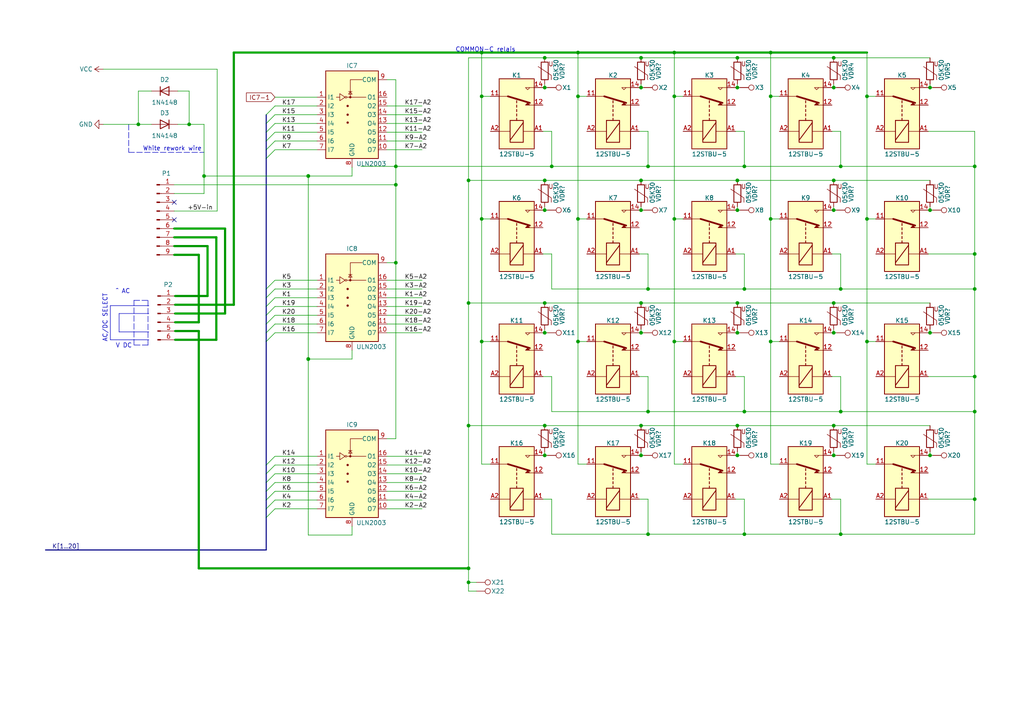
<source format=kicad_sch>
(kicad_sch (version 20211123) (generator eeschema)

  (uuid 3bfb988d-be22-4def-9bbe-21acaa1ed236)

  (paper "A4")

  (title_block
    (title "Relays and (power source) connectors.")
    (date "2024-10-22")
    (company "Hortimax")
    (comment 1 "MA VCE")
  )

  (lib_symbols
    (symbol "Connector:Conn_01x06_Male" (pin_names (offset 1.016) hide) (in_bom yes) (on_board yes)
      (property "Reference" "J" (id 0) (at 0 7.62 0)
        (effects (font (size 1.27 1.27)))
      )
      (property "Value" "Conn_01x06_Male" (id 1) (at 0 -10.16 0)
        (effects (font (size 1.27 1.27)))
      )
      (property "Footprint" "" (id 2) (at 0 0 0)
        (effects (font (size 1.27 1.27)) hide)
      )
      (property "Datasheet" "~" (id 3) (at 0 0 0)
        (effects (font (size 1.27 1.27)) hide)
      )
      (property "ki_keywords" "connector" (id 4) (at 0 0 0)
        (effects (font (size 1.27 1.27)) hide)
      )
      (property "ki_description" "Generic connector, single row, 01x06, script generated (kicad-library-utils/schlib/autogen/connector/)" (id 5) (at 0 0 0)
        (effects (font (size 1.27 1.27)) hide)
      )
      (property "ki_fp_filters" "Connector*:*_1x??_*" (id 6) (at 0 0 0)
        (effects (font (size 1.27 1.27)) hide)
      )
      (symbol "Conn_01x06_Male_1_1"
        (polyline
          (pts
            (xy 1.27 -7.62)
            (xy 0.8636 -7.62)
          )
          (stroke (width 0.1524) (type default) (color 0 0 0 0))
          (fill (type none))
        )
        (polyline
          (pts
            (xy 1.27 -5.08)
            (xy 0.8636 -5.08)
          )
          (stroke (width 0.1524) (type default) (color 0 0 0 0))
          (fill (type none))
        )
        (polyline
          (pts
            (xy 1.27 -2.54)
            (xy 0.8636 -2.54)
          )
          (stroke (width 0.1524) (type default) (color 0 0 0 0))
          (fill (type none))
        )
        (polyline
          (pts
            (xy 1.27 0)
            (xy 0.8636 0)
          )
          (stroke (width 0.1524) (type default) (color 0 0 0 0))
          (fill (type none))
        )
        (polyline
          (pts
            (xy 1.27 2.54)
            (xy 0.8636 2.54)
          )
          (stroke (width 0.1524) (type default) (color 0 0 0 0))
          (fill (type none))
        )
        (polyline
          (pts
            (xy 1.27 5.08)
            (xy 0.8636 5.08)
          )
          (stroke (width 0.1524) (type default) (color 0 0 0 0))
          (fill (type none))
        )
        (rectangle (start 0.8636 -7.493) (end 0 -7.747)
          (stroke (width 0.1524) (type default) (color 0 0 0 0))
          (fill (type outline))
        )
        (rectangle (start 0.8636 -4.953) (end 0 -5.207)
          (stroke (width 0.1524) (type default) (color 0 0 0 0))
          (fill (type outline))
        )
        (rectangle (start 0.8636 -2.413) (end 0 -2.667)
          (stroke (width 0.1524) (type default) (color 0 0 0 0))
          (fill (type outline))
        )
        (rectangle (start 0.8636 0.127) (end 0 -0.127)
          (stroke (width 0.1524) (type default) (color 0 0 0 0))
          (fill (type outline))
        )
        (rectangle (start 0.8636 2.667) (end 0 2.413)
          (stroke (width 0.1524) (type default) (color 0 0 0 0))
          (fill (type outline))
        )
        (rectangle (start 0.8636 5.207) (end 0 4.953)
          (stroke (width 0.1524) (type default) (color 0 0 0 0))
          (fill (type outline))
        )
        (pin passive line (at 5.08 5.08 180) (length 3.81)
          (name "Pin_1" (effects (font (size 1.27 1.27))))
          (number "1" (effects (font (size 1.27 1.27))))
        )
        (pin passive line (at 5.08 2.54 180) (length 3.81)
          (name "Pin_2" (effects (font (size 1.27 1.27))))
          (number "2" (effects (font (size 1.27 1.27))))
        )
        (pin passive line (at 5.08 0 180) (length 3.81)
          (name "Pin_3" (effects (font (size 1.27 1.27))))
          (number "3" (effects (font (size 1.27 1.27))))
        )
        (pin passive line (at 5.08 -2.54 180) (length 3.81)
          (name "Pin_4" (effects (font (size 1.27 1.27))))
          (number "4" (effects (font (size 1.27 1.27))))
        )
        (pin passive line (at 5.08 -5.08 180) (length 3.81)
          (name "Pin_5" (effects (font (size 1.27 1.27))))
          (number "5" (effects (font (size 1.27 1.27))))
        )
        (pin passive line (at 5.08 -7.62 180) (length 3.81)
          (name "Pin_6" (effects (font (size 1.27 1.27))))
          (number "6" (effects (font (size 1.27 1.27))))
        )
      )
    )
    (symbol "Connector:Conn_01x09_Male" (pin_names (offset 1.016) hide) (in_bom yes) (on_board yes)
      (property "Reference" "J" (id 0) (at 0 12.7 0)
        (effects (font (size 1.27 1.27)))
      )
      (property "Value" "Conn_01x09_Male" (id 1) (at 0 -12.7 0)
        (effects (font (size 1.27 1.27)))
      )
      (property "Footprint" "" (id 2) (at 0 0 0)
        (effects (font (size 1.27 1.27)) hide)
      )
      (property "Datasheet" "~" (id 3) (at 0 0 0)
        (effects (font (size 1.27 1.27)) hide)
      )
      (property "ki_keywords" "connector" (id 4) (at 0 0 0)
        (effects (font (size 1.27 1.27)) hide)
      )
      (property "ki_description" "Generic connector, single row, 01x09, script generated (kicad-library-utils/schlib/autogen/connector/)" (id 5) (at 0 0 0)
        (effects (font (size 1.27 1.27)) hide)
      )
      (property "ki_fp_filters" "Connector*:*_1x??_*" (id 6) (at 0 0 0)
        (effects (font (size 1.27 1.27)) hide)
      )
      (symbol "Conn_01x09_Male_1_1"
        (polyline
          (pts
            (xy 1.27 -10.16)
            (xy 0.8636 -10.16)
          )
          (stroke (width 0.1524) (type default) (color 0 0 0 0))
          (fill (type none))
        )
        (polyline
          (pts
            (xy 1.27 -7.62)
            (xy 0.8636 -7.62)
          )
          (stroke (width 0.1524) (type default) (color 0 0 0 0))
          (fill (type none))
        )
        (polyline
          (pts
            (xy 1.27 -5.08)
            (xy 0.8636 -5.08)
          )
          (stroke (width 0.1524) (type default) (color 0 0 0 0))
          (fill (type none))
        )
        (polyline
          (pts
            (xy 1.27 -2.54)
            (xy 0.8636 -2.54)
          )
          (stroke (width 0.1524) (type default) (color 0 0 0 0))
          (fill (type none))
        )
        (polyline
          (pts
            (xy 1.27 0)
            (xy 0.8636 0)
          )
          (stroke (width 0.1524) (type default) (color 0 0 0 0))
          (fill (type none))
        )
        (polyline
          (pts
            (xy 1.27 2.54)
            (xy 0.8636 2.54)
          )
          (stroke (width 0.1524) (type default) (color 0 0 0 0))
          (fill (type none))
        )
        (polyline
          (pts
            (xy 1.27 5.08)
            (xy 0.8636 5.08)
          )
          (stroke (width 0.1524) (type default) (color 0 0 0 0))
          (fill (type none))
        )
        (polyline
          (pts
            (xy 1.27 7.62)
            (xy 0.8636 7.62)
          )
          (stroke (width 0.1524) (type default) (color 0 0 0 0))
          (fill (type none))
        )
        (polyline
          (pts
            (xy 1.27 10.16)
            (xy 0.8636 10.16)
          )
          (stroke (width 0.1524) (type default) (color 0 0 0 0))
          (fill (type none))
        )
        (rectangle (start 0.8636 -10.033) (end 0 -10.287)
          (stroke (width 0.1524) (type default) (color 0 0 0 0))
          (fill (type outline))
        )
        (rectangle (start 0.8636 -7.493) (end 0 -7.747)
          (stroke (width 0.1524) (type default) (color 0 0 0 0))
          (fill (type outline))
        )
        (rectangle (start 0.8636 -4.953) (end 0 -5.207)
          (stroke (width 0.1524) (type default) (color 0 0 0 0))
          (fill (type outline))
        )
        (rectangle (start 0.8636 -2.413) (end 0 -2.667)
          (stroke (width 0.1524) (type default) (color 0 0 0 0))
          (fill (type outline))
        )
        (rectangle (start 0.8636 0.127) (end 0 -0.127)
          (stroke (width 0.1524) (type default) (color 0 0 0 0))
          (fill (type outline))
        )
        (rectangle (start 0.8636 2.667) (end 0 2.413)
          (stroke (width 0.1524) (type default) (color 0 0 0 0))
          (fill (type outline))
        )
        (rectangle (start 0.8636 5.207) (end 0 4.953)
          (stroke (width 0.1524) (type default) (color 0 0 0 0))
          (fill (type outline))
        )
        (rectangle (start 0.8636 7.747) (end 0 7.493)
          (stroke (width 0.1524) (type default) (color 0 0 0 0))
          (fill (type outline))
        )
        (rectangle (start 0.8636 10.287) (end 0 10.033)
          (stroke (width 0.1524) (type default) (color 0 0 0 0))
          (fill (type outline))
        )
        (pin passive line (at 5.08 10.16 180) (length 3.81)
          (name "Pin_1" (effects (font (size 1.27 1.27))))
          (number "1" (effects (font (size 1.27 1.27))))
        )
        (pin passive line (at 5.08 7.62 180) (length 3.81)
          (name "Pin_2" (effects (font (size 1.27 1.27))))
          (number "2" (effects (font (size 1.27 1.27))))
        )
        (pin passive line (at 5.08 5.08 180) (length 3.81)
          (name "Pin_3" (effects (font (size 1.27 1.27))))
          (number "3" (effects (font (size 1.27 1.27))))
        )
        (pin passive line (at 5.08 2.54 180) (length 3.81)
          (name "Pin_4" (effects (font (size 1.27 1.27))))
          (number "4" (effects (font (size 1.27 1.27))))
        )
        (pin passive line (at 5.08 0 180) (length 3.81)
          (name "Pin_5" (effects (font (size 1.27 1.27))))
          (number "5" (effects (font (size 1.27 1.27))))
        )
        (pin passive line (at 5.08 -2.54 180) (length 3.81)
          (name "Pin_6" (effects (font (size 1.27 1.27))))
          (number "6" (effects (font (size 1.27 1.27))))
        )
        (pin passive line (at 5.08 -5.08 180) (length 3.81)
          (name "Pin_7" (effects (font (size 1.27 1.27))))
          (number "7" (effects (font (size 1.27 1.27))))
        )
        (pin passive line (at 5.08 -7.62 180) (length 3.81)
          (name "Pin_8" (effects (font (size 1.27 1.27))))
          (number "8" (effects (font (size 1.27 1.27))))
        )
        (pin passive line (at 5.08 -10.16 180) (length 3.81)
          (name "Pin_9" (effects (font (size 1.27 1.27))))
          (number "9" (effects (font (size 1.27 1.27))))
        )
      )
    )
    (symbol "Connector:TestPoint" (pin_numbers hide) (pin_names (offset 0.762) hide) (in_bom yes) (on_board yes)
      (property "Reference" "TP" (id 0) (at 0 6.858 0)
        (effects (font (size 1.27 1.27)))
      )
      (property "Value" "TestPoint" (id 1) (at 0 5.08 0)
        (effects (font (size 1.27 1.27)))
      )
      (property "Footprint" "" (id 2) (at 5.08 0 0)
        (effects (font (size 1.27 1.27)) hide)
      )
      (property "Datasheet" "~" (id 3) (at 5.08 0 0)
        (effects (font (size 1.27 1.27)) hide)
      )
      (property "ki_keywords" "test point tp" (id 4) (at 0 0 0)
        (effects (font (size 1.27 1.27)) hide)
      )
      (property "ki_description" "test point" (id 5) (at 0 0 0)
        (effects (font (size 1.27 1.27)) hide)
      )
      (property "ki_fp_filters" "Pin* Test*" (id 6) (at 0 0 0)
        (effects (font (size 1.27 1.27)) hide)
      )
      (symbol "TestPoint_0_1"
        (circle (center 0 3.302) (radius 0.762)
          (stroke (width 0) (type default) (color 0 0 0 0))
          (fill (type none))
        )
      )
      (symbol "TestPoint_1_1"
        (pin passive line (at 0 0 90) (length 2.54)
          (name "1" (effects (font (size 1.27 1.27))))
          (number "1" (effects (font (size 1.27 1.27))))
        )
      )
    )
    (symbol "Device:D" (pin_numbers hide) (pin_names (offset 1.016) hide) (in_bom yes) (on_board yes)
      (property "Reference" "D" (id 0) (at 0 2.54 0)
        (effects (font (size 1.27 1.27)))
      )
      (property "Value" "D" (id 1) (at 0 -2.54 0)
        (effects (font (size 1.27 1.27)))
      )
      (property "Footprint" "" (id 2) (at 0 0 0)
        (effects (font (size 1.27 1.27)) hide)
      )
      (property "Datasheet" "~" (id 3) (at 0 0 0)
        (effects (font (size 1.27 1.27)) hide)
      )
      (property "ki_keywords" "diode" (id 4) (at 0 0 0)
        (effects (font (size 1.27 1.27)) hide)
      )
      (property "ki_description" "Diode" (id 5) (at 0 0 0)
        (effects (font (size 1.27 1.27)) hide)
      )
      (property "ki_fp_filters" "TO-???* *_Diode_* *SingleDiode* D_*" (id 6) (at 0 0 0)
        (effects (font (size 1.27 1.27)) hide)
      )
      (symbol "D_0_1"
        (polyline
          (pts
            (xy -1.27 1.27)
            (xy -1.27 -1.27)
          )
          (stroke (width 0.254) (type default) (color 0 0 0 0))
          (fill (type none))
        )
        (polyline
          (pts
            (xy 1.27 0)
            (xy -1.27 0)
          )
          (stroke (width 0) (type default) (color 0 0 0 0))
          (fill (type none))
        )
        (polyline
          (pts
            (xy 1.27 1.27)
            (xy 1.27 -1.27)
            (xy -1.27 0)
            (xy 1.27 1.27)
          )
          (stroke (width 0.254) (type default) (color 0 0 0 0))
          (fill (type none))
        )
      )
      (symbol "D_1_1"
        (pin passive line (at -3.81 0 0) (length 2.54)
          (name "K" (effects (font (size 1.27 1.27))))
          (number "1" (effects (font (size 1.27 1.27))))
        )
        (pin passive line (at 3.81 0 180) (length 2.54)
          (name "A" (effects (font (size 1.27 1.27))))
          (number "2" (effects (font (size 1.27 1.27))))
        )
      )
    )
    (symbol "Device:Varistor" (pin_numbers hide) (pin_names (offset 0)) (in_bom yes) (on_board yes)
      (property "Reference" "RV" (id 0) (at 3.175 0 90)
        (effects (font (size 1.27 1.27)))
      )
      (property "Value" "Varistor" (id 1) (at -3.175 0 90)
        (effects (font (size 1.27 1.27)))
      )
      (property "Footprint" "" (id 2) (at -1.778 0 90)
        (effects (font (size 1.27 1.27)) hide)
      )
      (property "Datasheet" "~" (id 3) (at 0 0 0)
        (effects (font (size 1.27 1.27)) hide)
      )
      (property "ki_keywords" "VDR resistance" (id 4) (at 0 0 0)
        (effects (font (size 1.27 1.27)) hide)
      )
      (property "ki_description" "Voltage dependent resistor" (id 5) (at 0 0 0)
        (effects (font (size 1.27 1.27)) hide)
      )
      (property "ki_fp_filters" "RV_* Varistor*" (id 6) (at 0 0 0)
        (effects (font (size 1.27 1.27)) hide)
      )
      (symbol "Varistor_0_0"
        (text "U" (at -1.778 -2.032 0)
          (effects (font (size 1.27 1.27)))
        )
      )
      (symbol "Varistor_0_1"
        (rectangle (start -1.016 -2.54) (end 1.016 2.54)
          (stroke (width 0.254) (type default) (color 0 0 0 0))
          (fill (type none))
        )
        (polyline
          (pts
            (xy -1.905 2.54)
            (xy -1.905 1.27)
            (xy 1.905 -1.27)
          )
          (stroke (width 0) (type default) (color 0 0 0 0))
          (fill (type none))
        )
      )
      (symbol "Varistor_1_1"
        (pin passive line (at 0 3.81 270) (length 1.27)
          (name "~" (effects (font (size 1.27 1.27))))
          (number "1" (effects (font (size 1.27 1.27))))
        )
        (pin passive line (at 0 -3.81 90) (length 1.27)
          (name "~" (effects (font (size 1.27 1.27))))
          (number "2" (effects (font (size 1.27 1.27))))
        )
      )
    )
    (symbol "Relay:RT314A03" (in_bom yes) (on_board yes)
      (property "Reference" "K" (id 0) (at 11.43 3.81 0)
        (effects (font (size 1.27 1.27)) (justify left))
      )
      (property "Value" "RT314A03" (id 1) (at 11.43 1.27 0)
        (effects (font (size 1.27 1.27)) (justify left))
      )
      (property "Footprint" "Relay_THT:Relay_SPDT_Schrack-RT1-16A-FormC_RM5mm" (id 2) (at 39.37 -1.27 0)
        (effects (font (size 1.27 1.27)) hide)
      )
      (property "Datasheet" "https://www.te.com/commerce/DocumentDelivery/DDEController?Action=srchrtrv&DocNm=RT1_bistable&DocType=DS&DocLang=English" (id 3) (at 0 0 0)
        (effects (font (size 1.27 1.27)) hide)
      )
      (property "ki_keywords" "TE SPDT 1P2T CO bistable DC" (id 4) (at 0 0 0)
        (effects (font (size 1.27 1.27)) hide)
      )
      (property "ki_description" "Schrack RT1 relay, bistable single pole dual throw, single DC coil, 3V" (id 5) (at 0 0 0)
        (effects (font (size 1.27 1.27)) hide)
      )
      (property "ki_fp_filters" "Relay*SPDT*Schrack*RT1*16A*FormC*RM5mm*" (id 6) (at 0 0 0)
        (effects (font (size 1.27 1.27)) hide)
      )
      (symbol "RT314A03_0_0"
        (polyline
          (pts
            (xy -2.54 1.905)
            (xy -7.62 -1.905)
          )
          (stroke (width 0.254) (type default) (color 0 0 0 0))
          (fill (type none))
        )
      )
      (symbol "RT314A03_0_1"
        (rectangle (start -10.16 5.08) (end 10.16 -5.08)
          (stroke (width 0.254) (type default) (color 0 0 0 0))
          (fill (type background))
        )
        (rectangle (start -8.255 1.905) (end -1.905 -1.905)
          (stroke (width 0.254) (type default) (color 0 0 0 0))
          (fill (type none))
        )
        (polyline
          (pts
            (xy -5.08 -5.08)
            (xy -5.08 -1.905)
          )
          (stroke (width 0) (type default) (color 0 0 0 0))
          (fill (type none))
        )
        (polyline
          (pts
            (xy -5.08 5.08)
            (xy -5.08 1.905)
          )
          (stroke (width 0) (type default) (color 0 0 0 0))
          (fill (type none))
        )
        (polyline
          (pts
            (xy -1.905 0)
            (xy -1.27 0)
          )
          (stroke (width 0.254) (type default) (color 0 0 0 0))
          (fill (type none))
        )
        (polyline
          (pts
            (xy -0.635 0)
            (xy 0 0)
          )
          (stroke (width 0.254) (type default) (color 0 0 0 0))
          (fill (type none))
        )
        (polyline
          (pts
            (xy 0.635 0)
            (xy 1.27 0)
          )
          (stroke (width 0.254) (type default) (color 0 0 0 0))
          (fill (type none))
        )
        (polyline
          (pts
            (xy 1.905 0)
            (xy 2.54 0)
          )
          (stroke (width 0.254) (type default) (color 0 0 0 0))
          (fill (type none))
        )
        (polyline
          (pts
            (xy 3.175 0)
            (xy 3.81 0)
          )
          (stroke (width 0.254) (type default) (color 0 0 0 0))
          (fill (type none))
        )
        (polyline
          (pts
            (xy 5.08 -2.54)
            (xy 3.175 3.81)
          )
          (stroke (width 0.508) (type default) (color 0 0 0 0))
          (fill (type none))
        )
        (polyline
          (pts
            (xy 5.08 -2.54)
            (xy 5.08 -5.08)
          )
          (stroke (width 0) (type default) (color 0 0 0 0))
          (fill (type none))
        )
        (polyline
          (pts
            (xy 2.54 5.08)
            (xy 2.54 2.54)
            (xy 3.175 3.175)
            (xy 2.54 3.81)
          )
          (stroke (width 0) (type default) (color 0 0 0 0))
          (fill (type outline))
        )
        (polyline
          (pts
            (xy 7.62 5.08)
            (xy 7.62 2.54)
            (xy 6.985 3.175)
            (xy 7.62 3.81)
          )
          (stroke (width 0) (type default) (color 0 0 0 0))
          (fill (type none))
        )
      )
      (symbol "RT314A03_1_1"
        (pin passive line (at 5.08 -7.62 90) (length 2.54)
          (name "~" (effects (font (size 1.27 1.27))))
          (number "11" (effects (font (size 1.27 1.27))))
        )
        (pin passive line (at 2.54 7.62 270) (length 2.54)
          (name "~" (effects (font (size 1.27 1.27))))
          (number "12" (effects (font (size 1.27 1.27))))
        )
        (pin passive line (at 7.62 7.62 270) (length 2.54)
          (name "~" (effects (font (size 1.27 1.27))))
          (number "14" (effects (font (size 1.27 1.27))))
        )
        (pin passive line (at -5.08 7.62 270) (length 2.54)
          (name "~" (effects (font (size 1.27 1.27))))
          (number "A1" (effects (font (size 1.27 1.27))))
        )
        (pin passive line (at -5.08 -7.62 90) (length 2.54)
          (name "~" (effects (font (size 1.27 1.27))))
          (number "A2" (effects (font (size 1.27 1.27))))
        )
      )
    )
    (symbol "Transistor_Array:ULN2003" (in_bom yes) (on_board yes)
      (property "Reference" "U" (id 0) (at 0 15.875 0)
        (effects (font (size 1.27 1.27)))
      )
      (property "Value" "ULN2003" (id 1) (at 0 13.97 0)
        (effects (font (size 1.27 1.27)))
      )
      (property "Footprint" "" (id 2) (at 1.27 -13.97 0)
        (effects (font (size 1.27 1.27)) (justify left) hide)
      )
      (property "Datasheet" "http://www.ti.com/lit/ds/symlink/uln2003a.pdf" (id 3) (at 2.54 -5.08 0)
        (effects (font (size 1.27 1.27)) hide)
      )
      (property "ki_keywords" "darlington transistor array" (id 4) (at 0 0 0)
        (effects (font (size 1.27 1.27)) hide)
      )
      (property "ki_description" "High Voltage, High Current Darlington Transistor Arrays, SOIC16/SOIC16W/DIP16/TSSOP16" (id 5) (at 0 0 0)
        (effects (font (size 1.27 1.27)) hide)
      )
      (property "ki_fp_filters" "DIP*W7.62mm* SOIC*3.9x9.9mm*P1.27mm* SSOP*4.4x5.2mm*P0.65mm* TSSOP*4.4x5mm*P0.65mm* SOIC*W*5.3x10.2mm*P1.27mm*" (id 6) (at 0 0 0)
        (effects (font (size 1.27 1.27)) hide)
      )
      (symbol "ULN2003_0_1"
        (rectangle (start -7.62 -12.7) (end 7.62 12.7)
          (stroke (width 0.254) (type default) (color 0 0 0 0))
          (fill (type background))
        )
        (circle (center -1.778 5.08) (radius 0.254)
          (stroke (width 0) (type default) (color 0 0 0 0))
          (fill (type none))
        )
        (circle (center -1.27 -2.286) (radius 0.254)
          (stroke (width 0) (type default) (color 0 0 0 0))
          (fill (type outline))
        )
        (circle (center -1.27 0) (radius 0.254)
          (stroke (width 0) (type default) (color 0 0 0 0))
          (fill (type outline))
        )
        (circle (center -1.27 2.54) (radius 0.254)
          (stroke (width 0) (type default) (color 0 0 0 0))
          (fill (type outline))
        )
        (circle (center -0.508 5.08) (radius 0.254)
          (stroke (width 0) (type default) (color 0 0 0 0))
          (fill (type outline))
        )
        (polyline
          (pts
            (xy -4.572 5.08)
            (xy -3.556 5.08)
          )
          (stroke (width 0) (type default) (color 0 0 0 0))
          (fill (type none))
        )
        (polyline
          (pts
            (xy -1.524 5.08)
            (xy 4.064 5.08)
          )
          (stroke (width 0) (type default) (color 0 0 0 0))
          (fill (type none))
        )
        (polyline
          (pts
            (xy 0 6.731)
            (xy -1.016 6.731)
          )
          (stroke (width 0) (type default) (color 0 0 0 0))
          (fill (type none))
        )
        (polyline
          (pts
            (xy -0.508 5.08)
            (xy -0.508 10.16)
            (xy 2.921 10.16)
          )
          (stroke (width 0) (type default) (color 0 0 0 0))
          (fill (type none))
        )
        (polyline
          (pts
            (xy -3.556 6.096)
            (xy -3.556 4.064)
            (xy -2.032 5.08)
            (xy -3.556 6.096)
          )
          (stroke (width 0) (type default) (color 0 0 0 0))
          (fill (type none))
        )
        (polyline
          (pts
            (xy 0 5.969)
            (xy -1.016 5.969)
            (xy -0.508 6.731)
            (xy 0 5.969)
          )
          (stroke (width 0) (type default) (color 0 0 0 0))
          (fill (type none))
        )
      )
      (symbol "ULN2003_1_1"
        (pin input line (at -10.16 5.08 0) (length 2.54)
          (name "I1" (effects (font (size 1.27 1.27))))
          (number "1" (effects (font (size 1.27 1.27))))
        )
        (pin open_collector line (at 10.16 -10.16 180) (length 2.54)
          (name "O7" (effects (font (size 1.27 1.27))))
          (number "10" (effects (font (size 1.27 1.27))))
        )
        (pin open_collector line (at 10.16 -7.62 180) (length 2.54)
          (name "O6" (effects (font (size 1.27 1.27))))
          (number "11" (effects (font (size 1.27 1.27))))
        )
        (pin open_collector line (at 10.16 -5.08 180) (length 2.54)
          (name "O5" (effects (font (size 1.27 1.27))))
          (number "12" (effects (font (size 1.27 1.27))))
        )
        (pin open_collector line (at 10.16 -2.54 180) (length 2.54)
          (name "O4" (effects (font (size 1.27 1.27))))
          (number "13" (effects (font (size 1.27 1.27))))
        )
        (pin open_collector line (at 10.16 0 180) (length 2.54)
          (name "O3" (effects (font (size 1.27 1.27))))
          (number "14" (effects (font (size 1.27 1.27))))
        )
        (pin open_collector line (at 10.16 2.54 180) (length 2.54)
          (name "O2" (effects (font (size 1.27 1.27))))
          (number "15" (effects (font (size 1.27 1.27))))
        )
        (pin open_collector line (at 10.16 5.08 180) (length 2.54)
          (name "O1" (effects (font (size 1.27 1.27))))
          (number "16" (effects (font (size 1.27 1.27))))
        )
        (pin input line (at -10.16 2.54 0) (length 2.54)
          (name "I2" (effects (font (size 1.27 1.27))))
          (number "2" (effects (font (size 1.27 1.27))))
        )
        (pin input line (at -10.16 0 0) (length 2.54)
          (name "I3" (effects (font (size 1.27 1.27))))
          (number "3" (effects (font (size 1.27 1.27))))
        )
        (pin input line (at -10.16 -2.54 0) (length 2.54)
          (name "I4" (effects (font (size 1.27 1.27))))
          (number "4" (effects (font (size 1.27 1.27))))
        )
        (pin input line (at -10.16 -5.08 0) (length 2.54)
          (name "I5" (effects (font (size 1.27 1.27))))
          (number "5" (effects (font (size 1.27 1.27))))
        )
        (pin input line (at -10.16 -7.62 0) (length 2.54)
          (name "I6" (effects (font (size 1.27 1.27))))
          (number "6" (effects (font (size 1.27 1.27))))
        )
        (pin input line (at -10.16 -10.16 0) (length 2.54)
          (name "I7" (effects (font (size 1.27 1.27))))
          (number "7" (effects (font (size 1.27 1.27))))
        )
        (pin power_in line (at 0 -15.24 90) (length 2.54)
          (name "GND" (effects (font (size 1.27 1.27))))
          (number "8" (effects (font (size 1.27 1.27))))
        )
        (pin passive line (at 10.16 10.16 180) (length 2.54)
          (name "COM" (effects (font (size 1.27 1.27))))
          (number "9" (effects (font (size 1.27 1.27))))
        )
      )
    )
    (symbol "power:GND" (power) (pin_names (offset 0)) (in_bom yes) (on_board yes)
      (property "Reference" "#PWR" (id 0) (at 0 -6.35 0)
        (effects (font (size 1.27 1.27)) hide)
      )
      (property "Value" "GND" (id 1) (at 0 -3.81 0)
        (effects (font (size 1.27 1.27)))
      )
      (property "Footprint" "" (id 2) (at 0 0 0)
        (effects (font (size 1.27 1.27)) hide)
      )
      (property "Datasheet" "" (id 3) (at 0 0 0)
        (effects (font (size 1.27 1.27)) hide)
      )
      (property "ki_keywords" "global power" (id 4) (at 0 0 0)
        (effects (font (size 1.27 1.27)) hide)
      )
      (property "ki_description" "Power symbol creates a global label with name \"GND\" , ground" (id 5) (at 0 0 0)
        (effects (font (size 1.27 1.27)) hide)
      )
      (symbol "GND_0_1"
        (polyline
          (pts
            (xy 0 0)
            (xy 0 -1.27)
            (xy 1.27 -1.27)
            (xy 0 -2.54)
            (xy -1.27 -1.27)
            (xy 0 -1.27)
          )
          (stroke (width 0) (type default) (color 0 0 0 0))
          (fill (type none))
        )
      )
      (symbol "GND_1_1"
        (pin power_in line (at 0 0 270) (length 0) hide
          (name "GND" (effects (font (size 1.27 1.27))))
          (number "1" (effects (font (size 1.27 1.27))))
        )
      )
    )
    (symbol "power:VCC" (power) (pin_names (offset 0)) (in_bom yes) (on_board yes)
      (property "Reference" "#PWR" (id 0) (at 0 -3.81 0)
        (effects (font (size 1.27 1.27)) hide)
      )
      (property "Value" "VCC" (id 1) (at 0 3.81 0)
        (effects (font (size 1.27 1.27)))
      )
      (property "Footprint" "" (id 2) (at 0 0 0)
        (effects (font (size 1.27 1.27)) hide)
      )
      (property "Datasheet" "" (id 3) (at 0 0 0)
        (effects (font (size 1.27 1.27)) hide)
      )
      (property "ki_keywords" "global power" (id 4) (at 0 0 0)
        (effects (font (size 1.27 1.27)) hide)
      )
      (property "ki_description" "Power symbol creates a global label with name \"VCC\"" (id 5) (at 0 0 0)
        (effects (font (size 1.27 1.27)) hide)
      )
      (symbol "VCC_0_1"
        (polyline
          (pts
            (xy -0.762 1.27)
            (xy 0 2.54)
          )
          (stroke (width 0) (type default) (color 0 0 0 0))
          (fill (type none))
        )
        (polyline
          (pts
            (xy 0 0)
            (xy 0 2.54)
          )
          (stroke (width 0) (type default) (color 0 0 0 0))
          (fill (type none))
        )
        (polyline
          (pts
            (xy 0 2.54)
            (xy 0.762 1.27)
          )
          (stroke (width 0) (type default) (color 0 0 0 0))
          (fill (type none))
        )
      )
      (symbol "VCC_1_1"
        (pin power_in line (at 0 0 90) (length 0) hide
          (name "VCC" (effects (font (size 1.27 1.27))))
          (number "1" (effects (font (size 1.27 1.27))))
        )
      )
    )
  )

  (junction (at 213.868 96.52) (diameter 0) (color 0 0 0 0)
    (uuid 0247d443-0fb6-4132-a13c-911a5a70d178)
  )
  (junction (at 167.64 15.24) (diameter 0) (color 0 0 0 0)
    (uuid 037de297-af45-44e6-8914-c86c65758bc9)
  )
  (junction (at 135.89 168.91) (diameter 0) (color 0 0 0 0)
    (uuid 087a4ba1-61a4-4527-b89c-d14424884e72)
  )
  (junction (at 243.84 154.94) (diameter 0) (color 0 0 0 0)
    (uuid 106a1da8-7a9a-4b18-b31c-6629beb6598b)
  )
  (junction (at 282.702 144.78) (diameter 0) (color 0 0 0 0)
    (uuid 14e50e94-373a-472a-867b-118d7df3712e)
  )
  (junction (at 89.408 51.054) (diameter 0) (color 0 0 0 0)
    (uuid 14eb49ce-4b5c-4f3f-a1db-cad447f95268)
  )
  (junction (at 213.868 52.324) (diameter 0) (color 0 0 0 0)
    (uuid 15d0d6a3-1612-4b4f-bbfd-3303f491c675)
  )
  (junction (at 157.988 123.444) (diameter 0) (color 0 0 0 0)
    (uuid 1630690c-b8dd-4ea7-922e-204570a11d43)
  )
  (junction (at 114.808 76.2) (diameter 0) (color 0 0 0 0)
    (uuid 167d0027-8e6d-49c1-85da-dc1555db0cff)
  )
  (junction (at 213.868 132.08) (diameter 0) (color 0 0 0 0)
    (uuid 179f7727-635a-439e-b7b6-8134b67af2ab)
  )
  (junction (at 139.7 15.24) (diameter 0) (color 0 0 0 0)
    (uuid 18f60bf3-ad09-459e-a781-b0159fe76578)
  )
  (junction (at 223.52 99.06) (diameter 0) (color 0 0 0 0)
    (uuid 193b653a-0ff8-44f4-8acd-f7c0c01a361c)
  )
  (junction (at 269.748 25.4) (diameter 0) (color 0 0 0 0)
    (uuid 1bf601c4-16a5-495c-98db-6eac6fc90ee1)
  )
  (junction (at 269.748 60.96) (diameter 0) (color 0 0 0 0)
    (uuid 1da6cfc8-18bd-4540-8fde-fea83b34eeec)
  )
  (junction (at 40.132 36.068) (diameter 0) (color 0 0 0 0)
    (uuid 20a4ff5a-2862-4ef4-83b9-64cec347e5e4)
  )
  (junction (at 251.46 27.94) (diameter 0) (color 0 0 0 0)
    (uuid 23393968-10ea-4eb8-8023-e44c8050066e)
  )
  (junction (at 139.7 99.06) (diameter 0) (color 0 0 0 0)
    (uuid 292662e3-fe40-4507-9875-d385798639be)
  )
  (junction (at 241.808 123.444) (diameter 0) (color 0 0 0 0)
    (uuid 2b1570c9-adb7-4fd6-b272-429e2cbf055a)
  )
  (junction (at 187.96 154.94) (diameter 0) (color 0 0 0 0)
    (uuid 2b1cd520-4d8d-4c7d-91fc-10fda65036e4)
  )
  (junction (at 185.928 16.764) (diameter 0) (color 0 0 0 0)
    (uuid 2b78c05d-6264-442e-b873-5e7a1ebf10cf)
  )
  (junction (at 187.96 119.38) (diameter 0) (color 0 0 0 0)
    (uuid 2ea0f7aa-7668-4011-844a-2910bf11d09e)
  )
  (junction (at 157.988 52.324) (diameter 0) (color 0 0 0 0)
    (uuid 2eaa8e24-a21d-48dd-9985-220dc74de94f)
  )
  (junction (at 213.868 16.764) (diameter 0) (color 0 0 0 0)
    (uuid 319bf9ff-769f-4165-b4c7-581d3b530d37)
  )
  (junction (at 215.9 119.38) (diameter 0) (color 0 0 0 0)
    (uuid 31d3bde1-8439-4145-b495-3c9f05a83603)
  )
  (junction (at 185.928 123.444) (diameter 0) (color 0 0 0 0)
    (uuid 33c46c61-bead-4c22-a45d-beac97cdbc2a)
  )
  (junction (at 167.64 27.94) (diameter 0) (color 0 0 0 0)
    (uuid 37e5533a-1157-4eaf-b11f-9b4314df2110)
  )
  (junction (at 157.988 16.764) (diameter 0) (color 0 0 0 0)
    (uuid 3949738a-11aa-4b4e-8816-d618855c43d7)
  )
  (junction (at 195.58 15.24) (diameter 0) (color 0 0 0 0)
    (uuid 3d21b081-292c-40b1-b091-89637ef88f80)
  )
  (junction (at 187.96 48.26) (diameter 0) (color 0 0 0 0)
    (uuid 46449bc4-d59b-4f4e-a319-4811e89019cf)
  )
  (junction (at 241.808 25.4) (diameter 0) (color 0 0 0 0)
    (uuid 4d628f0a-679e-4b3d-b67d-8a728ef53841)
  )
  (junction (at 54.864 36.068) (diameter 0) (color 0 0 0 0)
    (uuid 4da6d8e2-7367-46ee-8f4b-93ef2ecb6014)
  )
  (junction (at 251.46 63.5) (diameter 0) (color 0 0 0 0)
    (uuid 4ed671c5-0891-43bd-9dee-57cdfc3c303a)
  )
  (junction (at 223.52 27.94) (diameter 0) (color 0 0 0 0)
    (uuid 4f16de40-ca91-4fd2-92bb-00b96d2003e3)
  )
  (junction (at 213.868 25.4) (diameter 0) (color 0 0 0 0)
    (uuid 5094b660-f8e3-411e-a400-f9d498f6e2bc)
  )
  (junction (at 282.702 48.26) (diameter 0) (color 0 0 0 0)
    (uuid 5143a9e1-aab1-4fc1-8c27-e6ac123a5aef)
  )
  (junction (at 185.928 96.52) (diameter 0) (color 0 0 0 0)
    (uuid 558ff293-8d44-499a-9330-297608456916)
  )
  (junction (at 213.868 60.96) (diameter 0) (color 0 0 0 0)
    (uuid 55edaf49-8bfa-41f2-8176-63fc313138c2)
  )
  (junction (at 185.928 25.4) (diameter 0) (color 0 0 0 0)
    (uuid 56098e4d-dc7e-46d0-a375-2b5dc8d507b8)
  )
  (junction (at 215.9 154.94) (diameter 0) (color 0 0 0 0)
    (uuid 5b250eae-354f-4654-92cb-b81f6384ce2a)
  )
  (junction (at 215.9 83.82) (diameter 0) (color 0 0 0 0)
    (uuid 63ec1a97-0d05-4f57-b54a-4a58ed25cd0e)
  )
  (junction (at 157.988 60.96) (diameter 0) (color 0 0 0 0)
    (uuid 6518e952-c4c9-401d-95ed-8c8752d9b9c8)
  )
  (junction (at 269.748 96.52) (diameter 0) (color 0 0 0 0)
    (uuid 66e127a6-ccc3-4bde-b5c7-04e7f906877e)
  )
  (junction (at 59.182 51.054) (diameter 0) (color 0 0 0 0)
    (uuid 673f298c-0b27-4bf9-934f-22e56716dc19)
  )
  (junction (at 157.988 96.52) (diameter 0) (color 0 0 0 0)
    (uuid 675d7dc0-3287-4b0e-8395-90d4da2b7124)
  )
  (junction (at 282.702 73.66) (diameter 0) (color 0 0 0 0)
    (uuid 6b81cd9e-3ec0-49a4-ad23-ba0684c986af)
  )
  (junction (at 241.808 96.52) (diameter 0) (color 0 0 0 0)
    (uuid 72a67b88-cf40-47a0-93d3-a174a03ee1d0)
  )
  (junction (at 223.52 63.5) (diameter 0) (color 0 0 0 0)
    (uuid 76aa8622-f869-4242-9e87-8d7914df792e)
  )
  (junction (at 89.4079 51.054) (diameter 0) (color 0 0 0 0)
    (uuid 7bf6bfa0-d926-4451-9698-2dc5b9035225)
  )
  (junction (at 241.808 52.324) (diameter 0) (color 0 0 0 0)
    (uuid 7e88265c-138b-420e-b21e-3377fe5c9836)
  )
  (junction (at 185.928 52.324) (diameter 0) (color 0 0 0 0)
    (uuid 85d2c57b-b8dc-44ed-9226-9c82a44c124f)
  )
  (junction (at 89.408 104.14) (diameter 0) (color 0 0 0 0)
    (uuid 87ecf0f9-a35f-4132-a36e-a43dc2777066)
  )
  (junction (at 187.96 83.82) (diameter 0) (color 0 0 0 0)
    (uuid 895de6ba-097b-40b2-a73f-af0f9fdfbe5e)
  )
  (junction (at 167.64 63.5) (diameter 0) (color 0 0 0 0)
    (uuid 8e9dec4c-d7ea-4906-8ae1-fdaa9eec857f)
  )
  (junction (at 114.808 48.26) (diameter 0) (color 0 0 0 0)
    (uuid 914feefc-0d19-4e11-8ef8-5aea9cf6148b)
  )
  (junction (at 89.4079 104.14) (diameter 0) (color 0 0 0 0)
    (uuid a0232c4a-3e8d-4eb3-a971-12fc6a7809d0)
  )
  (junction (at 223.52 15.24) (diameter 0) (color 0 0 0 0)
    (uuid a1664afa-c56f-4007-b1e1-1d8c83d9497f)
  )
  (junction (at 241.808 60.96) (diameter 0) (color 0 0 0 0)
    (uuid a3532be9-aac4-48f1-a56e-03591baf6c31)
  )
  (junction (at 215.9 48.26) (diameter 0) (color 0 0 0 0)
    (uuid a3d77120-8a16-490f-a804-3759f2744cb5)
  )
  (junction (at 114.808 53.594) (diameter 0) (color 0 0 0 0)
    (uuid abb3be4c-1f23-4b36-9a9c-e144c4c024b5)
  )
  (junction (at 195.58 27.94) (diameter 0) (color 0 0 0 0)
    (uuid ae442555-fc43-4a4f-b408-6f6ccd4519c7)
  )
  (junction (at 160.02 48.26) (diameter 0) (color 0 0 0 0)
    (uuid ba27f7f2-bee3-4efe-b24a-76d66f5dabd2)
  )
  (junction (at 135.89 123.444) (diameter 0) (color 0 0 0 0)
    (uuid baa72a8a-8892-415c-9151-7acee958aec9)
  )
  (junction (at 157.988 132.08) (diameter 0) (color 0 0 0 0)
    (uuid be9714b9-8c3a-4385-bc86-bb7a44a07064)
  )
  (junction (at 282.702 109.22) (diameter 0) (color 0 0 0 0)
    (uuid c04f211f-629e-4465-843a-176415f037cf)
  )
  (junction (at 135.89 164.846) (diameter 0) (color 0 0 0 0)
    (uuid c32bffab-5bb8-445e-a3d3-d0e5d9e81517)
  )
  (junction (at 195.58 99.06) (diameter 0) (color 0 0 0 0)
    (uuid c88330da-6f9e-4f15-ad46-672281480522)
  )
  (junction (at 195.58 63.5) (diameter 0) (color 0 0 0 0)
    (uuid cb20700a-ca0e-4b26-bc57-ce963250045f)
  )
  (junction (at 251.46 99.06) (diameter 0) (color 0 0 0 0)
    (uuid cd0e1b1a-f0fe-4dcb-8233-dc185a3f9c54)
  )
  (junction (at 213.868 123.444) (diameter 0) (color 0 0 0 0)
    (uuid cdeba4f0-5bd2-4559-a92c-aac97a8c7a1a)
  )
  (junction (at 157.988 87.884) (diameter 0) (color 0 0 0 0)
    (uuid d6aaa123-6f75-4aa5-91c5-4e407211d44e)
  )
  (junction (at 139.7 63.5) (diameter 0) (color 0 0 0 0)
    (uuid deca6216-c160-4c91-911d-0005a09f4aaa)
  )
  (junction (at 243.84 83.82) (diameter 0) (color 0 0 0 0)
    (uuid e27b7b42-91eb-4c47-a3b4-c174e7cb45a0)
  )
  (junction (at 213.868 87.884) (diameter 0) (color 0 0 0 0)
    (uuid e603d622-1e19-438e-b82d-3d26e87957a0)
  )
  (junction (at 241.808 132.08) (diameter 0) (color 0 0 0 0)
    (uuid e695fb79-2a7f-472d-8876-6dd6214430ec)
  )
  (junction (at 241.808 87.884) (diameter 0) (color 0 0 0 0)
    (uuid e879de5d-c806-42f5-a3f5-30c31635aac4)
  )
  (junction (at 243.84 48.26) (diameter 0) (color 0 0 0 0)
    (uuid e8c192e0-3b50-4690-947b-dce38a78ca33)
  )
  (junction (at 241.808 16.764) (diameter 0) (color 0 0 0 0)
    (uuid ec89dedc-a17c-4698-86f1-6381e6d15833)
  )
  (junction (at 243.84 119.38) (diameter 0) (color 0 0 0 0)
    (uuid ecca713d-995d-4f86-bcd0-0228a6223445)
  )
  (junction (at 135.89 52.324) (diameter 0) (color 0 0 0 0)
    (uuid ee03be94-ef08-4179-8040-9934c3a7d21f)
  )
  (junction (at 185.928 87.884) (diameter 0) (color 0 0 0 0)
    (uuid f0d4c5ea-7318-48cb-8427-b360a89e9a7b)
  )
  (junction (at 185.928 132.08) (diameter 0) (color 0 0 0 0)
    (uuid f38a5cb6-6c22-4ff7-81cf-374a61e11e11)
  )
  (junction (at 185.928 60.96) (diameter 0) (color 0 0 0 0)
    (uuid f4087dc8-5f03-460f-9f7e-621feb46cb05)
  )
  (junction (at 135.89 87.884) (diameter 0) (color 0 0 0 0)
    (uuid f8804ef9-0992-40e3-bb86-b179f7058ac3)
  )
  (junction (at 167.64 99.06) (diameter 0) (color 0 0 0 0)
    (uuid f96d76ab-22b0-4dc5-897d-1138b63d2d46)
  )
  (junction (at 282.702 119.38) (diameter 0) (color 0 0 0 0)
    (uuid fa81329e-a0d5-4f47-884c-0f24826babef)
  )
  (junction (at 282.702 83.82) (diameter 0) (color 0 0 0 0)
    (uuid faf438ee-bc7e-4bb3-9745-a4b155e2c319)
  )
  (junction (at 157.988 25.4) (diameter 0) (color 0 0 0 0)
    (uuid fc343a13-ce1e-43a0-8113-9a92cead9474)
  )
  (junction (at 269.748 132.08) (diameter 0) (color 0 0 0 0)
    (uuid fd8e0b68-c22d-40a4-88c5-35bc6af26513)
  )
  (junction (at 139.7 27.94) (diameter 0) (color 0 0 0 0)
    (uuid ff60bf09-fe52-4338-94bd-b559044780be)
  )

  (no_connect (at 50.546 58.674) (uuid 78b17a75-75fb-4c60-b583-f774be8d7d64))
  (no_connect (at 50.546 63.754) (uuid df4e835e-f7d9-4d34-996a-991e487e2a96))

  (bus_entry (at 79.756 81.28) (size -2.54 2.54)
    (stroke (width 0) (type default) (color 0 0 0 0))
    (uuid 0d6419eb-0bd9-4f2c-a471-0ab6443d7803)
  )
  (bus_entry (at 79.756 145.034) (size -2.54 2.54)
    (stroke (width 0) (type default) (color 0 0 0 0))
    (uuid 0fcd5b0b-9098-461b-977f-5518ea340a8d)
  )
  (bus_entry (at 79.756 43.434) (size -2.54 2.54)
    (stroke (width 0) (type default) (color 0 0 0 0))
    (uuid 21cd3b5a-accc-47f3-8420-519ddfe0dc23)
  )
  (bus_entry (at 79.756 132.334) (size -2.54 2.54)
    (stroke (width 0) (type default) (color 0 0 0 0))
    (uuid 2e674263-d8a1-4fd0-900a-c17e1e07ad61)
  )
  (bus_entry (at 79.756 142.494) (size -2.54 2.54)
    (stroke (width 0) (type default) (color 0 0 0 0))
    (uuid 37902a54-7902-492d-a0f8-7048f795a247)
  )
  (bus_entry (at 79.756 38.354) (size -2.54 2.54)
    (stroke (width 0) (type default) (color 0 0 0 0))
    (uuid 5cf977c2-8db0-4764-8108-a208d8a706f2)
  )
  (bus_entry (at 79.756 30.734) (size -2.54 2.54)
    (stroke (width 0) (type default) (color 0 0 0 0))
    (uuid 64033c7a-5c0f-4c61-8ad2-ac206d0698e1)
  )
  (bus_entry (at 79.756 83.82) (size -2.54 2.54)
    (stroke (width 0) (type default) (color 0 0 0 0))
    (uuid 64657e2b-708f-440c-a175-a11dd6b3d471)
  )
  (bus_entry (at 79.756 91.44) (size -2.54 2.54)
    (stroke (width 0) (type default) (color 0 0 0 0))
    (uuid 7f952045-6805-4a17-8910-048e6c016e04)
  )
  (bus_entry (at 79.756 33.274) (size -2.54 2.54)
    (stroke (width 0) (type default) (color 0 0 0 0))
    (uuid 830f0f80-1fe9-4969-869c-bf0b03120851)
  )
  (bus_entry (at 79.756 86.36) (size -2.54 2.54)
    (stroke (width 0) (type default) (color 0 0 0 0))
    (uuid 89de14d6-c828-49c8-a144-a8b44b7e5bb2)
  )
  (bus_entry (at 79.756 93.98) (size -2.54 2.54)
    (stroke (width 0) (type default) (color 0 0 0 0))
    (uuid 8dc29638-bb8f-4b9c-94c0-515db037bddd)
  )
  (bus_entry (at 79.756 35.814) (size -2.54 2.54)
    (stroke (width 0) (type default) (color 0 0 0 0))
    (uuid 90517f77-97f0-45f0-a820-0e62ea8e4dcb)
  )
  (bus_entry (at 79.756 40.894) (size -2.54 2.54)
    (stroke (width 0) (type default) (color 0 0 0 0))
    (uuid a36870a1-2daf-45af-a02e-8972082aa577)
  )
  (bus_entry (at 79.756 96.52) (size -2.54 2.54)
    (stroke (width 0) (type default) (color 0 0 0 0))
    (uuid c56fbd5b-9aa4-4ed2-a88b-836c8963bf4f)
  )
  (bus_entry (at 79.756 139.954) (size -2.54 2.54)
    (stroke (width 0) (type default) (color 0 0 0 0))
    (uuid cdcee842-fb54-4960-9790-d9f2a251643f)
  )
  (bus_entry (at 79.756 134.874) (size -2.54 2.54)
    (stroke (width 0) (type default) (color 0 0 0 0))
    (uuid d0583337-6ef4-4203-911f-2a3d38b09a61)
  )
  (bus_entry (at 79.756 137.414) (size -2.54 2.54)
    (stroke (width 0) (type default) (color 0 0 0 0))
    (uuid d1e83efb-419d-4631-84ce-d6c203469435)
  )
  (bus_entry (at 79.756 147.574) (size -2.54 2.54)
    (stroke (width 0) (type default) (color 0 0 0 0))
    (uuid e0cf2150-05d8-49ce-aaa4-18c99ecaff80)
  )
  (bus_entry (at 79.756 88.9) (size -2.54 2.54)
    (stroke (width 0) (type default) (color 0 0 0 0))
    (uuid ea394184-ecf5-4133-9ae8-afd58222a21f)
  )

  (wire (pts (xy 157.48 38.1) (xy 160.02 38.1))
    (stroke (width 0) (type default) (color 0 0 0 0))
    (uuid 001620c4-4939-4198-9ace-503830119807)
  )
  (wire (pts (xy 170.18 134.62) (xy 167.64 134.62))
    (stroke (width 0) (type default) (color 0 0 0 0))
    (uuid 0116e3d3-14c3-4893-8489-08fd3568ef0b)
  )
  (wire (pts (xy 251.46 63.5) (xy 251.46 99.06))
    (stroke (width 0) (type default) (color 0 0 0 0))
    (uuid 01235903-2bdf-4f27-93d3-a75cae4f71a8)
  )
  (wire (pts (xy 89.4079 104.14) (xy 89.408 104.14))
    (stroke (width 0) (type default) (color 0 0 0 0))
    (uuid 03cd2e52-6334-4a55-ab39-d88e706a002d)
  )
  (wire (pts (xy 213.868 52.324) (xy 241.808 52.324))
    (stroke (width 0) (type default) (color 0 0 0 0))
    (uuid 045b9438-5223-49dc-87fb-0fcdaefa39b7)
  )
  (wire (pts (xy 170.18 27.94) (xy 167.64 27.94))
    (stroke (width 0) (type default) (color 0 0 0 0))
    (uuid 04f09322-b8a1-4723-9cc1-d382be43d0c3)
  )
  (wire (pts (xy 185.928 25.4) (xy 186.69 25.4))
    (stroke (width 0) (type default) (color 0 0 0 0))
    (uuid 05615d5d-ed0a-47f8-b988-3022fdc6049e)
  )
  (wire (pts (xy 254 63.5) (xy 251.46 63.5))
    (stroke (width 0) (type default) (color 0 0 0 0))
    (uuid 05bea78c-231a-41d9-9b81-d8085263e225)
  )
  (wire (pts (xy 241.808 132.08) (xy 242.57 132.08))
    (stroke (width 0) (type default) (color 0 0 0 0))
    (uuid 062f9a96-ed97-4fcd-b3d6-143c11c1960f)
  )
  (wire (pts (xy 79.756 35.814) (xy 91.948 35.814))
    (stroke (width 0) (type default) (color 0 0 0 0))
    (uuid 082e4832-b3ee-4b26-9aeb-cc585e8d58b3)
  )
  (wire (pts (xy 79.756 88.9) (xy 91.948 88.9))
    (stroke (width 0) (type default) (color 0 0 0 0))
    (uuid 08625284-9c1a-485f-a41f-00e39a1a7269)
  )
  (wire (pts (xy 241.808 16.764) (xy 213.868 16.764))
    (stroke (width 0) (type default) (color 0 0 0 0))
    (uuid 0880dcb1-606a-4225-a323-1ddf584a2c1d)
  )
  (wire (pts (xy 139.7 15.24) (xy 167.64 15.24))
    (stroke (width 0.635) (type default) (color 0 0 0 0))
    (uuid 08d63f9e-4dd0-416d-8e88-50cdcfbc6997)
  )
  (wire (pts (xy 187.96 48.26) (xy 187.96 38.1))
    (stroke (width 0) (type default) (color 0 0 0 0))
    (uuid 09531836-e41e-4740-bdf5-b7fe2905f6e8)
  )
  (wire (pts (xy 112.268 96.52) (xy 122.428 96.52))
    (stroke (width 0) (type default) (color 0 0 0 0))
    (uuid 0a8a06bf-ffc9-40d7-86cc-3965ccc71751)
  )
  (wire (pts (xy 65.278 66.294) (xy 65.278 90.932))
    (stroke (width 0.635) (type default) (color 0 0 0 0))
    (uuid 0bbe1b64-b3fc-41da-8387-5791ec95ce61)
  )
  (wire (pts (xy 282.702 119.38) (xy 282.702 109.22))
    (stroke (width 0) (type default) (color 0 0 0 0))
    (uuid 0ec725a7-62a0-466c-8176-04488eb56cc3)
  )
  (wire (pts (xy 51.562 36.068) (xy 54.864 36.068))
    (stroke (width 0) (type default) (color 0 0 0 0))
    (uuid 0f0c6808-ffd1-486a-91d4-6bc2a772566f)
  )
  (wire (pts (xy 104.648 48.26) (xy 114.808 48.26))
    (stroke (width 0) (type default) (color 0 0 0 0))
    (uuid 0f946267-f923-4a1b-bc11-95cdd7bbca62)
  )
  (wire (pts (xy 57.658 93.472) (xy 50.8 93.472))
    (stroke (width 0.635) (type default) (color 0 0 0 0))
    (uuid 10492664-8c6d-4060-967b-19b2cd3300ba)
  )
  (wire (pts (xy 215.9 119.38) (xy 243.84 119.38))
    (stroke (width 0) (type default) (color 0 0 0 0))
    (uuid 104bdea6-8bbd-490d-8606-ae8157ac47a7)
  )
  (wire (pts (xy 269.24 109.22) (xy 282.702 109.22))
    (stroke (width 0) (type default) (color 0 0 0 0))
    (uuid 113d8fe9-7b32-42dd-9873-da1132f4cf96)
  )
  (wire (pts (xy 114.808 76.2) (xy 114.808 127.254))
    (stroke (width 0) (type default) (color 0 0 0 0))
    (uuid 11935133-d5cc-45c7-a8ac-ac4d0998d845)
  )
  (wire (pts (xy 241.3 60.96) (xy 241.808 60.96))
    (stroke (width 0) (type default) (color 0 0 0 0))
    (uuid 11b74c50-f80d-4bd7-ac58-5247dacb61cc)
  )
  (polyline (pts (xy 34.544 96.266) (xy 34.544 90.932))
    (stroke (width 0) (type solid) (color 0 0 0 0))
    (uuid 11fb5c35-5608-4e27-94ce-2f53f55658dd)
  )

  (wire (pts (xy 112.268 40.894) (xy 122.428 40.894))
    (stroke (width 0) (type default) (color 0 0 0 0))
    (uuid 1241d4ee-465b-448c-bbb9-cd44664a4dcb)
  )
  (wire (pts (xy 112.268 134.874) (xy 122.428 134.874))
    (stroke (width 0) (type default) (color 0 0 0 0))
    (uuid 127827f3-34bd-4773-9547-278a997504cd)
  )
  (wire (pts (xy 160.02 83.82) (xy 160.02 73.66))
    (stroke (width 0) (type default) (color 0 0 0 0))
    (uuid 1288e44f-3653-4741-9e9f-6e94542e3a2b)
  )
  (wire (pts (xy 138.176 171.45) (xy 135.89 171.45))
    (stroke (width 0) (type default) (color 0 0 0 0))
    (uuid 12c8619a-daeb-42e7-9862-6de271334e95)
  )
  (wire (pts (xy 187.96 48.26) (xy 215.9 48.26))
    (stroke (width 0) (type default) (color 0 0 0 0))
    (uuid 12d54e12-839f-4c12-9efa-fb12617c9f18)
  )
  (bus (pts (xy 77.216 150.114) (xy 77.216 159.512))
    (stroke (width 0) (type default) (color 0 0 0 0))
    (uuid 1403980e-fb4e-4364-933c-c966f97ecfe9)
  )

  (wire (pts (xy 62.738 68.834) (xy 62.738 98.552))
    (stroke (width 0.635) (type default) (color 0 0 0 0))
    (uuid 1738529f-0eac-42d2-a0d6-f6f86cf468b9)
  )
  (wire (pts (xy 241.808 131.064) (xy 241.808 132.08))
    (stroke (width 0) (type default) (color 0 0 0 0))
    (uuid 1869df85-3865-411b-a0a6-b314bff02a28)
  )
  (wire (pts (xy 213.36 60.96) (xy 213.868 60.96))
    (stroke (width 0) (type default) (color 0 0 0 0))
    (uuid 18b907dd-f470-4c40-a179-9b452ee6fec5)
  )
  (polyline (pts (xy 37.338 36.068) (xy 37.338 44.196))
    (stroke (width 0) (type default) (color 0 0 0 0))
    (uuid 1950d552-7e1e-44c0-b161-584022aa8007)
  )

  (wire (pts (xy 157.48 109.22) (xy 160.02 109.22))
    (stroke (width 0) (type default) (color 0 0 0 0))
    (uuid 1adb5285-dc7f-4143-8acd-751b6b23f3f3)
  )
  (wire (pts (xy 185.928 95.504) (xy 185.928 96.52))
    (stroke (width 0) (type default) (color 0 0 0 0))
    (uuid 1b03986b-fe33-4210-8247-9ab25145468f)
  )
  (wire (pts (xy 226.06 63.5) (xy 223.52 63.5))
    (stroke (width 0) (type default) (color 0 0 0 0))
    (uuid 1ca227f4-53b0-4afd-9f7b-353784a6c3fe)
  )
  (wire (pts (xy 160.02 154.94) (xy 187.96 154.94))
    (stroke (width 0) (type default) (color 0 0 0 0))
    (uuid 1fd15ae7-bc30-4625-be0d-94ff11bf5c4d)
  )
  (wire (pts (xy 241.3 96.52) (xy 241.808 96.52))
    (stroke (width 0) (type default) (color 0 0 0 0))
    (uuid 203cfc55-d316-459c-b4d0-d1f063423e93)
  )
  (wire (pts (xy 139.7 15.24) (xy 139.7 27.94))
    (stroke (width 0) (type default) (color 0 0 0 0))
    (uuid 2297ef26-a259-47a2-8eda-ea5a0dc23e45)
  )
  (bus (pts (xy 77.216 93.98) (xy 77.216 96.52))
    (stroke (width 0) (type default) (color 0 0 0 0))
    (uuid 22998f0e-95dd-4ce7-88c2-896a78ed06ed)
  )

  (wire (pts (xy 89.4079 51.054) (xy 89.408 51.054))
    (stroke (width 0) (type default) (color 0 0 0 0))
    (uuid 25307644-71ae-4a17-8728-430a619e7f24)
  )
  (wire (pts (xy 269.748 59.944) (xy 269.748 60.96))
    (stroke (width 0) (type default) (color 0 0 0 0))
    (uuid 2544606c-a4a4-4334-8179-271d17b132b0)
  )
  (wire (pts (xy 215.9 119.38) (xy 215.9 109.22))
    (stroke (width 0) (type default) (color 0 0 0 0))
    (uuid 2572f860-411e-419c-a000-c0b0215bf691)
  )
  (wire (pts (xy 185.42 132.08) (xy 185.928 132.08))
    (stroke (width 0) (type default) (color 0 0 0 0))
    (uuid 25a90bf6-5f7a-460a-b9e0-fb3d998aa222)
  )
  (wire (pts (xy 185.928 16.764) (xy 157.988 16.764))
    (stroke (width 0) (type default) (color 0 0 0 0))
    (uuid 277ec134-d126-45f8-a1ca-4f969370cb5d)
  )
  (wire (pts (xy 89.408 51.054) (xy 102.108 51.054))
    (stroke (width 0) (type default) (color 0 0 0 0))
    (uuid 2878e334-994a-4a57-adc6-9671116c8516)
  )
  (wire (pts (xy 167.64 63.5) (xy 167.64 99.06))
    (stroke (width 0) (type default) (color 0 0 0 0))
    (uuid 296cd3ff-d927-42cf-a4c3-c04bd8d24a44)
  )
  (wire (pts (xy 195.58 27.94) (xy 195.58 63.5))
    (stroke (width 0) (type default) (color 0 0 0 0))
    (uuid 2d529253-ba20-4540-94b6-ede2f80a1fde)
  )
  (wire (pts (xy 269.748 87.884) (xy 241.808 87.884))
    (stroke (width 0) (type default) (color 0 0 0 0))
    (uuid 2e02cba6-4894-4edf-9f93-9a5428bfc7e9)
  )
  (wire (pts (xy 157.988 16.764) (xy 135.89 16.764))
    (stroke (width 0) (type default) (color 0 0 0 0))
    (uuid 2e34ec8f-dc44-404d-8013-b8782a468e84)
  )
  (wire (pts (xy 135.89 87.884) (xy 135.89 123.444))
    (stroke (width 0) (type default) (color 0 0 0 0))
    (uuid 2e56473a-6ac4-4adf-8b49-2f12da970389)
  )
  (wire (pts (xy 269.748 132.08) (xy 270.51 132.08))
    (stroke (width 0) (type default) (color 0 0 0 0))
    (uuid 2ec4acd0-5339-4823-ae0a-d913f42edd6d)
  )
  (wire (pts (xy 59.182 51.054) (xy 89.4079 51.054))
    (stroke (width 0) (type default) (color 0 0 0 0))
    (uuid 2ef5c31f-f757-45db-b061-109016596935)
  )
  (wire (pts (xy 213.36 25.4) (xy 213.868 25.4))
    (stroke (width 0) (type default) (color 0 0 0 0))
    (uuid 2f477d02-6b12-4405-aa69-7ba9d28fa493)
  )
  (wire (pts (xy 251.46 15.24) (xy 251.46 27.94))
    (stroke (width 0) (type default) (color 0 0 0 0))
    (uuid 2f84c472-6771-4712-9370-5fffc0da416c)
  )
  (wire (pts (xy 170.18 99.06) (xy 167.64 99.06))
    (stroke (width 0) (type default) (color 0 0 0 0))
    (uuid 2f956922-6e25-45b5-a2b5-fdbd2c5d67a7)
  )
  (wire (pts (xy 195.58 15.24) (xy 200.66 15.24))
    (stroke (width 0) (type default) (color 0 0 0 0))
    (uuid 2fe0c007-a3af-432d-94f5-6fa6aa5aa43a)
  )
  (bus (pts (xy 77.216 86.36) (xy 77.216 88.9))
    (stroke (width 0) (type default) (color 0 0 0 0))
    (uuid 306d1ce8-3051-454d-8317-ae72d06f2160)
  )

  (wire (pts (xy 160.02 119.38) (xy 160.02 109.22))
    (stroke (width 0) (type default) (color 0 0 0 0))
    (uuid 30885d42-d378-460d-a938-1a7963a1d51e)
  )
  (wire (pts (xy 195.58 15.24) (xy 223.52 15.24))
    (stroke (width 0.635) (type default) (color 0 0 0 0))
    (uuid 30f98768-0fa5-4a48-9e6b-3677ac263f7b)
  )
  (wire (pts (xy 187.96 83.82) (xy 187.96 73.66))
    (stroke (width 0) (type default) (color 0 0 0 0))
    (uuid 313ffb98-95bc-45e5-8cd1-0b608e97eb51)
  )
  (wire (pts (xy 157.988 59.944) (xy 157.988 60.96))
    (stroke (width 0) (type default) (color 0 0 0 0))
    (uuid 31f7a5bb-ca0c-4798-84ce-0963c3db04de)
  )
  (wire (pts (xy 213.868 24.384) (xy 213.868 25.4))
    (stroke (width 0) (type default) (color 0 0 0 0))
    (uuid 3263d432-d7df-4767-82de-85e9a1c79c99)
  )
  (bus (pts (xy 77.216 96.52) (xy 77.216 99.06))
    (stroke (width 0) (type default) (color 0 0 0 0))
    (uuid 3322bdc6-0a61-4f2b-8f11-69033de39e24)
  )

  (wire (pts (xy 167.64 27.94) (xy 167.64 63.5))
    (stroke (width 0) (type default) (color 0 0 0 0))
    (uuid 33d64248-d4de-487d-8942-e7fd2b4fe310)
  )
  (wire (pts (xy 185.928 132.08) (xy 186.69 132.08))
    (stroke (width 0) (type default) (color 0 0 0 0))
    (uuid 33ecde55-4392-4b56-a7d4-106846b07a98)
  )
  (wire (pts (xy 167.64 99.06) (xy 167.64 134.62))
    (stroke (width 0) (type default) (color 0 0 0 0))
    (uuid 3702c317-a0c8-435d-b9bf-0880a227a5b1)
  )
  (wire (pts (xy 269.748 95.504) (xy 269.748 96.52))
    (stroke (width 0) (type default) (color 0 0 0 0))
    (uuid 38bd2dc8-58fe-4757-baf2-e83554f7eea0)
  )
  (wire (pts (xy 269.24 132.08) (xy 269.748 132.08))
    (stroke (width 0) (type default) (color 0 0 0 0))
    (uuid 38e2e0f9-1066-4050-97d3-a415dac0def6)
  )
  (wire (pts (xy 185.42 96.52) (xy 185.928 96.52))
    (stroke (width 0) (type default) (color 0 0 0 0))
    (uuid 38ee9cbb-2474-49b6-8fce-1908252323e7)
  )
  (wire (pts (xy 62.738 98.552) (xy 50.8 98.552))
    (stroke (width 0.635) (type default) (color 0 0 0 0))
    (uuid 391f39a0-408e-4669-aeb8-d22fd0d25726)
  )
  (wire (pts (xy 50.546 73.914) (xy 57.658 73.914))
    (stroke (width 0.635) (type default) (color 0 0 0 0))
    (uuid 395fa64b-bfb3-44f6-bb4c-6422207df4bd)
  )
  (wire (pts (xy 40.132 36.068) (xy 43.942 36.068))
    (stroke (width 0) (type default) (color 0 0 0 0))
    (uuid 399cea84-970d-4001-bc71-5973cf97b5a7)
  )
  (wire (pts (xy 254 27.94) (xy 251.46 27.94))
    (stroke (width 0) (type default) (color 0 0 0 0))
    (uuid 3a5e981d-6c74-4b92-9e72-56b8c3af7721)
  )
  (wire (pts (xy 89.4079 51.054) (xy 89.4079 104.14))
    (stroke (width 0) (type default) (color 0 0 0 0))
    (uuid 3aeef55c-1108-45f4-96d3-d3e15233a7a7)
  )
  (wire (pts (xy 50.546 53.594) (xy 114.808 53.594))
    (stroke (width 0) (type default) (color 0 0 0 0))
    (uuid 3be04b47-0ce5-4b31-a035-76c75f774d7f)
  )
  (wire (pts (xy 135.89 168.91) (xy 138.176 168.91))
    (stroke (width 0) (type default) (color 0 0 0 0))
    (uuid 3cfba197-5e0a-4be1-80e8-440411c50f47)
  )
  (bus (pts (xy 77.216 91.44) (xy 77.216 93.98))
    (stroke (width 0) (type default) (color 0 0 0 0))
    (uuid 3e04a95c-4280-4c37-8fdc-4c119cba74b0)
  )

  (wire (pts (xy 187.96 83.82) (xy 215.9 83.82))
    (stroke (width 0) (type default) (color 0 0 0 0))
    (uuid 400eedb8-aecf-4992-b34f-da0ac35674df)
  )
  (wire (pts (xy 112.268 142.494) (xy 122.428 142.494))
    (stroke (width 0) (type default) (color 0 0 0 0))
    (uuid 407c89b8-daf9-47dc-8f52-e9c2a2e571bc)
  )
  (wire (pts (xy 50.546 68.834) (xy 62.738 68.834))
    (stroke (width 0.635) (type default) (color 0 0 0 0))
    (uuid 4150ed9a-3c22-4ee9-9dc3-6297ad0c80eb)
  )
  (wire (pts (xy 51.562 26.416) (xy 54.864 26.416))
    (stroke (width 0) (type default) (color 0 0 0 0))
    (uuid 42147ee4-1b00-4208-bc57-25e492a2ae71)
  )
  (wire (pts (xy 79.756 137.414) (xy 91.948 137.414))
    (stroke (width 0) (type default) (color 0 0 0 0))
    (uuid 4231b76c-17fa-43c1-be32-c84b2eeb26ad)
  )
  (wire (pts (xy 185.928 87.884) (xy 157.988 87.884))
    (stroke (width 0) (type default) (color 0 0 0 0))
    (uuid 42ad08cd-52cc-4326-b232-95cf7f4f60db)
  )
  (wire (pts (xy 198.12 134.62) (xy 195.58 134.62))
    (stroke (width 0) (type default) (color 0 0 0 0))
    (uuid 43b0170e-eea5-4d1e-8f54-fff5b58f9e6b)
  )
  (bus (pts (xy 77.216 45.974) (xy 77.216 83.82))
    (stroke (width 0) (type default) (color 0 0 0 0))
    (uuid 44aa8f53-ec56-4b42-bcff-c9d12c1b5369)
  )
  (bus (pts (xy 77.216 40.894) (xy 77.216 43.434))
    (stroke (width 0) (type default) (color 0 0 0 0))
    (uuid 44c37b1b-8555-4892-9a3e-32747828935d)
  )

  (wire (pts (xy 213.36 109.22) (xy 215.9 109.22))
    (stroke (width 0) (type default) (color 0 0 0 0))
    (uuid 459533aa-d5a8-410b-b5fb-fe68cb3feae9)
  )
  (wire (pts (xy 157.48 132.08) (xy 157.988 132.08))
    (stroke (width 0) (type default) (color 0 0 0 0))
    (uuid 45a24646-4a58-497c-a7f2-59f120a027f3)
  )
  (wire (pts (xy 157.48 96.52) (xy 157.988 96.52))
    (stroke (width 0) (type default) (color 0 0 0 0))
    (uuid 46beb4a8-3e6d-4ff2-984b-e34dcad15b6f)
  )
  (wire (pts (xy 112.268 137.414) (xy 122.428 137.414))
    (stroke (width 0) (type default) (color 0 0 0 0))
    (uuid 4715aaaa-8369-45a3-94db-18fb57611de2)
  )
  (wire (pts (xy 167.64 15.24) (xy 195.58 15.24))
    (stroke (width 0.635) (type default) (color 0 0 0 0))
    (uuid 473bce36-5b9c-48c1-b7cf-74f8b7b5e9aa)
  )
  (wire (pts (xy 112.268 33.274) (xy 122.428 33.274))
    (stroke (width 0) (type default) (color 0 0 0 0))
    (uuid 476a7345-6bad-40ca-8b73-a29be22a965e)
  )
  (wire (pts (xy 135.89 164.846) (xy 57.658 164.846))
    (stroke (width 0.635) (type default) (color 0 0 0 0))
    (uuid 482c1452-e496-4e57-87a0-03b9b1eed2ba)
  )
  (wire (pts (xy 79.756 40.894) (xy 91.948 40.894))
    (stroke (width 0) (type default) (color 0 0 0 0))
    (uuid 482eb9f2-2d8e-402c-8192-e3c46bdff9a9)
  )
  (wire (pts (xy 50.546 71.374) (xy 60.198 71.374))
    (stroke (width 0.635) (type default) (color 0 0 0 0))
    (uuid 4856c43f-c1c7-45ab-9ae8-81d58860ed4b)
  )
  (wire (pts (xy 59.182 51.054) (xy 59.182 36.068))
    (stroke (width 0) (type default) (color 0 0 0 0))
    (uuid 48a27b93-e491-43ec-9004-f8f88cb78f4d)
  )
  (wire (pts (xy 139.7 63.5) (xy 139.7 99.06))
    (stroke (width 0) (type default) (color 0 0 0 0))
    (uuid 48d2182c-8af5-4cee-979a-eb7b187f405b)
  )
  (wire (pts (xy 167.64 15.24) (xy 175.26 15.24))
    (stroke (width 0) (type default) (color 0 0 0 0))
    (uuid 490eff9d-4427-47b1-b984-f1e183301e48)
  )
  (wire (pts (xy 269.748 96.52) (xy 270.51 96.52))
    (stroke (width 0) (type default) (color 0 0 0 0))
    (uuid 496ac426-446a-4f4f-9ca3-7650eb79068b)
  )
  (wire (pts (xy 215.9 83.82) (xy 243.84 83.82))
    (stroke (width 0) (type default) (color 0 0 0 0))
    (uuid 4a4206a1-6300-40ec-9658-1acaec710cc4)
  )
  (bus (pts (xy 77.216 43.434) (xy 77.216 45.974))
    (stroke (width 0) (type default) (color 0 0 0 0))
    (uuid 4a47ff4f-b800-4f42-b655-d8e7bffe232f)
  )

  (wire (pts (xy 241.808 60.96) (xy 242.57 60.96))
    (stroke (width 0) (type default) (color 0 0 0 0))
    (uuid 4accb1a0-81f1-4e90-8d56-6f91fa710d7e)
  )
  (wire (pts (xy 157.48 73.66) (xy 160.02 73.66))
    (stroke (width 0) (type default) (color 0 0 0 0))
    (uuid 4b1f57ac-669a-4ed6-8fc4-73998d073d06)
  )
  (wire (pts (xy 185.928 60.96) (xy 186.69 60.96))
    (stroke (width 0) (type default) (color 0 0 0 0))
    (uuid 4c4d107f-4c54-43c4-805d-753e6849b494)
  )
  (wire (pts (xy 269.24 25.4) (xy 269.748 25.4))
    (stroke (width 0) (type default) (color 0 0 0 0))
    (uuid 4c70dce1-10f9-461b-b0ee-02885cdda707)
  )
  (wire (pts (xy 251.46 99.06) (xy 251.46 134.62))
    (stroke (width 0) (type default) (color 0 0 0 0))
    (uuid 4df452f7-cf19-4206-b10e-e382523e1cd0)
  )
  (bus (pts (xy 77.216 139.954) (xy 77.216 142.494))
    (stroke (width 0) (type default) (color 0 0 0 0))
    (uuid 4effe6b4-d378-4156-8dc5-3287618797b3)
  )

  (wire (pts (xy 241.808 25.4) (xy 242.57 25.4))
    (stroke (width 0) (type default) (color 0 0 0 0))
    (uuid 4fd91db7-3174-41bd-af6d-8f853054387a)
  )
  (wire (pts (xy 187.96 154.94) (xy 187.96 144.78))
    (stroke (width 0) (type default) (color 0 0 0 0))
    (uuid 505d6037-795e-47f7-af59-6f36ff2d9965)
  )
  (wire (pts (xy 226.06 99.06) (xy 223.52 99.06))
    (stroke (width 0) (type default) (color 0 0 0 0))
    (uuid 506da607-f4b1-4568-866f-446ce504b66a)
  )
  (wire (pts (xy 102.108 101.6) (xy 102.108 104.14))
    (stroke (width 0) (type default) (color 0 0 0 0))
    (uuid 52a1a4c7-2cfe-4418-9de4-d449311d5b83)
  )
  (wire (pts (xy 142.24 134.62) (xy 139.7 134.62))
    (stroke (width 0) (type default) (color 0 0 0 0))
    (uuid 538e2b08-7e75-4007-8191-73778a73f62c)
  )
  (wire (pts (xy 185.42 109.22) (xy 187.96 109.22))
    (stroke (width 0) (type default) (color 0 0 0 0))
    (uuid 53d3a3cc-e718-49cf-8116-c65ffb9897dc)
  )
  (wire (pts (xy 243.84 48.26) (xy 282.702 48.26))
    (stroke (width 0) (type default) (color 0 0 0 0))
    (uuid 54246fbd-8ced-44a3-90ce-e041800b873b)
  )
  (wire (pts (xy 223.52 63.5) (xy 223.52 99.06))
    (stroke (width 0) (type default) (color 0 0 0 0))
    (uuid 54770cf1-c09c-467f-8fde-1650095a192c)
  )
  (wire (pts (xy 79.756 83.82) (xy 91.948 83.82))
    (stroke (width 0) (type default) (color 0 0 0 0))
    (uuid 54db282a-4a6f-418c-9de5-3c0d45083ca6)
  )
  (bus (pts (xy 77.216 147.574) (xy 77.216 150.114))
    (stroke (width 0) (type default) (color 0 0 0 0))
    (uuid 552deae4-5714-4a2e-ad29-80f396f6b258)
  )

  (wire (pts (xy 89.408 104.14) (xy 89.408 155.194))
    (stroke (width 0) (type default) (color 0 0 0 0))
    (uuid 56bc3dc3-e648-40b7-8435-991ab55a9753)
  )
  (wire (pts (xy 157.48 144.78) (xy 160.02 144.78))
    (stroke (width 0) (type default) (color 0 0 0 0))
    (uuid 57ab95d4-92db-4fd0-9453-8dfed925f145)
  )
  (wire (pts (xy 135.89 171.45) (xy 135.89 168.91))
    (stroke (width 0) (type default) (color 0 0 0 0))
    (uuid 587cb5d4-646c-4eb8-b61b-8cec04601424)
  )
  (wire (pts (xy 254 134.62) (xy 251.46 134.62))
    (stroke (width 0) (type default) (color 0 0 0 0))
    (uuid 58c10efb-d210-49ef-b039-2dd44a0d3705)
  )
  (wire (pts (xy 223.52 15.24) (xy 251.46 15.24))
    (stroke (width 0.635) (type default) (color 0 0 0 0))
    (uuid 592aef0d-5f86-4896-a5cd-c022f1cfb763)
  )
  (wire (pts (xy 187.96 154.94) (xy 215.9 154.94))
    (stroke (width 0) (type default) (color 0 0 0 0))
    (uuid 595345f9-6b75-4092-8fe0-366ae9b9e6dd)
  )
  (wire (pts (xy 243.84 154.94) (xy 243.84 144.78))
    (stroke (width 0) (type default) (color 0 0 0 0))
    (uuid 5a77ccfc-5061-4e51-9ed6-9c2e2f77fa95)
  )
  (polyline (pts (xy 38.862 100.076) (xy 38.862 87.122))
    (stroke (width 0) (type default) (color 0 0 0 0))
    (uuid 5aa0472c-3684-49aa-8ba2-fd61088749b0)
  )

  (wire (pts (xy 112.268 83.82) (xy 122.428 83.82))
    (stroke (width 0) (type default) (color 0 0 0 0))
    (uuid 5bf7c777-7ce3-408f-8eaa-d4f55c7b2679)
  )
  (wire (pts (xy 79.756 139.954) (xy 91.948 139.954))
    (stroke (width 0) (type default) (color 0 0 0 0))
    (uuid 5d075162-e703-4a60-8c4f-b48489533ffd)
  )
  (wire (pts (xy 139.7 63.5) (xy 142.24 63.5))
    (stroke (width 0) (type default) (color 0 0 0 0))
    (uuid 5e367dfa-fc3e-46ff-ad92-3111a699b701)
  )
  (wire (pts (xy 79.756 93.98) (xy 91.948 93.98))
    (stroke (width 0) (type default) (color 0 0 0 0))
    (uuid 5f9d525f-2752-49a7-80db-21f0f8387b96)
  )
  (wire (pts (xy 241.808 59.944) (xy 241.808 60.96))
    (stroke (width 0) (type default) (color 0 0 0 0))
    (uuid 63d9401b-d4be-4837-be6c-d7d0c138ec08)
  )
  (wire (pts (xy 226.06 134.62) (xy 223.52 134.62))
    (stroke (width 0) (type default) (color 0 0 0 0))
    (uuid 6524cb58-0c5a-4603-a6bd-c38198b699cc)
  )
  (wire (pts (xy 112.268 30.734) (xy 122.428 30.734))
    (stroke (width 0) (type default) (color 0 0 0 0))
    (uuid 6585c66c-4057-4ab7-98bd-b9eed3238498)
  )
  (bus (pts (xy 77.216 88.9) (xy 77.216 91.44))
    (stroke (width 0) (type default) (color 0 0 0 0))
    (uuid 668dc720-aed4-4b67-821f-a30632f424f9)
  )

  (wire (pts (xy 79.756 30.734) (xy 91.948 30.734))
    (stroke (width 0) (type default) (color 0 0 0 0))
    (uuid 673261dc-25a6-43dd-b780-52723a2bc9ff)
  )
  (wire (pts (xy 215.9 154.94) (xy 215.9 144.78))
    (stroke (width 0) (type default) (color 0 0 0 0))
    (uuid 67a0492c-77c5-4a1d-8442-c1e779b69c4b)
  )
  (wire (pts (xy 187.96 119.38) (xy 187.96 109.22))
    (stroke (width 0) (type default) (color 0 0 0 0))
    (uuid 67f38fce-e782-4c49-af51-8170c41c8093)
  )
  (wire (pts (xy 215.9 48.26) (xy 243.84 48.26))
    (stroke (width 0) (type default) (color 0 0 0 0))
    (uuid 6821d70f-77f9-44d3-a013-0bfc17e71254)
  )
  (bus (pts (xy 77.216 145.034) (xy 77.216 147.574))
    (stroke (width 0) (type default) (color 0 0 0 0))
    (uuid 68be7217-3225-4a9a-94a0-5319eb189f4d)
  )

  (wire (pts (xy 112.268 139.954) (xy 122.428 139.954))
    (stroke (width 0) (type default) (color 0 0 0 0))
    (uuid 68fb6c81-1432-4bb6-b181-bb797a687cca)
  )
  (wire (pts (xy 139.7 15.24) (xy 149.86 15.24))
    (stroke (width 0) (type default) (color 0 0 0 0))
    (uuid 692772ab-36e2-4175-890c-b92cdf1f0bcc)
  )
  (wire (pts (xy 269.748 25.4) (xy 270.51 25.4))
    (stroke (width 0) (type default) (color 0 0 0 0))
    (uuid 693ce6e1-9a84-45e6-9886-7e8f3cb44512)
  )
  (wire (pts (xy 135.89 52.324) (xy 135.89 87.884))
    (stroke (width 0) (type default) (color 0 0 0 0))
    (uuid 6b50fbae-c3b7-4da2-9bcd-5be4956edd7a)
  )
  (wire (pts (xy 112.268 132.334) (xy 122.428 132.334))
    (stroke (width 0) (type default) (color 0 0 0 0))
    (uuid 6c8b110b-11e2-4472-b48d-2b900518d877)
  )
  (wire (pts (xy 241.3 144.78) (xy 243.84 144.78))
    (stroke (width 0) (type default) (color 0 0 0 0))
    (uuid 6dc034a6-cb3e-40ea-b3fd-d1cee867bed1)
  )
  (wire (pts (xy 282.702 48.26) (xy 282.702 73.66))
    (stroke (width 0) (type default) (color 0 0 0 0))
    (uuid 6dedab1a-fc23-472e-a752-a6cddb18b892)
  )
  (wire (pts (xy 213.868 95.504) (xy 213.868 96.52))
    (stroke (width 0) (type default) (color 0 0 0 0))
    (uuid 6ea47a8e-b44c-4eee-b30f-cce5f28e9ebc)
  )
  (wire (pts (xy 241.808 95.504) (xy 241.808 96.52))
    (stroke (width 0) (type default) (color 0 0 0 0))
    (uuid 6ec42128-4b90-4479-9844-e999622840ea)
  )
  (wire (pts (xy 160.02 48.26) (xy 160.02 38.1))
    (stroke (width 0) (type default) (color 0 0 0 0))
    (uuid 6f823ca3-2dad-477f-8684-ee51cdf88ae1)
  )
  (wire (pts (xy 112.268 91.44) (xy 122.428 91.44))
    (stroke (width 0) (type default) (color 0 0 0 0))
    (uuid 6fd89a88-cf15-4c74-ac34-28df9577c195)
  )
  (wire (pts (xy 243.84 154.94) (xy 282.702 154.94))
    (stroke (width 0) (type default) (color 0 0 0 0))
    (uuid 6fe42ff6-ca1e-4b83-9f9b-3385040a5d2f)
  )
  (wire (pts (xy 142.24 27.94) (xy 139.7 27.94))
    (stroke (width 0) (type default) (color 0 0 0 0))
    (uuid 71178a56-9b44-459f-b80a-1969910c54cc)
  )
  (wire (pts (xy 167.64 15.24) (xy 167.64 27.94))
    (stroke (width 0) (type default) (color 0 0 0 0))
    (uuid 711aae21-9729-4d29-b0c8-213037ec3f22)
  )
  (wire (pts (xy 243.84 83.82) (xy 243.84 73.66))
    (stroke (width 0) (type default) (color 0 0 0 0))
    (uuid 717cc31d-92d5-4391-b751-5f84b4c42dfe)
  )
  (wire (pts (xy 241.808 96.52) (xy 242.57 96.52))
    (stroke (width 0) (type default) (color 0 0 0 0))
    (uuid 725a154c-a723-4039-8822-2cfb4a45c20b)
  )
  (wire (pts (xy 112.268 88.9) (xy 122.428 88.9))
    (stroke (width 0) (type default) (color 0 0 0 0))
    (uuid 7345e970-283f-409b-9b98-114e3ad55f37)
  )
  (wire (pts (xy 114.808 48.26) (xy 114.808 53.594))
    (stroke (width 0) (type default) (color 0 0 0 0))
    (uuid 7426ce49-11ab-4002-9149-b0288eb5e86e)
  )
  (wire (pts (xy 195.58 99.06) (xy 195.58 134.62))
    (stroke (width 0) (type default) (color 0 0 0 0))
    (uuid 74afa8db-a154-4cf4-9dfe-0d2ec1550fd2)
  )
  (wire (pts (xy 269.748 60.96) (xy 270.51 60.96))
    (stroke (width 0) (type default) (color 0 0 0 0))
    (uuid 755a9686-d63b-4bb2-ab9a-baef8bf623b2)
  )
  (wire (pts (xy 157.988 87.884) (xy 135.89 87.884))
    (stroke (width 0) (type default) (color 0 0 0 0))
    (uuid 75917c46-e2f4-4f30-9fe0-a8b715413cc6)
  )
  (wire (pts (xy 60.198 71.374) (xy 60.198 85.852))
    (stroke (width 0.635) (type default) (color 0 0 0 0))
    (uuid 75ddf4a4-04c3-4583-926f-13d09beb9c11)
  )
  (wire (pts (xy 65.278 90.932) (xy 50.8 90.932))
    (stroke (width 0.635) (type default) (color 0 0 0 0))
    (uuid 75f9af19-89fb-4ba3-a0ea-9d72d7fb1b59)
  )
  (bus (pts (xy 77.216 35.814) (xy 77.216 38.354))
    (stroke (width 0) (type default) (color 0 0 0 0))
    (uuid 7739a1ce-5194-4404-8662-d6bc70757c5e)
  )

  (wire (pts (xy 185.42 144.78) (xy 187.96 144.78))
    (stroke (width 0) (type default) (color 0 0 0 0))
    (uuid 778f3045-b709-458a-b3a6-de56b941e620)
  )
  (wire (pts (xy 213.868 123.444) (xy 241.808 123.444))
    (stroke (width 0) (type default) (color 0 0 0 0))
    (uuid 77cc03d1-2d98-4d11-8864-b4b22d9dd647)
  )
  (wire (pts (xy 213.868 25.4) (xy 214.63 25.4))
    (stroke (width 0) (type default) (color 0 0 0 0))
    (uuid 77f028da-1365-4be6-9d4b-c4e80cb92ea5)
  )
  (bus (pts (xy 77.216 142.494) (xy 77.216 145.034))
    (stroke (width 0) (type default) (color 0 0 0 0))
    (uuid 78a5fb88-fd1c-4436-86bd-5d928619c1ac)
  )

  (wire (pts (xy 112.268 38.354) (xy 122.428 38.354))
    (stroke (width 0) (type default) (color 0 0 0 0))
    (uuid 79047778-6a5d-4e60-ba0b-8e237bd8883a)
  )
  (wire (pts (xy 282.702 83.82) (xy 282.702 109.22))
    (stroke (width 0) (type default) (color 0 0 0 0))
    (uuid 7955b2e8-8f00-4442-9c2f-d29a320d46bd)
  )
  (wire (pts (xy 114.808 23.114) (xy 114.808 48.26))
    (stroke (width 0) (type default) (color 0 0 0 0))
    (uuid 7a57fa84-1968-45bc-84f3-36a1aab31c9b)
  )
  (wire (pts (xy 112.268 43.434) (xy 122.428 43.434))
    (stroke (width 0) (type default) (color 0 0 0 0))
    (uuid 7ab72a9c-a3b0-4b3b-b260-abb63f6ffb78)
  )
  (wire (pts (xy 50.546 61.214) (xy 62.992 61.214))
    (stroke (width 0) (type default) (color 0 0 0 0))
    (uuid 7adc8158-1da2-442d-afd0-fe4b8e8600a2)
  )
  (wire (pts (xy 213.36 132.08) (xy 213.868 132.08))
    (stroke (width 0) (type default) (color 0 0 0 0))
    (uuid 7c81f4bf-089f-4846-a519-ce2cb1238a79)
  )
  (wire (pts (xy 79.756 96.52) (xy 91.948 96.52))
    (stroke (width 0) (type default) (color 0 0 0 0))
    (uuid 7cffd02c-1b53-4243-bfd1-db006f2e31e2)
  )
  (wire (pts (xy 198.12 63.5) (xy 195.58 63.5))
    (stroke (width 0) (type default) (color 0 0 0 0))
    (uuid 7e6ef962-f381-43a8-9f4e-70e53044a4f8)
  )
  (wire (pts (xy 213.868 131.064) (xy 213.868 132.08))
    (stroke (width 0) (type default) (color 0 0 0 0))
    (uuid 7f6f1bc4-c59e-4b50-81ba-ce5e7df06fa2)
  )
  (wire (pts (xy 112.268 93.98) (xy 122.428 93.98))
    (stroke (width 0) (type default) (color 0 0 0 0))
    (uuid 7ff401fb-3d15-4d09-b5c6-8a4271f17890)
  )
  (wire (pts (xy 29.972 36.068) (xy 40.132 36.068))
    (stroke (width 0) (type default) (color 0 0 0 0))
    (uuid 8176ddaf-9005-4448-956e-2c2b9a059051)
  )
  (wire (pts (xy 269.24 73.66) (xy 282.702 73.66))
    (stroke (width 0) (type default) (color 0 0 0 0))
    (uuid 81ce7331-6953-4b55-b917-0aa2bea4766d)
  )
  (wire (pts (xy 142.24 99.06) (xy 139.7 99.06))
    (stroke (width 0) (type default) (color 0 0 0 0))
    (uuid 83dc9389-a809-46a1-9e00-875da360990a)
  )
  (wire (pts (xy 185.42 73.66) (xy 187.96 73.66))
    (stroke (width 0) (type default) (color 0 0 0 0))
    (uuid 84b3a8cf-bddd-4d23-9a1d-2f43256084ec)
  )
  (wire (pts (xy 54.864 36.068) (xy 59.182 36.068))
    (stroke (width 0) (type default) (color 0 0 0 0))
    (uuid 858e19c3-7e64-4ce6-809e-ab6feeeac8d0)
  )
  (wire (pts (xy 213.868 132.08) (xy 214.63 132.08))
    (stroke (width 0) (type default) (color 0 0 0 0))
    (uuid 8650b514-7658-4ebc-88e0-fddd0e25db81)
  )
  (wire (pts (xy 135.89 168.91) (xy 135.89 164.846))
    (stroke (width 0) (type default) (color 0 0 0 0))
    (uuid 87d604b9-47e4-4a79-9d9c-150b20f060ff)
  )
  (wire (pts (xy 187.96 119.38) (xy 215.9 119.38))
    (stroke (width 0) (type default) (color 0 0 0 0))
    (uuid 882b7183-d8c4-4f9a-b699-1a7175784ca3)
  )
  (wire (pts (xy 215.9 48.26) (xy 215.9 38.1))
    (stroke (width 0) (type default) (color 0 0 0 0))
    (uuid 88b01ead-7bbe-4a04-9009-df7a6881199e)
  )
  (wire (pts (xy 160.02 48.26) (xy 187.96 48.26))
    (stroke (width 0) (type default) (color 0 0 0 0))
    (uuid 8a1aef36-fdad-403d-a400-9df135fd1a51)
  )
  (wire (pts (xy 198.12 27.94) (xy 195.58 27.94))
    (stroke (width 0) (type default) (color 0 0 0 0))
    (uuid 8e41cc2a-cc23-4182-9d8d-0698db774d53)
  )
  (wire (pts (xy 114.808 48.26) (xy 160.02 48.26))
    (stroke (width 0) (type default) (color 0 0 0 0))
    (uuid 8e7810e3-e251-4f15-8cfb-02fbd4175e55)
  )
  (wire (pts (xy 54.864 26.416) (xy 54.864 36.068))
    (stroke (width 0) (type default) (color 0 0 0 0))
    (uuid 8f6efb06-c000-408e-bcab-585decf161ae)
  )
  (wire (pts (xy 139.7 99.06) (xy 139.7 134.62))
    (stroke (width 0) (type default) (color 0 0 0 0))
    (uuid 8fd02ecf-a0e5-4189-9266-8f29646a1751)
  )
  (wire (pts (xy 112.268 86.36) (xy 122.428 86.36))
    (stroke (width 0) (type default) (color 0 0 0 0))
    (uuid 913143ca-76e2-4e65-8f2a-0b5b2e64b5f9)
  )
  (wire (pts (xy 157.48 25.4) (xy 157.988 25.4))
    (stroke (width 0) (type default) (color 0 0 0 0))
    (uuid 91475517-ac4a-495a-8f5c-c08867f1e211)
  )
  (wire (pts (xy 170.18 63.5) (xy 167.64 63.5))
    (stroke (width 0) (type default) (color 0 0 0 0))
    (uuid 914de278-c8e8-4d77-8c3a-565192576cc4)
  )
  (wire (pts (xy 114.808 127.254) (xy 112.268 127.254))
    (stroke (width 0) (type default) (color 0 0 0 0))
    (uuid 94775632-9239-459e-90f3-d624518cb3e1)
  )
  (polyline (pts (xy 42.926 100.076) (xy 38.862 100.076))
    (stroke (width 0) (type default) (color 0 0 0 0))
    (uuid 947a9325-6de6-46a6-a9f1-75c52901a7f2)
  )

  (wire (pts (xy 185.928 24.384) (xy 185.928 25.4))
    (stroke (width 0) (type default) (color 0 0 0 0))
    (uuid 947d0c01-da4c-4a74-994a-e0618c3ba0a2)
  )
  (wire (pts (xy 282.702 154.94) (xy 282.702 144.78))
    (stroke (width 0) (type default) (color 0 0 0 0))
    (uuid 94a5eaea-e2e5-4c14-835e-688bec8ce722)
  )
  (wire (pts (xy 79.756 142.494) (xy 91.948 142.494))
    (stroke (width 0) (type default) (color 0 0 0 0))
    (uuid 94fd658d-ac75-4edf-baeb-03e681b1d63f)
  )
  (wire (pts (xy 157.48 60.96) (xy 157.988 60.96))
    (stroke (width 0) (type default) (color 0 0 0 0))
    (uuid 951a8fab-2631-496f-a788-c9cec38bb5b4)
  )
  (wire (pts (xy 269.24 144.78) (xy 282.702 144.78))
    (stroke (width 0) (type default) (color 0 0 0 0))
    (uuid 953f5bc7-1081-469a-b56e-150965a1784c)
  )
  (wire (pts (xy 157.988 123.444) (xy 185.928 123.444))
    (stroke (width 0) (type default) (color 0 0 0 0))
    (uuid 9578ee00-45d5-42b1-8993-c72806af0316)
  )
  (wire (pts (xy 112.268 145.034) (xy 122.428 145.034))
    (stroke (width 0) (type default) (color 0 0 0 0))
    (uuid 961c5608-6394-4419-ad12-9488ca60291d)
  )
  (wire (pts (xy 40.132 26.416) (xy 40.132 36.068))
    (stroke (width 0) (type default) (color 0 0 0 0))
    (uuid 98099e66-0d1a-4d59-93a7-ce5cbc3a1914)
  )
  (wire (pts (xy 241.808 87.884) (xy 213.868 87.884))
    (stroke (width 0) (type default) (color 0 0 0 0))
    (uuid 984b4458-fd0c-49a8-b976-0e976786ca9d)
  )
  (wire (pts (xy 59.182 51.054) (xy 59.182 56.134))
    (stroke (width 0) (type default) (color 0 0 0 0))
    (uuid 98ee46a8-1ccb-4ff0-8385-a5214e6455b6)
  )
  (wire (pts (xy 50.8 88.392) (xy 67.818 88.392))
    (stroke (width 0.635) (type default) (color 0 0 0 0))
    (uuid 995703ed-3a89-45de-8221-d241fdbf70b2)
  )
  (wire (pts (xy 157.988 24.384) (xy 157.988 25.4))
    (stroke (width 0) (type default) (color 0 0 0 0))
    (uuid 9a60c382-4b84-4ef8-9ceb-c7d5dfbd0931)
  )
  (wire (pts (xy 79.756 147.574) (xy 91.948 147.574))
    (stroke (width 0) (type default) (color 0 0 0 0))
    (uuid 9acda249-7a6a-4fb1-843b-4272df118dce)
  )
  (wire (pts (xy 213.868 87.884) (xy 185.928 87.884))
    (stroke (width 0) (type default) (color 0 0 0 0))
    (uuid 9ad84d65-123d-4f8f-ae7c-39bfb963816f)
  )
  (wire (pts (xy 135.89 16.764) (xy 135.89 52.324))
    (stroke (width 0) (type default) (color 0 0 0 0))
    (uuid 9b2ff191-cac8-4ab8-bb25-d98ea1be981c)
  )
  (wire (pts (xy 213.36 144.78) (xy 215.9 144.78))
    (stroke (width 0) (type default) (color 0 0 0 0))
    (uuid 9bba911a-8010-40e9-af64-f0b1469fbcc2)
  )
  (wire (pts (xy 213.868 96.52) (xy 214.63 96.52))
    (stroke (width 0) (type default) (color 0 0 0 0))
    (uuid 9e25242b-8109-45e5-ac98-c6c9dfddfb36)
  )
  (polyline (pts (xy 32.004 98.552) (xy 32.004 88.646))
    (stroke (width 0) (type solid) (color 0 0 0 0))
    (uuid 9ee13440-914f-44a9-a149-499bed95b75f)
  )

  (wire (pts (xy 59.182 56.134) (xy 50.546 56.134))
    (stroke (width 0) (type default) (color 0 0 0 0))
    (uuid a210a1b6-fbd4-432e-aa20-a2714d3fc73b)
  )
  (bus (pts (xy 77.216 137.414) (xy 77.216 139.954))
    (stroke (width 0) (type default) (color 0 0 0 0))
    (uuid a2680b50-fe93-4678-af75-7083f1222d7f)
  )
  (bus (pts (xy 77.216 134.874) (xy 77.216 137.414))
    (stroke (width 0) (type default) (color 0 0 0 0))
    (uuid a4d3b6e5-966c-425b-99a9-cb96cd1fb024)
  )

  (wire (pts (xy 112.268 23.114) (xy 114.808 23.114))
    (stroke (width 0) (type default) (color 0 0 0 0))
    (uuid a4e1f553-3bad-4bb9-894b-119d17c10125)
  )
  (wire (pts (xy 243.84 119.38) (xy 282.702 119.38))
    (stroke (width 0) (type default) (color 0 0 0 0))
    (uuid a5027741-af42-43e9-9aad-70618e8a2c14)
  )
  (polyline (pts (xy 37.338 44.196) (xy 59.182 44.196))
    (stroke (width 0) (type default) (color 0 0 0 0))
    (uuid a59c16b4-818a-420f-8e7e-07bf5e9bf713)
  )

  (wire (pts (xy 185.42 60.96) (xy 185.928 60.96))
    (stroke (width 0) (type default) (color 0 0 0 0))
    (uuid a63c1d77-658c-4a1c-895b-1dc3c36c975d)
  )
  (wire (pts (xy 112.268 81.28) (xy 122.428 81.28))
    (stroke (width 0) (type default) (color 0 0 0 0))
    (uuid a644740b-0191-426f-b0e1-9b6dcef3ba04)
  )
  (wire (pts (xy 79.756 91.44) (xy 91.948 91.44))
    (stroke (width 0) (type default) (color 0 0 0 0))
    (uuid a6679f8d-6b1d-47ff-a14c-2c7fbead0ecc)
  )
  (wire (pts (xy 157.988 132.08) (xy 158.75 132.08))
    (stroke (width 0) (type default) (color 0 0 0 0))
    (uuid a74543b9-0962-493e-8182-cb07fe1f4b07)
  )
  (wire (pts (xy 135.89 123.444) (xy 157.988 123.444))
    (stroke (width 0) (type default) (color 0 0 0 0))
    (uuid a89d7418-e69e-4158-91fa-f15c4a053347)
  )
  (wire (pts (xy 243.84 119.38) (xy 243.84 109.22))
    (stroke (width 0) (type default) (color 0 0 0 0))
    (uuid a944f42b-e6ef-434e-aeb1-bee5a3ab584a)
  )
  (wire (pts (xy 135.89 123.444) (xy 135.89 164.846))
    (stroke (width 0) (type default) (color 0 0 0 0))
    (uuid a9eae698-07fb-41f7-bbe2-b6a55fc3d701)
  )
  (wire (pts (xy 29.972 20.066) (xy 62.992 20.066))
    (stroke (width 0) (type default) (color 0 0 0 0))
    (uuid aa421cfa-92b9-4693-9ea0-ecf57e30b637)
  )
  (wire (pts (xy 243.84 83.82) (xy 282.702 83.82))
    (stroke (width 0) (type default) (color 0 0 0 0))
    (uuid aa7d5b5e-207a-41c9-82d5-b477b5a14708)
  )
  (wire (pts (xy 241.3 132.08) (xy 241.808 132.08))
    (stroke (width 0) (type default) (color 0 0 0 0))
    (uuid ad1de15c-4500-4648-a9dc-2a15f42a78c4)
  )
  (wire (pts (xy 213.868 59.944) (xy 213.868 60.96))
    (stroke (width 0) (type default) (color 0 0 0 0))
    (uuid b0811ec2-a99b-439f-8a86-e42167f3182d)
  )
  (wire (pts (xy 157.988 96.52) (xy 158.75 96.52))
    (stroke (width 0) (type default) (color 0 0 0 0))
    (uuid b0f115c2-538d-4414-8480-b596be9c8e73)
  )
  (wire (pts (xy 89.408 104.14) (xy 102.108 104.14))
    (stroke (width 0) (type default) (color 0 0 0 0))
    (uuid b1ee60e3-602d-4d75-9691-2d66d887afa2)
  )
  (polyline (pts (xy 32.004 88.646) (xy 43.18 88.646))
    (stroke (width 0) (type solid) (color 0 0 0 0))
    (uuid b2071763-5643-470c-9c04-b89a53e7f763)
  )

  (wire (pts (xy 226.06 27.94) (xy 223.52 27.94))
    (stroke (width 0) (type default) (color 0 0 0 0))
    (uuid b277cd56-3167-4abf-802c-ed4a57063bcb)
  )
  (wire (pts (xy 185.928 52.324) (xy 213.868 52.324))
    (stroke (width 0) (type default) (color 0 0 0 0))
    (uuid b2ced58e-c767-41a7-8b3c-9a89b49939e3)
  )
  (wire (pts (xy 223.52 15.24) (xy 226.06 15.24))
    (stroke (width 0) (type default) (color 0 0 0 0))
    (uuid b41575f2-3358-41aa-8560-7e453562fe3f)
  )
  (wire (pts (xy 215.9 154.94) (xy 243.84 154.94))
    (stroke (width 0) (type default) (color 0 0 0 0))
    (uuid b4f57389-9674-4532-b880-9726f5c6b436)
  )
  (wire (pts (xy 139.7 27.94) (xy 139.7 63.5))
    (stroke (width 0) (type default) (color 0 0 0 0))
    (uuid b5bb32b3-1e5b-4c93-8e28-86ccf0497853)
  )
  (wire (pts (xy 195.58 15.24) (xy 195.58 27.94))
    (stroke (width 0) (type default) (color 0 0 0 0))
    (uuid b5d821fc-bae2-4c97-b4a7-35f6b68b8b20)
  )
  (wire (pts (xy 185.928 123.444) (xy 213.868 123.444))
    (stroke (width 0) (type default) (color 0 0 0 0))
    (uuid b5f47e4f-39d0-401b-bba4-b75ad301a26c)
  )
  (wire (pts (xy 114.808 53.594) (xy 114.808 76.2))
    (stroke (width 0) (type default) (color 0 0 0 0))
    (uuid b6519222-b64f-4625-81eb-6aaf89b43885)
  )
  (wire (pts (xy 79.756 86.36) (xy 91.948 86.36))
    (stroke (width 0) (type default) (color 0 0 0 0))
    (uuid b67cdb7b-57f1-42c9-bc7e-cbb6981ef1e0)
  )
  (wire (pts (xy 79.756 38.354) (xy 91.948 38.354))
    (stroke (width 0) (type default) (color 0 0 0 0))
    (uuid b6dd9901-4038-47e3-bcff-e951e2c96990)
  )
  (wire (pts (xy 135.89 52.324) (xy 157.988 52.324))
    (stroke (width 0) (type default) (color 0 0 0 0))
    (uuid b7082848-9adc-40ae-b42c-eb61b1881a25)
  )
  (wire (pts (xy 185.928 96.52) (xy 186.69 96.52))
    (stroke (width 0) (type default) (color 0 0 0 0))
    (uuid b739089d-bb4d-451d-bf45-08de06f75c94)
  )
  (wire (pts (xy 213.36 38.1) (xy 215.9 38.1))
    (stroke (width 0) (type default) (color 0 0 0 0))
    (uuid b9094572-e7f7-4b4a-82e1-0cac7c32b902)
  )
  (bus (pts (xy 77.216 99.06) (xy 77.216 134.874))
    (stroke (width 0) (type default) (color 0 0 0 0))
    (uuid b928aa5e-e94f-40e0-96ae-227482399f08)
  )

  (wire (pts (xy 185.928 59.944) (xy 185.928 60.96))
    (stroke (width 0) (type default) (color 0 0 0 0))
    (uuid bbe97110-c994-48b1-aed5-1b054b0542a2)
  )
  (wire (pts (xy 79.756 81.28) (xy 91.948 81.28))
    (stroke (width 0) (type default) (color 0 0 0 0))
    (uuid bd771af6-c378-4320-81c1-83123c00046a)
  )
  (wire (pts (xy 79.756 28.194) (xy 91.948 28.194))
    (stroke (width 0) (type default) (color 0 0 0 0))
    (uuid bd84b053-62cd-4192-8909-75f4f880d488)
  )
  (wire (pts (xy 198.12 99.06) (xy 195.58 99.06))
    (stroke (width 0) (type default) (color 0 0 0 0))
    (uuid bdae0b81-9b21-4b53-ae72-9266fd1537de)
  )
  (bus (pts (xy 77.216 83.82) (xy 77.216 86.36))
    (stroke (width 0) (type default) (color 0 0 0 0))
    (uuid bdb17a12-5aff-43d6-8707-4333ae19f46f)
  )

  (wire (pts (xy 67.818 15.24) (xy 139.7 15.24))
    (stroke (width 0.635) (type default) (color 0 0 0 0))
    (uuid be94236a-8c21-4361-8c4a-3565d4effbc0)
  )
  (wire (pts (xy 79.756 132.334) (xy 91.948 132.334))
    (stroke (width 0) (type default) (color 0 0 0 0))
    (uuid bf622d2d-00c0-4669-ae17-87ee94011b75)
  )
  (wire (pts (xy 157.988 52.324) (xy 185.928 52.324))
    (stroke (width 0) (type default) (color 0 0 0 0))
    (uuid c0b39d8e-a2c0-4afc-a987-1c47d7eb8852)
  )
  (wire (pts (xy 157.988 25.4) (xy 158.75 25.4))
    (stroke (width 0) (type default) (color 0 0 0 0))
    (uuid c0b4aeb5-19fb-4fe8-949a-54833e1d133b)
  )
  (wire (pts (xy 102.108 48.514) (xy 102.108 51.054))
    (stroke (width 0) (type default) (color 0 0 0 0))
    (uuid c27d6270-bf64-418e-afea-c8a28e9f3622)
  )
  (wire (pts (xy 67.818 88.392) (xy 67.818 15.24))
    (stroke (width 0.635) (type default) (color 0 0 0 0))
    (uuid c2d9b711-2cb7-40c4-9add-7b30217bb330)
  )
  (wire (pts (xy 251.46 27.94) (xy 251.46 63.5))
    (stroke (width 0) (type default) (color 0 0 0 0))
    (uuid c2e25ded-6b3f-432c-b16c-70ff37333cc2)
  )
  (wire (pts (xy 50.546 66.294) (xy 65.278 66.294))
    (stroke (width 0.635) (type default) (color 0 0 0 0))
    (uuid c39bf30a-282a-4ebe-9a10-11e18c04c4cc)
  )
  (wire (pts (xy 102.108 152.654) (xy 102.108 155.194))
    (stroke (width 0) (type default) (color 0 0 0 0))
    (uuid c5919a7c-ec48-4bd3-ba46-baf2897ae705)
  )
  (wire (pts (xy 57.658 96.012) (xy 57.658 164.846))
    (stroke (width 0.635) (type default) (color 0 0 0 0))
    (uuid c96802c1-3403-4345-8cb6-2a756216195e)
  )
  (wire (pts (xy 241.808 16.764) (xy 269.748 16.764))
    (stroke (width 0) (type default) (color 0 0 0 0))
    (uuid cc81b348-333f-4921-84e6-2a21ef703d7f)
  )
  (wire (pts (xy 241.3 38.1) (xy 243.84 38.1))
    (stroke (width 0) (type default) (color 0 0 0 0))
    (uuid cd0c2e35-dc2d-4999-8643-5bb57e309877)
  )
  (wire (pts (xy 241.808 24.384) (xy 241.808 25.4))
    (stroke (width 0) (type default) (color 0 0 0 0))
    (uuid cdcc1da6-b7a5-40eb-bdff-b1f676eff12b)
  )
  (wire (pts (xy 157.988 95.504) (xy 157.988 96.52))
    (stroke (width 0) (type default) (color 0 0 0 0))
    (uuid cf74a1fb-a96a-46d4-91a0-d0f353459414)
  )
  (bus (pts (xy 13.208 159.512) (xy 77.216 159.512))
    (stroke (width 0) (type default) (color 0 0 0 0))
    (uuid d0717e4d-93fe-43a0-97f6-948cebd4d186)
  )

  (wire (pts (xy 157.988 60.96) (xy 158.75 60.96))
    (stroke (width 0) (type default) (color 0 0 0 0))
    (uuid d168d69a-ef0f-491f-8eaf-7a13ec920d9f)
  )
  (polyline (pts (xy 34.544 96.266) (xy 43.18 96.266))
    (stroke (width 0) (type solid) (color 0 0 0 0))
    (uuid d29a4803-963b-4b69-898c-15d6efe44f4d)
  )

  (wire (pts (xy 160.02 119.38) (xy 187.96 119.38))
    (stroke (width 0) (type default) (color 0 0 0 0))
    (uuid d2c1cb8b-78cb-44cb-910c-cf1c2395975b)
  )
  (wire (pts (xy 112.268 35.814) (xy 122.428 35.814))
    (stroke (width 0) (type default) (color 0 0 0 0))
    (uuid d42970f3-c41f-4538-b09d-09ec7252ae49)
  )
  (polyline (pts (xy 34.544 90.932) (xy 43.18 90.932))
    (stroke (width 0) (type solid) (color 0 0 0 0))
    (uuid d58a5a0b-a6e9-4a54-9ec1-87d9d9440506)
  )

  (wire (pts (xy 112.268 147.574) (xy 122.428 147.574))
    (stroke (width 0) (type default) (color 0 0 0 0))
    (uuid d596b6e3-13dd-45ba-8c4f-f652e71b2d77)
  )
  (wire (pts (xy 269.24 38.1) (xy 282.702 38.1))
    (stroke (width 0) (type default) (color 0 0 0 0))
    (uuid d5d629d6-6575-48fc-89d1-b748840999bf)
  )
  (wire (pts (xy 89.408 155.194) (xy 102.108 155.194))
    (stroke (width 0) (type default) (color 0 0 0 0))
    (uuid d63def9d-b67a-4755-a4c5-0cdacad63d91)
  )
  (wire (pts (xy 269.24 96.52) (xy 269.748 96.52))
    (stroke (width 0) (type default) (color 0 0 0 0))
    (uuid d7cff32d-c49a-409a-a85f-7fd4600ee91a)
  )
  (wire (pts (xy 213.868 60.96) (xy 214.63 60.96))
    (stroke (width 0) (type default) (color 0 0 0 0))
    (uuid d94ecadc-2bed-48de-995a-3b48fa59f7a4)
  )
  (wire (pts (xy 50.8 96.012) (xy 57.658 96.012))
    (stroke (width 0.635) (type default) (color 0 0 0 0))
    (uuid d97cc681-fca1-4063-a5c6-fed1e1b7bad9)
  )
  (wire (pts (xy 160.02 83.82) (xy 187.96 83.82))
    (stroke (width 0) (type default) (color 0 0 0 0))
    (uuid dadfca7d-946f-4ff3-9a2a-d85c7212f5a6)
  )
  (wire (pts (xy 241.3 25.4) (xy 241.808 25.4))
    (stroke (width 0) (type default) (color 0 0 0 0))
    (uuid dc2d04ed-e696-4a79-9a75-eff818178ce3)
  )
  (wire (pts (xy 241.3 73.66) (xy 243.84 73.66))
    (stroke (width 0) (type default) (color 0 0 0 0))
    (uuid dc4931ea-b044-450d-b764-c421e474c632)
  )
  (wire (pts (xy 79.756 33.274) (xy 91.948 33.274))
    (stroke (width 0) (type default) (color 0 0 0 0))
    (uuid dc5ebae6-757d-422d-a219-7fdd5a717a24)
  )
  (wire (pts (xy 241.808 52.324) (xy 269.748 52.324))
    (stroke (width 0) (type default) (color 0 0 0 0))
    (uuid dcf2b7cf-feef-4f4f-a102-cb2040364579)
  )
  (wire (pts (xy 79.756 43.434) (xy 91.948 43.434))
    (stroke (width 0) (type default) (color 0 0 0 0))
    (uuid dd1b4dcf-7dda-4258-a4fe-4a7bb87a2b91)
  )
  (wire (pts (xy 223.52 99.06) (xy 223.52 134.62))
    (stroke (width 0) (type default) (color 0 0 0 0))
    (uuid de12e4ec-6327-492a-bafc-0b7c9c7475f5)
  )
  (wire (pts (xy 223.52 15.24) (xy 223.52 27.94))
    (stroke (width 0) (type default) (color 0 0 0 0))
    (uuid defd38fd-2772-4ea8-b06d-76d55889beb2)
  )
  (wire (pts (xy 243.84 48.26) (xy 243.84 38.1))
    (stroke (width 0) (type default) (color 0 0 0 0))
    (uuid df3c4c83-f998-4bae-aa23-d252f2364fcd)
  )
  (wire (pts (xy 269.748 131.064) (xy 269.748 132.08))
    (stroke (width 0) (type default) (color 0 0 0 0))
    (uuid e0a06f2d-95d7-43d8-b157-5a7f6b48390f)
  )
  (wire (pts (xy 282.702 83.82) (xy 282.702 73.66))
    (stroke (width 0) (type default) (color 0 0 0 0))
    (uuid e1373d0b-af1c-42c2-9487-fc60fea97482)
  )
  (wire (pts (xy 269.748 24.384) (xy 269.748 25.4))
    (stroke (width 0) (type default) (color 0 0 0 0))
    (uuid e13c10b2-a6df-4814-8595-e42a6c8935b9)
  )
  (wire (pts (xy 185.928 131.064) (xy 185.928 132.08))
    (stroke (width 0) (type default) (color 0 0 0 0))
    (uuid e16476e9-a945-4895-a79f-908887fadeea)
  )
  (wire (pts (xy 185.42 38.1) (xy 187.96 38.1))
    (stroke (width 0) (type default) (color 0 0 0 0))
    (uuid e29f4343-d88e-4de5-81ee-a45addabb7f2)
  )
  (wire (pts (xy 282.702 119.38) (xy 282.702 144.78))
    (stroke (width 0) (type default) (color 0 0 0 0))
    (uuid e38298f6-9a32-4e0d-83db-983f227ca1e9)
  )
  (bus (pts (xy 77.216 38.354) (xy 77.216 40.894))
    (stroke (width 0) (type default) (color 0 0 0 0))
    (uuid e3bf6aef-c8c9-4246-8afc-c1c033040648)
  )

  (polyline (pts (xy 38.862 87.122) (xy 42.926 87.122))
    (stroke (width 0) (type default) (color 0 0 0 0))
    (uuid e3c93bb4-a8c3-4879-93ff-b7589c5e8d26)
  )

  (wire (pts (xy 160.02 154.94) (xy 160.02 144.78))
    (stroke (width 0) (type default) (color 0 0 0 0))
    (uuid e489f4c5-c8d7-47ab-bc9f-55d2d99df448)
  )
  (wire (pts (xy 241.3 109.22) (xy 243.84 109.22))
    (stroke (width 0) (type default) (color 0 0 0 0))
    (uuid e61fe67d-c193-4246-a1a4-3e71344771a6)
  )
  (wire (pts (xy 43.942 26.416) (xy 40.132 26.416))
    (stroke (width 0) (type default) (color 0 0 0 0))
    (uuid e62d9bfd-ccd6-40ba-adbd-104e6e7c6f9a)
  )
  (wire (pts (xy 185.42 25.4) (xy 185.928 25.4))
    (stroke (width 0) (type default) (color 0 0 0 0))
    (uuid e6fbe453-7d47-44a2-9e55-fd3eab2fc575)
  )
  (bus (pts (xy 77.216 33.274) (xy 77.216 35.814))
    (stroke (width 0) (type default) (color 0 0 0 0))
    (uuid e9395981-49d5-432a-abc1-1561d2f7e782)
  )

  (wire (pts (xy 223.52 27.94) (xy 223.52 63.5))
    (stroke (width 0) (type default) (color 0 0 0 0))
    (uuid ea2b0ca2-8aac-4b7d-a841-9b228b20b69a)
  )
  (wire (pts (xy 57.658 73.914) (xy 57.658 93.472))
    (stroke (width 0.635) (type default) (color 0 0 0 0))
    (uuid ea841f14-b73c-45df-aaee-2964fbdd2055)
  )
  (wire (pts (xy 114.808 76.2) (xy 112.268 76.2))
    (stroke (width 0) (type default) (color 0 0 0 0))
    (uuid ea9c1693-f797-4a46-8c0c-3a5ccafaa5e4)
  )
  (polyline (pts (xy 32.004 98.552) (xy 43.18 98.552))
    (stroke (width 0) (type solid) (color 0 0 0 0))
    (uuid ec8fcb44-5620-4316-85ef-ef734844da87)
  )

  (wire (pts (xy 79.756 145.034) (xy 91.948 145.034))
    (stroke (width 0) (type default) (color 0 0 0 0))
    (uuid ece7e832-5459-41e1-8913-4855acb7a0a8)
  )
  (wire (pts (xy 215.9 83.82) (xy 215.9 73.66))
    (stroke (width 0) (type default) (color 0 0 0 0))
    (uuid ef1973ab-9a18-4a1c-9212-4aa5e9e32880)
  )
  (wire (pts (xy 282.702 48.26) (xy 282.702 38.1))
    (stroke (width 0) (type default) (color 0 0 0 0))
    (uuid f11049c7-6acc-462d-8578-4c09dd77698f)
  )
  (wire (pts (xy 254 99.06) (xy 251.46 99.06))
    (stroke (width 0) (type default) (color 0 0 0 0))
    (uuid f365956a-28f9-47f8-b7ba-a77288329ad0)
  )
  (wire (pts (xy 269.24 60.96) (xy 269.748 60.96))
    (stroke (width 0) (type default) (color 0 0 0 0))
    (uuid f46d5926-3c4a-4180-bba4-780af9c550fd)
  )
  (wire (pts (xy 60.198 85.852) (xy 50.8 85.852))
    (stroke (width 0.635) (type default) (color 0 0 0 0))
    (uuid f4b3030d-8c86-4446-9a81-dee7eb5d7351)
  )
  (wire (pts (xy 62.992 20.066) (xy 62.992 61.214))
    (stroke (width 0) (type default) (color 0 0 0 0))
    (uuid f4fdd193-2376-4ece-9578-34813ed74dee)
  )
  (wire (pts (xy 79.756 134.874) (xy 91.948 134.874))
    (stroke (width 0) (type default) (color 0 0 0 0))
    (uuid f7c7585a-3660-4f2b-9fe8-a7d409de1a5c)
  )
  (wire (pts (xy 157.988 131.064) (xy 157.988 132.08))
    (stroke (width 0) (type default) (color 0 0 0 0))
    (uuid f86c2cf6-ec22-4d89-95f2-478c7cd3b1ff)
  )
  (polyline (pts (xy 42.926 87.122) (xy 42.926 100.076))
    (stroke (width 0) (type default) (color 0 0 0 0))
    (uuid f87314f1-c67b-427f-990d-2f563807e56e)
  )

  (wire (pts (xy 213.36 73.66) (xy 215.9 73.66))
    (stroke (width 0) (type default) (color 0 0 0 0))
    (uuid f8d66ea5-b039-4736-ab22-9604b2507b70)
  )
  (wire (pts (xy 213.36 96.52) (xy 213.868 96.52))
    (stroke (width 0) (type default) (color 0 0 0 0))
    (uuid fa0042ba-3447-49d7-9b1a-87103514fbd9)
  )
  (wire (pts (xy 241.808 123.444) (xy 269.748 123.444))
    (stroke (width 0) (type default) (color 0 0 0 0))
    (uuid fab41a1b-01be-4e00-b5f8-089f9b4ee6bc)
  )
  (wire (pts (xy 213.868 16.764) (xy 185.928 16.764))
    (stroke (width 0) (type default) (color 0 0 0 0))
    (uuid fb4a5292-8dea-4261-b8e3-795d8b38bca7)
  )
  (wire (pts (xy 195.58 63.5) (xy 195.58 99.06))
    (stroke (width 0) (type default) (color 0 0 0 0))
    (uuid fbc6b08d-22ca-41fb-a03d-e26d155a9cc1)
  )

  (text "White rework wire" (at 41.402 43.942 0)
    (effects (font (size 1.27 1.27)) (justify left bottom))
    (uuid 78eda8a0-1b6e-4f24-8ee3-54b4104a7ec6)
  )
  (text "AC/DC SELECT" (at 31.242 99.314 90)
    (effects (font (size 1.27 1.27)) (justify left bottom))
    (uuid a042e2a8-1565-489b-9bd1-5206640eafec)
  )
  (text "^ AC" (at 33.528 85.344 0)
    (effects (font (size 1.27 1.27)) (justify left bottom))
    (uuid a7e857fc-d62f-4069-ad63-a6d0b0745778)
  )
  (text "V DC" (at 33.528 101.092 0)
    (effects (font (size 1.27 1.27)) (justify left bottom))
    (uuid eedc3513-111d-4302-90c3-6808d3aa8511)
  )
  (text "COMMON-C relais" (at 132.08 15.24 0)
    (effects (font (size 1.27 1.27)) (justify left bottom))
    (uuid f9192563-42df-4438-a075-f791101824f6)
  )

  (label "K14" (at 81.788 132.334 0)
    (effects (font (size 1.27 1.27)) (justify left bottom))
    (uuid 017dac1c-f49b-4323-abf1-ade7ffd960aa)
  )
  (label "K15-A2" (at 117.348 33.274 0)
    (effects (font (size 1.27 1.27)) (justify left bottom))
    (uuid 037e295b-215e-4fe3-9107-3530baae6044)
  )
  (label "K7" (at 81.788 43.434 0)
    (effects (font (size 1.27 1.27)) (justify left bottom))
    (uuid 1359333f-f1cb-4d1f-83c5-a7e626f860f9)
  )
  (label "K4" (at 81.788 145.034 0)
    (effects (font (size 1.27 1.27)) (justify left bottom))
    (uuid 156c796b-4661-4725-a72e-56eb3757fe56)
  )
  (label "+5V-in" (at 54.356 61.214 0)
    (effects (font (size 1.27 1.27)) (justify left bottom))
    (uuid 1e0c1465-81f9-4014-ad38-d05e5c46c91e)
  )
  (label "K6-A2" (at 117.348 142.494 0)
    (effects (font (size 1.27 1.27)) (justify left bottom))
    (uuid 229fc89a-0055-4f3e-90b2-5556112ef4e2)
  )
  (label "K18-A2" (at 117.348 93.98 0)
    (effects (font (size 1.27 1.27)) (justify left bottom))
    (uuid 22d77d9e-29be-44c4-a7d0-e754cebd4056)
  )
  (label "K12-A2" (at 117.348 134.874 0)
    (effects (font (size 1.27 1.27)) (justify left bottom))
    (uuid 24465c9a-8c01-4a8d-8120-d416f00d281f)
  )
  (label "K17" (at 81.788 30.734 0)
    (effects (font (size 1.27 1.27)) (justify left bottom))
    (uuid 256b7972-e869-4e06-95a7-21527ab78055)
  )
  (label "K20" (at 81.788 91.44 0)
    (effects (font (size 1.27 1.27)) (justify left bottom))
    (uuid 2656d97e-1e9b-4818-9981-b98961ba0459)
  )
  (label "K6" (at 81.788 142.494 0)
    (effects (font (size 1.27 1.27)) (justify left bottom))
    (uuid 2d999fb2-2c52-4191-8a8f-23e6e42228f2)
  )
  (label "K11" (at 81.788 38.354 0)
    (effects (font (size 1.27 1.27)) (justify left bottom))
    (uuid 3cd996cf-4928-4dff-99d1-ce4dc2cc4477)
  )
  (label "K18" (at 81.788 93.98 0)
    (effects (font (size 1.27 1.27)) (justify left bottom))
    (uuid 3d647abc-edbd-4a98-bd64-3e6cd494c0a8)
  )
  (label "K20-A2" (at 117.348 91.44 0)
    (effects (font (size 1.27 1.27)) (justify left bottom))
    (uuid 3f749891-89d3-459f-89cd-10816569236f)
  )
  (label "K9-A2" (at 117.348 40.894 0)
    (effects (font (size 1.27 1.27)) (justify left bottom))
    (uuid 41b73646-114f-4b4d-9124-a620f34e434e)
  )
  (label "K2-A2" (at 117.348 147.574 0)
    (effects (font (size 1.27 1.27)) (justify left bottom))
    (uuid 499eebc3-9d0c-4664-9085-8c5f7a799d61)
  )
  (label "K1" (at 81.788 86.36 0)
    (effects (font (size 1.27 1.27)) (justify left bottom))
    (uuid 59cb9043-d5bb-4cbb-83fe-1abb7359f02f)
  )
  (label "K8-A2" (at 117.348 139.954 0)
    (effects (font (size 1.27 1.27)) (justify left bottom))
    (uuid 6552adb5-b0b8-4dc9-9f06-dba7ec9d6630)
  )
  (label "K14-A2" (at 117.348 132.334 0)
    (effects (font (size 1.27 1.27)) (justify left bottom))
    (uuid 6d683f72-92ac-4677-b328-1409de19ae95)
  )
  (label "K1-A2" (at 117.348 86.36 0)
    (effects (font (size 1.27 1.27)) (justify left bottom))
    (uuid 723f11fe-b33f-4f46-9227-003fc5ae16fa)
  )
  (label "K10-A2" (at 117.348 137.414 0)
    (effects (font (size 1.27 1.27)) (justify left bottom))
    (uuid 7b7bf71e-c0f0-4801-bc5b-95c3960c2430)
  )
  (label "K16-A2" (at 117.348 96.52 0)
    (effects (font (size 1.27 1.27)) (justify left bottom))
    (uuid 7f448a87-96f5-417b-8b08-64d1932a9a16)
  )
  (label "K13-A2" (at 117.348 35.814 0)
    (effects (font (size 1.27 1.27)) (justify left bottom))
    (uuid 820e52cd-fb5f-49c7-a4b3-700cac1b94b5)
  )
  (label "K7-A2" (at 117.348 43.434 0)
    (effects (font (size 1.27 1.27)) (justify left bottom))
    (uuid 8c5d4096-6b68-431e-8256-0908811e3c00)
  )
  (label "K12" (at 81.788 134.874 0)
    (effects (font (size 1.27 1.27)) (justify left bottom))
    (uuid 91fdb93e-5feb-4c29-a781-49254decb8e9)
  )
  (label "K10" (at 81.788 137.414 0)
    (effects (font (size 1.27 1.27)) (justify left bottom))
    (uuid 9834a4a4-18d9-48d0-b738-3c5362452ed3)
  )
  (label "K11-A2" (at 117.348 38.354 0)
    (effects (font (size 1.27 1.27)) (justify left bottom))
    (uuid add50051-d171-419c-833c-263094604263)
  )
  (label "K8" (at 81.788 139.954 0)
    (effects (font (size 1.27 1.27)) (justify left bottom))
    (uuid ae356f40-ad88-4f66-9b3c-53f92478c70b)
  )
  (label "K5" (at 81.788 81.28 0)
    (effects (font (size 1.27 1.27)) (justify left bottom))
    (uuid b0be05c2-b240-4858-b4e6-8256460c5dc9)
  )
  (label "K9" (at 81.788 40.894 0)
    (effects (font (size 1.27 1.27)) (justify left bottom))
    (uuid b1360f65-0d20-416d-9431-aca39436985f)
  )
  (label "K19-A2" (at 117.348 88.9 0)
    (effects (font (size 1.27 1.27)) (justify left bottom))
    (uuid c058f156-4f47-41d7-9d45-2b9fbe27b5cc)
  )
  (label "K4-A2" (at 117.348 145.034 0)
    (effects (font (size 1.27 1.27)) (justify left bottom))
    (uuid c19d6b12-95a2-4caa-ac48-46a8ae8c1876)
  )
  (label "K19" (at 81.788 88.9 0)
    (effects (font (size 1.27 1.27)) (justify left bottom))
    (uuid c4f5d1a0-ef34-41a3-b40c-b9b73651cc35)
  )
  (label "K17-A2" (at 117.348 30.734 0)
    (effects (font (size 1.27 1.27)) (justify left bottom))
    (uuid cf90a819-a8ce-4f42-80fb-14a7399e4476)
  )
  (label "K16" (at 81.788 96.52 0)
    (effects (font (size 1.27 1.27)) (justify left bottom))
    (uuid d3082caf-2f1e-4fa2-a51e-7422ca0d2a03)
  )
  (label "K3-A2" (at 117.348 83.82 0)
    (effects (font (size 1.27 1.27)) (justify left bottom))
    (uuid d79115c8-20f0-46aa-9130-58ce9f6fc8ea)
  )
  (label "K15" (at 81.788 33.274 0)
    (effects (font (size 1.27 1.27)) (justify left bottom))
    (uuid d9081716-c6e9-4860-93bb-e061599e6678)
  )
  (label "K5-A2" (at 117.348 81.28 0)
    (effects (font (size 1.27 1.27)) (justify left bottom))
    (uuid e3b1cd5e-773c-4300-b7ff-643feaca4e40)
  )
  (label "K[1..20]" (at 23.114 159.512 180)
    (effects (font (size 1.27 1.27)) (justify right bottom))
    (uuid eb2c7ab1-7cdd-484c-a3ca-d9e9bc40c99d)
  )
  (label "K13" (at 81.788 35.814 0)
    (effects (font (size 1.27 1.27)) (justify left bottom))
    (uuid f36ec3f4-8dcf-4f15-8245-525490976686)
  )
  (label "K2" (at 81.788 147.574 0)
    (effects (font (size 1.27 1.27)) (justify left bottom))
    (uuid f442fb85-e84e-4d77-aacf-86c6edbbd8d9)
  )
  (label "K3" (at 81.788 83.82 0)
    (effects (font (size 1.27 1.27)) (justify left bottom))
    (uuid fedf9634-8d4a-4334-a04a-99b183d9757a)
  )

  (global_label "IC7-1" (shape input) (at 79.756 28.194 180) (fields_autoplaced)
    (effects (font (size 1.27 1.27)) (justify right))
    (uuid a4acee0b-088e-49f8-942b-3c7df519ccca)
    (property "Intersheet References" "${INTERSHEET_REFS}" (id 0) (at 71.4767 28.1146 0)
      (effects (font (size 1.27 1.27)) (justify right) hide)
    )
  )

  (symbol (lib_id "Relay:RT314A03") (at 205.74 33.02 270) (mirror x) (unit 1)
    (in_bom yes) (on_board yes)
    (uuid 072362ab-a6f0-41ca-8790-d0d3e3d6ca3f)
    (property "Reference" "K3" (id 0) (at 205.74 21.844 90))
    (property "Value" "12STBU-5" (id 1) (at 205.74 44.704 90))
    (property "Footprint" "Relay_THT:Relay_SPDT_Schrack-RT1-16A-FormC_RM5mm" (id 2) (at 204.47 -6.35 0)
      (effects (font (size 1.27 1.27)) hide)
    )
    (property "Datasheet" "https://www.te.com/commerce/DocumentDelivery/DDEController?Action=srchrtrv&DocNm=RT1_bistable&DocType=DS&DocLang=English" (id 3) (at 205.74 33.02 0)
      (effects (font (size 1.27 1.27)) hide)
    )
    (pin "11" (uuid 12f57e34-041a-49ec-a31a-4eecd99935fc))
    (pin "12" (uuid 43025986-ceb7-4f7a-bfb4-5ef07139d83e))
    (pin "14" (uuid 46545ffa-ed44-4d92-a769-10613cc834e7))
    (pin "A1" (uuid 33eab256-b9b1-4eb9-a7fe-99c11e7d0a1a))
    (pin "A2" (uuid 7f60b3d7-78d0-4218-b187-81ee790b57c5))
  )

  (symbol (lib_id "Connector:TestPoint") (at 186.69 25.4 270) (unit 1)
    (in_bom yes) (on_board yes)
    (uuid 0ce32296-7f6c-4ce1-a67a-013622912bbf)
    (property "Reference" "X2" (id 0) (at 191.008 25.4 90)
      (effects (font (size 1.27 1.27)) (justify left))
    )
    (property "Value" "TestPoint" (id 1) (at 188.7221 27.686 0)
      (effects (font (size 1.27 1.27)) (justify left) hide)
    )
    (property "Footprint" "" (id 2) (at 186.69 30.48 0)
      (effects (font (size 1.27 1.27)) hide)
    )
    (property "Datasheet" "~" (id 3) (at 186.69 30.48 0)
      (effects (font (size 1.27 1.27)) hide)
    )
    (pin "1" (uuid 6eded74a-5b21-4ad6-8958-d7cda523d841))
  )

  (symbol (lib_id "Relay:RT314A03") (at 261.62 139.7 270) (mirror x) (unit 1)
    (in_bom yes) (on_board yes)
    (uuid 12b6a33a-5e27-4dca-9229-fae623ccb2ec)
    (property "Reference" "K20" (id 0) (at 261.62 128.524 90))
    (property "Value" "12STBU-5" (id 1) (at 261.62 151.384 90))
    (property "Footprint" "Relay_THT:Relay_SPDT_Schrack-RT1-16A-FormC_RM5mm" (id 2) (at 260.35 100.33 0)
      (effects (font (size 1.27 1.27)) hide)
    )
    (property "Datasheet" "https://www.te.com/commerce/DocumentDelivery/DDEController?Action=srchrtrv&DocNm=RT1_bistable&DocType=DS&DocLang=English" (id 3) (at 261.62 139.7 0)
      (effects (font (size 1.27 1.27)) hide)
    )
    (pin "11" (uuid f2626d6f-a4c6-49cd-a327-623e999a4f6a))
    (pin "12" (uuid 4c7719db-7cde-4891-a857-de28f30d8b05))
    (pin "14" (uuid 5124e863-383a-4247-a2a2-a91c907ff4aa))
    (pin "A1" (uuid de6186f9-24d9-4d97-94a7-3739d4f8ebc3))
    (pin "A2" (uuid 29664fab-dfc0-4acf-b2a0-787e7b176488))
  )

  (symbol (lib_id "Relay:RT314A03") (at 233.68 33.02 270) (mirror x) (unit 1)
    (in_bom yes) (on_board yes)
    (uuid 1f141ddc-92d3-4219-9105-24b59fabb0f3)
    (property "Reference" "K4" (id 0) (at 233.68 21.844 90))
    (property "Value" "12STBU-5" (id 1) (at 233.68 44.704 90))
    (property "Footprint" "Relay_THT:Relay_SPDT_Schrack-RT1-16A-FormC_RM5mm" (id 2) (at 232.41 -6.35 0)
      (effects (font (size 1.27 1.27)) hide)
    )
    (property "Datasheet" "https://www.te.com/commerce/DocumentDelivery/DDEController?Action=srchrtrv&DocNm=RT1_bistable&DocType=DS&DocLang=English" (id 3) (at 233.68 33.02 0)
      (effects (font (size 1.27 1.27)) hide)
    )
    (pin "11" (uuid 8d4629b4-9af7-4c5c-a8cc-69841b3141a6))
    (pin "12" (uuid 11c46891-1c86-400b-adb5-0d72893c1a07))
    (pin "14" (uuid cecd3659-66f6-4705-9321-a6feabc9773d))
    (pin "A1" (uuid 8f0ba66b-10f0-45ab-8c37-ec03f449ad3e))
    (pin "A2" (uuid 372ea610-74b1-42eb-82fc-00752d72ea01))
  )

  (symbol (lib_id "Connector:TestPoint") (at 242.57 132.08 270) (unit 1)
    (in_bom yes) (on_board yes)
    (uuid 23277cf9-61aa-488c-a0c5-3328e95ff435)
    (property "Reference" "X19" (id 0) (at 246.888 132.08 90)
      (effects (font (size 1.27 1.27)) (justify left))
    )
    (property "Value" "TestPoint" (id 1) (at 244.6021 134.366 0)
      (effects (font (size 1.27 1.27)) (justify left) hide)
    )
    (property "Footprint" "" (id 2) (at 242.57 137.16 0)
      (effects (font (size 1.27 1.27)) hide)
    )
    (property "Datasheet" "~" (id 3) (at 242.57 137.16 0)
      (effects (font (size 1.27 1.27)) hide)
    )
    (pin "1" (uuid 917ef7d2-1d97-42e4-8e23-54c30a85a42e))
  )

  (symbol (lib_id "Relay:RT314A03") (at 205.74 139.7 270) (mirror x) (unit 1)
    (in_bom yes) (on_board yes)
    (uuid 26bf24f6-8b9c-4615-9c9a-1ea5c4800e4d)
    (property "Reference" "K18" (id 0) (at 205.74 128.524 90))
    (property "Value" "12STBU-5" (id 1) (at 205.74 151.384 90))
    (property "Footprint" "Relay_THT:Relay_SPDT_Schrack-RT1-16A-FormC_RM5mm" (id 2) (at 204.47 100.33 0)
      (effects (font (size 1.27 1.27)) hide)
    )
    (property "Datasheet" "https://www.te.com/commerce/DocumentDelivery/DDEController?Action=srchrtrv&DocNm=RT1_bistable&DocType=DS&DocLang=English" (id 3) (at 205.74 139.7 0)
      (effects (font (size 1.27 1.27)) hide)
    )
    (pin "11" (uuid f94e24c1-ab11-434e-9063-9540cc844a2b))
    (pin "12" (uuid 70b50945-2a6c-47f8-be7d-aecf6fe8cebb))
    (pin "14" (uuid 6d83eac4-617b-4e01-838c-c352aceabf0b))
    (pin "A1" (uuid 2d9e64d2-fe09-44cb-9f97-3c4bdb12e5a9))
    (pin "A2" (uuid 77d1e32f-6760-4f1f-b12c-8fffd45d812d))
  )

  (symbol (lib_id "Device:Varistor") (at 269.748 127.254 180) (unit 1)
    (in_bom yes) (on_board yes)
    (uuid 26c774cb-da12-486a-8a1c-d475369c97c7)
    (property "Reference" "VDR?" (id 0) (at 274.828 127.254 90))
    (property "Value" "05K30" (id 1) (at 273.05 127 90))
    (property "Footprint" "" (id 2) (at 271.526 127.254 90)
      (effects (font (size 1.27 1.27)) hide)
    )
    (property "Datasheet" "~" (id 3) (at 269.748 127.254 0)
      (effects (font (size 1.27 1.27)) hide)
    )
    (pin "1" (uuid 2ed853b7-76b8-4fa0-ab25-741e6e63504c))
    (pin "2" (uuid 981bd91e-29e5-49e7-b237-430cdf99a23d))
  )

  (symbol (lib_id "Connector:TestPoint") (at 270.51 96.52 270) (unit 1)
    (in_bom yes) (on_board yes)
    (uuid 2d70fa29-828b-4ed1-abfd-a9fa5a6d2e82)
    (property "Reference" "X15" (id 0) (at 274.828 96.52 90)
      (effects (font (size 1.27 1.27)) (justify left))
    )
    (property "Value" "TestPoint" (id 1) (at 272.5421 98.806 0)
      (effects (font (size 1.27 1.27)) (justify left) hide)
    )
    (property "Footprint" "" (id 2) (at 270.51 101.6 0)
      (effects (font (size 1.27 1.27)) hide)
    )
    (property "Datasheet" "~" (id 3) (at 270.51 101.6 0)
      (effects (font (size 1.27 1.27)) hide)
    )
    (pin "1" (uuid 64aec0a6-cb6c-4a9e-8a67-242c8d1fd2a3))
  )

  (symbol (lib_id "Relay:RT314A03") (at 177.8 104.14 270) (mirror x) (unit 1)
    (in_bom yes) (on_board yes)
    (uuid 32dd5830-abd0-4acd-bf2a-e6a4fca97b65)
    (property "Reference" "K12" (id 0) (at 177.8 92.964 90))
    (property "Value" "12STBU-5" (id 1) (at 177.8 115.824 90))
    (property "Footprint" "Relay_THT:Relay_SPDT_Schrack-RT1-16A-FormC_RM5mm" (id 2) (at 176.53 64.77 0)
      (effects (font (size 1.27 1.27)) hide)
    )
    (property "Datasheet" "https://www.te.com/commerce/DocumentDelivery/DDEController?Action=srchrtrv&DocNm=RT1_bistable&DocType=DS&DocLang=English" (id 3) (at 177.8 104.14 0)
      (effects (font (size 1.27 1.27)) hide)
    )
    (pin "11" (uuid f10655b2-d570-407c-905f-b5bc8ff3a540))
    (pin "12" (uuid 8144bdd7-a3cf-4a33-9192-9b426a3518fa))
    (pin "14" (uuid c754b30a-44ba-428e-8e53-a324018931d5))
    (pin "A1" (uuid e4f7bbc6-b756-46e2-b541-c1a5c2346cd9))
    (pin "A2" (uuid b1a202b5-dadd-4b36-8286-fbd18eed67e4))
  )

  (symbol (lib_id "Connector:TestPoint") (at 186.69 132.08 270) (unit 1)
    (in_bom yes) (on_board yes)
    (uuid 3366f9c5-fea0-40d0-a733-3646bc2e6b38)
    (property "Reference" "X17" (id 0) (at 191.008 132.08 90)
      (effects (font (size 1.27 1.27)) (justify left))
    )
    (property "Value" "TestPoint" (id 1) (at 188.7221 134.366 0)
      (effects (font (size 1.27 1.27)) (justify left) hide)
    )
    (property "Footprint" "" (id 2) (at 186.69 137.16 0)
      (effects (font (size 1.27 1.27)) hide)
    )
    (property "Datasheet" "~" (id 3) (at 186.69 137.16 0)
      (effects (font (size 1.27 1.27)) hide)
    )
    (pin "1" (uuid 551423b8-d6a4-49a8-ba91-8c6d292176d1))
  )

  (symbol (lib_id "Relay:RT314A03") (at 177.8 139.7 270) (mirror x) (unit 1)
    (in_bom yes) (on_board yes)
    (uuid 3679c1bb-50bc-4e8b-85e0-b9791562960a)
    (property "Reference" "K17" (id 0) (at 177.8 128.524 90))
    (property "Value" "12STBU-5" (id 1) (at 177.8 151.384 90))
    (property "Footprint" "Relay_THT:Relay_SPDT_Schrack-RT1-16A-FormC_RM5mm" (id 2) (at 176.53 100.33 0)
      (effects (font (size 1.27 1.27)) hide)
    )
    (property "Datasheet" "https://www.te.com/commerce/DocumentDelivery/DDEController?Action=srchrtrv&DocNm=RT1_bistable&DocType=DS&DocLang=English" (id 3) (at 177.8 139.7 0)
      (effects (font (size 1.27 1.27)) hide)
    )
    (pin "11" (uuid e3f509b5-2e23-40af-9649-e12ba7732574))
    (pin "12" (uuid 331dc096-42b8-4feb-a477-54842bd61c2b))
    (pin "14" (uuid 80a6e464-ee0c-4c27-be49-7b094d8e4b6d))
    (pin "A1" (uuid 48a75db1-195f-4a96-8df0-594324824d7a))
    (pin "A2" (uuid c72c94fc-1294-485e-be96-82ea73717801))
  )

  (symbol (lib_id "Connector:TestPoint") (at 270.51 132.08 270) (unit 1)
    (in_bom yes) (on_board yes)
    (uuid 371d9909-652c-42e5-99d8-d6dbff359493)
    (property "Reference" "X20" (id 0) (at 274.828 132.08 90)
      (effects (font (size 1.27 1.27)) (justify left))
    )
    (property "Value" "TestPoint" (id 1) (at 272.5421 134.366 0)
      (effects (font (size 1.27 1.27)) (justify left) hide)
    )
    (property "Footprint" "" (id 2) (at 270.51 137.16 0)
      (effects (font (size 1.27 1.27)) hide)
    )
    (property "Datasheet" "~" (id 3) (at 270.51 137.16 0)
      (effects (font (size 1.27 1.27)) hide)
    )
    (pin "1" (uuid 9a9e68cb-d3c1-47e9-887a-fbf9e52766a0))
  )

  (symbol (lib_id "Transistor_Array:ULN2003") (at 102.108 137.414 0) (unit 1)
    (in_bom yes) (on_board yes)
    (uuid 3774eb3f-694a-4ed7-9433-2247d1f5710d)
    (property "Reference" "IC9" (id 0) (at 102.108 123.19 0))
    (property "Value" "ULN2003" (id 1) (at 107.696 151.638 0))
    (property "Footprint" "" (id 2) (at 103.378 151.384 0)
      (effects (font (size 1.27 1.27)) (justify left) hide)
    )
    (property "Datasheet" "http://www.ti.com/lit/ds/symlink/uln2003a.pdf" (id 3) (at 104.648 142.494 0)
      (effects (font (size 1.27 1.27)) hide)
    )
    (pin "1" (uuid 96b48508-9a2a-450d-a7ab-a82329e36c97))
    (pin "10" (uuid 82f7d0e1-294c-459a-b760-4f7506475d72))
    (pin "11" (uuid f80fc53f-c0af-424f-979e-3c2a1983c7d4))
    (pin "12" (uuid 816986af-bea9-451a-a34c-dad7f8641163))
    (pin "13" (uuid fc6d04a2-1959-4e51-a6dd-ca2b7bcbe1f0))
    (pin "14" (uuid e57ac3ae-7814-4f7f-9573-e4a165aa0949))
    (pin "15" (uuid 455bdcdd-3672-4f2b-b78e-5124ed1b66e9))
    (pin "16" (uuid 6fd99f88-aad4-4407-b172-5c62cf0bf3a4))
    (pin "2" (uuid 9c75b29e-dec1-4b87-909f-8af828161cf8))
    (pin "3" (uuid e932d73d-cf8c-4354-944b-baec5ac7c4fb))
    (pin "4" (uuid a63ecdcb-2251-45b9-93c9-1e8b94c73d8d))
    (pin "5" (uuid f9243bd6-d1c5-4f51-a472-b7b0bc19e95a))
    (pin "6" (uuid add1fe6c-3080-49c6-8e20-5ea5ab5bc922))
    (pin "7" (uuid dad81217-9864-444d-9278-8a7c6ddff693))
    (pin "8" (uuid 27f4e732-8e34-46cc-a78e-96be5a291216))
    (pin "9" (uuid ba077c03-8f6a-4e98-afee-6e9b8785c253))
  )

  (symbol (lib_id "Relay:RT314A03") (at 149.86 68.58 270) (mirror x) (unit 1)
    (in_bom yes) (on_board yes)
    (uuid 398498b1-cf01-4482-bad6-2fde0dbad9dd)
    (property "Reference" "K6" (id 0) (at 149.86 57.404 90))
    (property "Value" "12STBU-5" (id 1) (at 149.86 80.264 90))
    (property "Footprint" "Relay_THT:Relay_SPDT_Schrack-RT1-16A-FormC_RM5mm" (id 2) (at 148.59 29.21 0)
      (effects (font (size 1.27 1.27)) hide)
    )
    (property "Datasheet" "https://www.te.com/commerce/DocumentDelivery/DDEController?Action=srchrtrv&DocNm=RT1_bistable&DocType=DS&DocLang=English" (id 3) (at 149.86 68.58 0)
      (effects (font (size 1.27 1.27)) hide)
    )
    (pin "11" (uuid 2def4ced-5d17-44be-b63f-d2aa7a17d6db))
    (pin "12" (uuid 65fb97dc-fd69-4ad6-8cd3-4f453a06912c))
    (pin "14" (uuid 7e3ec738-22c4-4518-b3f5-c33f58f1013d))
    (pin "A1" (uuid 2cba939c-fd67-4fc0-acd3-72e3f594bf9f))
    (pin "A2" (uuid d8c92976-d5cc-4045-8947-ae2fff497109))
  )

  (symbol (lib_id "Relay:RT314A03") (at 205.74 104.14 270) (mirror x) (unit 1)
    (in_bom yes) (on_board yes)
    (uuid 39f2e489-9a62-4d83-ba5b-f13a21efa4a2)
    (property "Reference" "K13" (id 0) (at 205.74 92.964 90))
    (property "Value" "12STBU-5" (id 1) (at 205.74 115.824 90))
    (property "Footprint" "Relay_THT:Relay_SPDT_Schrack-RT1-16A-FormC_RM5mm" (id 2) (at 204.47 64.77 0)
      (effects (font (size 1.27 1.27)) hide)
    )
    (property "Datasheet" "https://www.te.com/commerce/DocumentDelivery/DDEController?Action=srchrtrv&DocNm=RT1_bistable&DocType=DS&DocLang=English" (id 3) (at 205.74 104.14 0)
      (effects (font (size 1.27 1.27)) hide)
    )
    (pin "11" (uuid 903ab79f-7f4f-46d5-909f-4ca9fbd8bf0b))
    (pin "12" (uuid 3aa6b923-91f9-4279-a645-fa389c10771e))
    (pin "14" (uuid 94bd2dc2-516f-44b5-ac69-ad9445793201))
    (pin "A1" (uuid 6926f1b5-bc14-4c90-ae38-f8b29a8cdba2))
    (pin "A2" (uuid 898272b4-43a2-485c-8ec7-591ffc726f4b))
  )

  (symbol (lib_id "Relay:RT314A03") (at 261.62 104.14 270) (mirror x) (unit 1)
    (in_bom yes) (on_board yes)
    (uuid 39f80e14-f0ca-4bb0-b0f5-a6c939d968ec)
    (property "Reference" "K15" (id 0) (at 261.62 92.964 90))
    (property "Value" "12STBU-5" (id 1) (at 261.62 115.824 90))
    (property "Footprint" "Relay_THT:Relay_SPDT_Schrack-RT1-16A-FormC_RM5mm" (id 2) (at 260.35 64.77 0)
      (effects (font (size 1.27 1.27)) hide)
    )
    (property "Datasheet" "https://www.te.com/commerce/DocumentDelivery/DDEController?Action=srchrtrv&DocNm=RT1_bistable&DocType=DS&DocLang=English" (id 3) (at 261.62 104.14 0)
      (effects (font (size 1.27 1.27)) hide)
    )
    (pin "11" (uuid d11d5cea-a1cc-4549-bdfe-d96c4b976d46))
    (pin "12" (uuid e7e8b9bc-de0b-4d88-88ae-e998fb601c72))
    (pin "14" (uuid 77c59622-85d1-4a30-8048-0ba9d5b941e5))
    (pin "A1" (uuid 8def48fb-cb8e-4b5f-905a-3e4986697658))
    (pin "A2" (uuid 2d541fa6-d110-4973-9a78-959280df6a3e))
  )

  (symbol (lib_id "Relay:RT314A03") (at 205.74 68.58 270) (mirror x) (unit 1)
    (in_bom yes) (on_board yes)
    (uuid 3ccfbd11-d5d2-41d2-8349-25d063f8dd35)
    (property "Reference" "K8" (id 0) (at 205.74 57.404 90))
    (property "Value" "12STBU-5" (id 1) (at 205.74 80.264 90))
    (property "Footprint" "Relay_THT:Relay_SPDT_Schrack-RT1-16A-FormC_RM5mm" (id 2) (at 204.47 29.21 0)
      (effects (font (size 1.27 1.27)) hide)
    )
    (property "Datasheet" "https://www.te.com/commerce/DocumentDelivery/DDEController?Action=srchrtrv&DocNm=RT1_bistable&DocType=DS&DocLang=English" (id 3) (at 205.74 68.58 0)
      (effects (font (size 1.27 1.27)) hide)
    )
    (pin "11" (uuid 1fd74af1-a3cc-4a2d-8916-1e08c30bdcfa))
    (pin "12" (uuid 098684fe-d95e-41fe-a264-d6426a40c24d))
    (pin "14" (uuid 219b145b-86a0-4520-9863-7ad94cc045cf))
    (pin "A1" (uuid a1a5d1c7-0243-401d-87a0-7659e36dbb55))
    (pin "A2" (uuid d6b88056-0597-459d-a292-4825cdd71e44))
  )

  (symbol (lib_id "Connector:TestPoint") (at 242.57 60.96 270) (unit 1)
    (in_bom yes) (on_board yes)
    (uuid 3e934364-6349-4c0d-84da-58b4f04c5869)
    (property "Reference" "X9" (id 0) (at 246.888 60.96 90)
      (effects (font (size 1.27 1.27)) (justify left))
    )
    (property "Value" "TestPoint" (id 1) (at 244.6021 63.246 0)
      (effects (font (size 1.27 1.27)) (justify left) hide)
    )
    (property "Footprint" "" (id 2) (at 242.57 66.04 0)
      (effects (font (size 1.27 1.27)) hide)
    )
    (property "Datasheet" "~" (id 3) (at 242.57 66.04 0)
      (effects (font (size 1.27 1.27)) hide)
    )
    (pin "1" (uuid ad174606-4f2e-4788-9670-5da154ba8b96))
  )

  (symbol (lib_id "Device:Varistor") (at 269.748 20.574 180) (unit 1)
    (in_bom yes) (on_board yes)
    (uuid 44b2593c-f158-4968-a7ed-633c4725e713)
    (property "Reference" "VDR5" (id 0) (at 274.828 20.574 90))
    (property "Value" "05K30" (id 1) (at 273.05 20.32 90))
    (property "Footprint" "" (id 2) (at 271.526 20.574 90)
      (effects (font (size 1.27 1.27)) hide)
    )
    (property "Datasheet" "~" (id 3) (at 269.748 20.574 0)
      (effects (font (size 1.27 1.27)) hide)
    )
    (pin "1" (uuid 849b05bc-1ae0-44e5-91f8-1247a2c1be85))
    (pin "2" (uuid df6c6028-e306-4aa5-875f-b7e02c351dfa))
  )

  (symbol (lib_id "Relay:RT314A03") (at 149.86 104.14 270) (mirror x) (unit 1)
    (in_bom yes) (on_board yes)
    (uuid 454b2ab8-83e3-4487-8091-55ba1094e3ab)
    (property "Reference" "K11" (id 0) (at 149.86 92.964 90))
    (property "Value" "12STBU-5" (id 1) (at 149.86 115.824 90))
    (property "Footprint" "Relay_THT:Relay_SPDT_Schrack-RT1-16A-FormC_RM5mm" (id 2) (at 148.59 64.77 0)
      (effects (font (size 1.27 1.27)) hide)
    )
    (property "Datasheet" "https://www.te.com/commerce/DocumentDelivery/DDEController?Action=srchrtrv&DocNm=RT1_bistable&DocType=DS&DocLang=English" (id 3) (at 149.86 104.14 0)
      (effects (font (size 1.27 1.27)) hide)
    )
    (pin "11" (uuid e4eef661-f892-424d-86ab-9838e6ae9c18))
    (pin "12" (uuid 8cb54ac4-e84b-428d-903a-b6cfeb6b0bc0))
    (pin "14" (uuid f1e5c905-5c4f-443f-a2b8-c6fe7e6d1b8f))
    (pin "A1" (uuid f82efa0f-c96a-4ed2-a4bb-55089ed873b2))
    (pin "A2" (uuid fe7b706f-0b60-448a-954b-68bef94b8a69))
  )

  (symbol (lib_id "Connector:TestPoint") (at 158.75 25.4 270) (unit 1)
    (in_bom yes) (on_board yes)
    (uuid 4764f989-8e13-4277-99ce-f95ef3fd1e68)
    (property "Reference" "X1" (id 0) (at 163.068 25.4 90)
      (effects (font (size 1.27 1.27)) (justify left))
    )
    (property "Value" "TestPoint" (id 1) (at 160.7821 27.686 0)
      (effects (font (size 1.27 1.27)) (justify left) hide)
    )
    (property "Footprint" "" (id 2) (at 158.75 30.48 0)
      (effects (font (size 1.27 1.27)) hide)
    )
    (property "Datasheet" "~" (id 3) (at 158.75 30.48 0)
      (effects (font (size 1.27 1.27)) hide)
    )
    (pin "1" (uuid 10fd7a84-17df-46b4-8c65-a1d8652c6ac3))
  )

  (symbol (lib_id "Device:Varistor") (at 213.868 56.134 180) (unit 1)
    (in_bom yes) (on_board yes)
    (uuid 50aadf35-5488-45f2-9582-9ed9fc105a12)
    (property "Reference" "VDR?" (id 0) (at 218.948 56.134 90))
    (property "Value" "05K30" (id 1) (at 217.17 55.88 90))
    (property "Footprint" "" (id 2) (at 215.646 56.134 90)
      (effects (font (size 1.27 1.27)) hide)
    )
    (property "Datasheet" "~" (id 3) (at 213.868 56.134 0)
      (effects (font (size 1.27 1.27)) hide)
    )
    (pin "1" (uuid 0ae46693-2fe4-42ff-8765-44359a327c63))
    (pin "2" (uuid 680b03a7-7ef1-4bec-bbee-f658db6d808e))
  )

  (symbol (lib_id "power:GND") (at 29.972 36.068 270) (unit 1)
    (in_bom yes) (on_board yes)
    (uuid 568ff8b7-578e-4aab-9004-5d9e3d37d7d1)
    (property "Reference" "#PWR?" (id 0) (at 23.622 36.068 0)
      (effects (font (size 1.27 1.27)) hide)
    )
    (property "Value" "GND" (id 1) (at 24.892 36.068 90))
    (property "Footprint" "" (id 2) (at 29.972 36.068 0)
      (effects (font (size 1.27 1.27)) hide)
    )
    (property "Datasheet" "" (id 3) (at 29.972 36.068 0)
      (effects (font (size 1.27 1.27)) hide)
    )
    (pin "1" (uuid bd1fe948-9dc1-48ae-bb1e-69e971c3199e))
  )

  (symbol (lib_id "Connector:TestPoint") (at 242.57 96.52 270) (unit 1)
    (in_bom yes) (on_board yes)
    (uuid 59b4dd67-d9e1-4b9f-bf69-b65ccc838f1b)
    (property "Reference" "X14" (id 0) (at 246.888 96.52 90)
      (effects (font (size 1.27 1.27)) (justify left))
    )
    (property "Value" "TestPoint" (id 1) (at 244.6021 98.806 0)
      (effects (font (size 1.27 1.27)) (justify left) hide)
    )
    (property "Footprint" "" (id 2) (at 242.57 101.6 0)
      (effects (font (size 1.27 1.27)) hide)
    )
    (property "Datasheet" "~" (id 3) (at 242.57 101.6 0)
      (effects (font (size 1.27 1.27)) hide)
    )
    (pin "1" (uuid 5c4d8c10-520f-48ba-9a9b-e73ce91ee7d9))
  )

  (symbol (lib_id "Connector:TestPoint") (at 138.176 168.91 270) (unit 1)
    (in_bom yes) (on_board yes)
    (uuid 60cfaae7-e6db-4862-ba6a-353e3400ea0c)
    (property "Reference" "X21" (id 0) (at 142.494 168.91 90)
      (effects (font (size 1.27 1.27)) (justify left))
    )
    (property "Value" "TestPoint" (id 1) (at 140.2081 171.196 0)
      (effects (font (size 1.27 1.27)) (justify left) hide)
    )
    (property "Footprint" "" (id 2) (at 138.176 173.99 0)
      (effects (font (size 1.27 1.27)) hide)
    )
    (property "Datasheet" "~" (id 3) (at 138.176 173.99 0)
      (effects (font (size 1.27 1.27)) hide)
    )
    (pin "1" (uuid 32245f68-56a4-401b-bb1a-57566f88099a))
  )

  (symbol (lib_id "Device:D") (at 47.752 26.416 0) (unit 1)
    (in_bom yes) (on_board yes)
    (uuid 65ee6c84-9ffd-4c8e-9ef3-6a5d0cc93a71)
    (property "Reference" "D2" (id 0) (at 47.752 23.114 0))
    (property "Value" "1N4148" (id 1) (at 47.752 29.718 0))
    (property "Footprint" "" (id 2) (at 47.752 26.416 0)
      (effects (font (size 1.27 1.27)) hide)
    )
    (property "Datasheet" "~" (id 3) (at 47.752 26.416 0)
      (effects (font (size 1.27 1.27)) hide)
    )
    (pin "1" (uuid c1a0022a-ecbf-4847-9117-23b50d8252d1))
    (pin "2" (uuid af28d663-2f0b-47c9-9c43-92351d70d7f7))
  )

  (symbol (lib_id "Relay:RT314A03") (at 177.8 68.58 270) (mirror x) (unit 1)
    (in_bom yes) (on_board yes)
    (uuid 666c2464-8365-47db-802c-45fb29f12e5b)
    (property "Reference" "K7" (id 0) (at 177.8 57.404 90))
    (property "Value" "12STBU-5" (id 1) (at 177.8 80.264 90))
    (property "Footprint" "Relay_THT:Relay_SPDT_Schrack-RT1-16A-FormC_RM5mm" (id 2) (at 176.53 29.21 0)
      (effects (font (size 1.27 1.27)) hide)
    )
    (property "Datasheet" "https://www.te.com/commerce/DocumentDelivery/DDEController?Action=srchrtrv&DocNm=RT1_bistable&DocType=DS&DocLang=English" (id 3) (at 177.8 68.58 0)
      (effects (font (size 1.27 1.27)) hide)
    )
    (pin "11" (uuid 2672761c-70f1-478a-9f39-02f7da0d803d))
    (pin "12" (uuid 22e43c1b-ad73-4e57-87ee-4b6ad08e431e))
    (pin "14" (uuid 1be0522c-1f99-4ec8-9ef1-118b418eea14))
    (pin "A1" (uuid e0954e11-07a3-467c-b8cc-f27fda2bd0d0))
    (pin "A2" (uuid b056da4a-e76a-4083-affe-585f251e1e69))
  )

  (symbol (lib_id "Device:Varistor") (at 241.808 127.254 180) (unit 1)
    (in_bom yes) (on_board yes)
    (uuid 6d396144-073b-4c42-aa1f-4ea68f30a6a9)
    (property "Reference" "VDR?" (id 0) (at 246.888 127.254 90))
    (property "Value" "05K30" (id 1) (at 245.11 127 90))
    (property "Footprint" "" (id 2) (at 243.586 127.254 90)
      (effects (font (size 1.27 1.27)) hide)
    )
    (property "Datasheet" "~" (id 3) (at 241.808 127.254 0)
      (effects (font (size 1.27 1.27)) hide)
    )
    (pin "1" (uuid e1fa6948-ced4-4a3b-bae7-4af6fc118eb2))
    (pin "2" (uuid 4979e992-91b9-436d-b22a-8e8d6dd9c227))
  )

  (symbol (lib_id "Connector:TestPoint") (at 214.63 60.96 270) (unit 1)
    (in_bom yes) (on_board yes)
    (uuid 6e1c065a-ca12-4555-9b99-3e93a993602c)
    (property "Reference" "X8" (id 0) (at 218.948 60.96 90)
      (effects (font (size 1.27 1.27)) (justify left))
    )
    (property "Value" "TestPoint" (id 1) (at 216.6621 63.246 0)
      (effects (font (size 1.27 1.27)) (justify left) hide)
    )
    (property "Footprint" "" (id 2) (at 214.63 66.04 0)
      (effects (font (size 1.27 1.27)) hide)
    )
    (property "Datasheet" "~" (id 3) (at 214.63 66.04 0)
      (effects (font (size 1.27 1.27)) hide)
    )
    (pin "1" (uuid 4e6eabcf-8f74-4c6a-b08f-6bdd65fd3526))
  )

  (symbol (lib_id "Transistor_Array:ULN2003") (at 102.108 86.36 0) (unit 1)
    (in_bom yes) (on_board yes)
    (uuid 6fc3bedb-1aea-4d5f-9324-62e8b83d141f)
    (property "Reference" "IC8" (id 0) (at 102.108 72.136 0))
    (property "Value" "ULN2003" (id 1) (at 107.696 100.584 0))
    (property "Footprint" "" (id 2) (at 103.378 100.33 0)
      (effects (font (size 1.27 1.27)) (justify left) hide)
    )
    (property "Datasheet" "http://www.ti.com/lit/ds/symlink/uln2003a.pdf" (id 3) (at 104.648 91.44 0)
      (effects (font (size 1.27 1.27)) hide)
    )
    (pin "1" (uuid 26bf4743-4362-411c-b024-1a060cb279ab))
    (pin "10" (uuid c4de59aa-9a7c-40da-bda4-390a124dfdeb))
    (pin "11" (uuid 4fa9d282-cb50-41b5-8aca-f13a1532465f))
    (pin "12" (uuid 8482cb0e-e49e-48a5-8ce7-9c9cb4bc7fac))
    (pin "13" (uuid 8ae4e61c-78ea-4d9b-aa58-3123f2d919cd))
    (pin "14" (uuid b632db0a-a3bb-4636-a38e-ff2cd02b8835))
    (pin "15" (uuid 09e5142c-9e9d-49ce-8bf8-6ec8ad68596b))
    (pin "16" (uuid bd3bbfb9-5f7e-4376-ac56-4c2c31a6cdba))
    (pin "2" (uuid a39df1d9-a2aa-4e24-a056-c1d5727c07b0))
    (pin "3" (uuid 62e206b0-bbf4-4404-91fa-42f73969fb41))
    (pin "4" (uuid 153b9373-aa24-454a-99ee-c7bd35873ff3))
    (pin "5" (uuid d3719375-c2d1-495b-8b8a-776c20eb2ba1))
    (pin "6" (uuid ab1b54f9-7ad4-488b-a4e1-18f6f017f1ad))
    (pin "7" (uuid fb8602c7-82a5-4113-80fe-f49f5727c9c8))
    (pin "8" (uuid 728099f6-e858-42d3-b9b7-2b727f5602de))
    (pin "9" (uuid 83890d96-39c2-4f1a-b945-9ef1d77577ef))
  )

  (symbol (lib_id "Connector:TestPoint") (at 270.51 60.96 270) (unit 1)
    (in_bom yes) (on_board yes)
    (uuid 70fc3f29-4676-4763-bdd1-9f3377548c11)
    (property "Reference" "X10" (id 0) (at 274.828 60.96 90)
      (effects (font (size 1.27 1.27)) (justify left))
    )
    (property "Value" "TestPoint" (id 1) (at 272.5421 63.246 0)
      (effects (font (size 1.27 1.27)) (justify left) hide)
    )
    (property "Footprint" "" (id 2) (at 270.51 66.04 0)
      (effects (font (size 1.27 1.27)) hide)
    )
    (property "Datasheet" "~" (id 3) (at 270.51 66.04 0)
      (effects (font (size 1.27 1.27)) hide)
    )
    (pin "1" (uuid 6daaad7e-147f-445a-aad1-b754861bed61))
  )

  (symbol (lib_id "Connector:TestPoint") (at 214.63 25.4 270) (unit 1)
    (in_bom yes) (on_board yes)
    (uuid 731d0646-170c-443d-8c6c-6f564e5cfa05)
    (property "Reference" "X3" (id 0) (at 218.948 25.4 90)
      (effects (font (size 1.27 1.27)) (justify left))
    )
    (property "Value" "TestPoint" (id 1) (at 216.6621 27.686 0)
      (effects (font (size 1.27 1.27)) (justify left) hide)
    )
    (property "Footprint" "" (id 2) (at 214.63 30.48 0)
      (effects (font (size 1.27 1.27)) hide)
    )
    (property "Datasheet" "~" (id 3) (at 214.63 30.48 0)
      (effects (font (size 1.27 1.27)) hide)
    )
    (pin "1" (uuid 9098ad03-50c4-4ce1-8e99-b1f1078cccde))
  )

  (symbol (lib_id "Transistor_Array:ULN2003") (at 102.108 33.274 0) (unit 1)
    (in_bom yes) (on_board yes)
    (uuid 78687b47-6980-4d55-b8b3-0855278fb9fa)
    (property "Reference" "IC7" (id 0) (at 102.108 19.05 0))
    (property "Value" "ULN2003" (id 1) (at 107.696 47.498 0))
    (property "Footprint" "" (id 2) (at 103.378 47.244 0)
      (effects (font (size 1.27 1.27)) (justify left) hide)
    )
    (property "Datasheet" "http://www.ti.com/lit/ds/symlink/uln2003a.pdf" (id 3) (at 104.648 38.354 0)
      (effects (font (size 1.27 1.27)) hide)
    )
    (pin "1" (uuid c4c7a331-47fb-460a-aa9b-0d60ed93284b))
    (pin "10" (uuid 4762d637-4a56-4a31-9392-17965a93d920))
    (pin "11" (uuid 9e4c06e1-ecb3-4488-a7cf-d8de20610b47))
    (pin "12" (uuid 39da0c30-35fa-4cb5-870c-71522eba59ca))
    (pin "13" (uuid 4dcbc458-32b2-4aa4-8f69-28e6b5a1f5fb))
    (pin "14" (uuid 37bfa1dd-3bbd-47b1-8fa8-6d753504fd1a))
    (pin "15" (uuid 76f9902a-db24-493e-831d-b78e2d68781b))
    (pin "16" (uuid bc1da3e2-078a-4fc2-b546-78472ba77d93))
    (pin "2" (uuid df923ad6-69fc-4972-b36f-fa4f6438b4ec))
    (pin "3" (uuid 7c0d4c54-a96e-406a-9e0f-fb91897ef429))
    (pin "4" (uuid e82a2982-f86c-489a-9500-54e10ea21204))
    (pin "5" (uuid b33f8a42-43a1-42aa-9c1f-cd826cfaefc2))
    (pin "6" (uuid 57a1c270-cd12-4de3-a163-94a4b7835a81))
    (pin "7" (uuid 77e473bc-ad6d-440e-95c1-b90a513d9a64))
    (pin "8" (uuid 1cafd0bd-959e-4109-9f5c-7490b3f3cf1d))
    (pin "9" (uuid fc49bcb0-26cd-4357-8d27-f1bd34dac094))
  )

  (symbol (lib_id "Device:Varistor") (at 241.808 56.134 180) (unit 1)
    (in_bom yes) (on_board yes)
    (uuid 79229884-115b-49bf-9aef-9468388d1940)
    (property "Reference" "VDR?" (id 0) (at 246.888 56.134 90))
    (property "Value" "05K30" (id 1) (at 245.11 55.88 90))
    (property "Footprint" "" (id 2) (at 243.586 56.134 90)
      (effects (font (size 1.27 1.27)) hide)
    )
    (property "Datasheet" "~" (id 3) (at 241.808 56.134 0)
      (effects (font (size 1.27 1.27)) hide)
    )
    (pin "1" (uuid f900b00d-9916-4ef2-be42-912d1ca033a3))
    (pin "2" (uuid fe22f3e4-67dd-417b-b572-3617dc066199))
  )

  (symbol (lib_id "Relay:RT314A03") (at 149.86 139.7 270) (mirror x) (unit 1)
    (in_bom yes) (on_board yes)
    (uuid 81099510-c81c-45a3-85e8-90a228914ff9)
    (property "Reference" "K16" (id 0) (at 149.86 128.524 90))
    (property "Value" "12STBU-5" (id 1) (at 149.86 151.384 90))
    (property "Footprint" "Relay_THT:Relay_SPDT_Schrack-RT1-16A-FormC_RM5mm" (id 2) (at 148.59 100.33 0)
      (effects (font (size 1.27 1.27)) hide)
    )
    (property "Datasheet" "https://www.te.com/commerce/DocumentDelivery/DDEController?Action=srchrtrv&DocNm=RT1_bistable&DocType=DS&DocLang=English" (id 3) (at 149.86 139.7 0)
      (effects (font (size 1.27 1.27)) hide)
    )
    (pin "11" (uuid 648efce4-7708-4aae-bf92-2b40cb8d88c3))
    (pin "12" (uuid 914e4e66-d7a7-4a05-98f4-c1323d26d44b))
    (pin "14" (uuid c8a05b26-d9ed-49b5-87ab-ed761b0111bf))
    (pin "A1" (uuid 4ebbe750-9892-4de8-bb29-96398dc8584d))
    (pin "A2" (uuid 69116e27-9c18-4b32-a4e4-00894c1b704a))
  )

  (symbol (lib_id "Connector:TestPoint") (at 138.176 171.45 270) (unit 1)
    (in_bom yes) (on_board yes)
    (uuid 868f811a-a488-47a5-80a0-f21870166d07)
    (property "Reference" "X22" (id 0) (at 142.494 171.45 90)
      (effects (font (size 1.27 1.27)) (justify left))
    )
    (property "Value" "TestPoint" (id 1) (at 140.2081 173.736 0)
      (effects (font (size 1.27 1.27)) (justify left) hide)
    )
    (property "Footprint" "" (id 2) (at 138.176 176.53 0)
      (effects (font (size 1.27 1.27)) hide)
    )
    (property "Datasheet" "~" (id 3) (at 138.176 176.53 0)
      (effects (font (size 1.27 1.27)) hide)
    )
    (pin "1" (uuid 443f0e90-cd56-4b2d-9680-dd56054753be))
  )

  (symbol (lib_id "Device:Varistor") (at 185.928 91.694 180) (unit 1)
    (in_bom yes) (on_board yes)
    (uuid 8b37d1ad-967b-4f0b-9c25-f4a683ef47d8)
    (property "Reference" "VDR?" (id 0) (at 191.008 91.694 90))
    (property "Value" "05K30" (id 1) (at 189.23 91.44 90))
    (property "Footprint" "" (id 2) (at 187.706 91.694 90)
      (effects (font (size 1.27 1.27)) hide)
    )
    (property "Datasheet" "~" (id 3) (at 185.928 91.694 0)
      (effects (font (size 1.27 1.27)) hide)
    )
    (pin "1" (uuid aa63d0d2-535e-4020-be5f-d01cb4c08dd9))
    (pin "2" (uuid b92c3eca-af79-414d-bcab-96dc3fef146f))
  )

  (symbol (lib_id "Device:Varistor") (at 157.988 56.134 180) (unit 1)
    (in_bom yes) (on_board yes)
    (uuid 9349760a-0be2-40fc-8ccf-0bbd3f565b3f)
    (property "Reference" "VDR?" (id 0) (at 163.068 56.134 90))
    (property "Value" "05K30" (id 1) (at 161.29 55.88 90))
    (property "Footprint" "" (id 2) (at 159.766 56.134 90)
      (effects (font (size 1.27 1.27)) hide)
    )
    (property "Datasheet" "~" (id 3) (at 157.988 56.134 0)
      (effects (font (size 1.27 1.27)) hide)
    )
    (pin "1" (uuid 867ee95c-ab5d-49f6-81e0-fe564033f87a))
    (pin "2" (uuid 65eff1e6-b8c0-4ce1-96fc-0b16871582ca))
  )

  (symbol (lib_id "Connector:Conn_01x06_Male") (at 45.72 90.932 0) (unit 1)
    (in_bom yes) (on_board yes)
    (uuid 9368db8c-ef71-42bd-89ce-2c2e604402e6)
    (property "Reference" "P2" (id 0) (at 48.768 82.55 0))
    (property "Value" "Conn_01x06_Male" (id 1) (at 46.355 83.058 0)
      (effects (font (size 1.27 1.27)) hide)
    )
    (property "Footprint" "" (id 2) (at 45.72 90.932 0)
      (effects (font (size 1.27 1.27)) hide)
    )
    (property "Datasheet" "~" (id 3) (at 45.72 90.932 0)
      (effects (font (size 1.27 1.27)) hide)
    )
    (pin "1" (uuid 2de348a3-0816-4d1e-a2e4-129e8fb04541))
    (pin "2" (uuid 0e8cdb43-8884-4531-8d77-d72109ff368f))
    (pin "3" (uuid fbfc39b4-7a9b-433a-b5f7-379a4e354358))
    (pin "4" (uuid 86c44c1a-4493-476c-a107-80739a0314e3))
    (pin "5" (uuid 0a6e5fdf-6ba3-4fbb-ba30-1494f748a5e3))
    (pin "6" (uuid fb96ac3e-fb81-45a2-9370-84cf7aa48097))
  )

  (symbol (lib_id "Device:Varistor") (at 241.808 20.574 180) (unit 1)
    (in_bom yes) (on_board yes)
    (uuid 936985f2-44a5-4659-b67c-bf4addf455d5)
    (property "Reference" "VDR4" (id 0) (at 246.888 20.574 90))
    (property "Value" "05K30" (id 1) (at 245.11 20.32 90))
    (property "Footprint" "" (id 2) (at 243.586 20.574 90)
      (effects (font (size 1.27 1.27)) hide)
    )
    (property "Datasheet" "~" (id 3) (at 241.808 20.574 0)
      (effects (font (size 1.27 1.27)) hide)
    )
    (pin "1" (uuid 80cadbad-039e-419b-af27-5bf3378c7729))
    (pin "2" (uuid b95cebe8-9c3a-4be5-a3e2-49f0addaf3f4))
  )

  (symbol (lib_id "Relay:RT314A03") (at 177.8 33.02 270) (mirror x) (unit 1)
    (in_bom yes) (on_board yes)
    (uuid 9421699c-5967-42a0-bae9-14a47eb14a15)
    (property "Reference" "K2" (id 0) (at 177.8 21.844 90))
    (property "Value" "12STBU-5" (id 1) (at 177.8 44.704 90))
    (property "Footprint" "Relay_THT:Relay_SPDT_Schrack-RT1-16A-FormC_RM5mm" (id 2) (at 176.53 -6.35 0)
      (effects (font (size 1.27 1.27)) hide)
    )
    (property "Datasheet" "https://www.te.com/commerce/DocumentDelivery/DDEController?Action=srchrtrv&DocNm=RT1_bistable&DocType=DS&DocLang=English" (id 3) (at 177.8 33.02 0)
      (effects (font (size 1.27 1.27)) hide)
    )
    (pin "11" (uuid eb793638-2524-4926-8e66-1497a7517a42))
    (pin "12" (uuid 2a81957b-e79d-4ec9-a933-ada3641dcd93))
    (pin "14" (uuid 94817d7e-7edc-4541-bc4d-fd83f40a7113))
    (pin "A1" (uuid 064d5e71-df1c-49e2-88fa-6beba6f30948))
    (pin "A2" (uuid 2e305fb6-d175-478d-b230-c70514811301))
  )

  (symbol (lib_id "power:VCC") (at 29.972 20.066 90) (unit 1)
    (in_bom yes) (on_board yes)
    (uuid 94494f9f-fa39-4850-9ce3-9e22c9bf426d)
    (property "Reference" "#PWR?" (id 0) (at 33.782 20.066 0)
      (effects (font (size 1.27 1.27)) hide)
    )
    (property "Value" "VCC" (id 1) (at 26.924 20.066 90)
      (effects (font (size 1.27 1.27)) (justify left))
    )
    (property "Footprint" "" (id 2) (at 29.972 20.066 0)
      (effects (font (size 1.27 1.27)) hide)
    )
    (property "Datasheet" "" (id 3) (at 29.972 20.066 0)
      (effects (font (size 1.27 1.27)) hide)
    )
    (pin "1" (uuid 320e3003-b7cf-4140-b400-07403010cbd1))
  )

  (symbol (lib_id "Device:Varistor") (at 241.808 91.694 180) (unit 1)
    (in_bom yes) (on_board yes)
    (uuid 94bb6c94-67fb-4081-bd1b-806832d2a5d2)
    (property "Reference" "VDR?" (id 0) (at 246.888 91.694 90))
    (property "Value" "05K30" (id 1) (at 245.11 91.44 90))
    (property "Footprint" "" (id 2) (at 243.586 91.694 90)
      (effects (font (size 1.27 1.27)) hide)
    )
    (property "Datasheet" "~" (id 3) (at 241.808 91.694 0)
      (effects (font (size 1.27 1.27)) hide)
    )
    (pin "1" (uuid 5661694b-b09f-48da-97ff-fb6c8d5937b1))
    (pin "2" (uuid 95707dfd-6d44-426a-a78d-87219e1ce7fc))
  )

  (symbol (lib_id "Device:Varistor") (at 185.928 127.254 180) (unit 1)
    (in_bom yes) (on_board yes)
    (uuid 96224c67-8ba1-43dc-8fc0-d17370341ed3)
    (property "Reference" "VDR?" (id 0) (at 191.008 127.254 90))
    (property "Value" "05K30" (id 1) (at 189.23 127 90))
    (property "Footprint" "" (id 2) (at 187.706 127.254 90)
      (effects (font (size 1.27 1.27)) hide)
    )
    (property "Datasheet" "~" (id 3) (at 185.928 127.254 0)
      (effects (font (size 1.27 1.27)) hide)
    )
    (pin "1" (uuid 8006fc26-b2b7-4244-8c61-75875e2438f7))
    (pin "2" (uuid b523cc6d-7540-4003-af97-1aba8fb92cfe))
  )

  (symbol (lib_id "Connector:TestPoint") (at 158.75 60.96 270) (unit 1)
    (in_bom yes) (on_board yes)
    (uuid 97fbbee9-0c8c-4482-bbb0-f3c6945cdfc9)
    (property "Reference" "X6" (id 0) (at 163.068 60.96 90)
      (effects (font (size 1.27 1.27)) (justify left))
    )
    (property "Value" "TestPoint" (id 1) (at 160.7821 63.246 0)
      (effects (font (size 1.27 1.27)) (justify left) hide)
    )
    (property "Footprint" "" (id 2) (at 158.75 66.04 0)
      (effects (font (size 1.27 1.27)) hide)
    )
    (property "Datasheet" "~" (id 3) (at 158.75 66.04 0)
      (effects (font (size 1.27 1.27)) hide)
    )
    (pin "1" (uuid 1f640ba2-a27a-477c-b305-c72141fed67f))
  )

  (symbol (lib_id "Relay:RT314A03") (at 149.86 33.02 270) (mirror x) (unit 1)
    (in_bom yes) (on_board yes)
    (uuid 9fb0a935-31cf-4f2d-91e5-5d4f4bd4af0e)
    (property "Reference" "K1" (id 0) (at 149.86 21.844 90))
    (property "Value" "12STBU-5" (id 1) (at 149.86 44.704 90))
    (property "Footprint" "Relay_THT:Relay_SPDT_Schrack-RT1-16A-FormC_RM5mm" (id 2) (at 148.59 -6.35 0)
      (effects (font (size 1.27 1.27)) hide)
    )
    (property "Datasheet" "https://www.te.com/commerce/DocumentDelivery/DDEController?Action=srchrtrv&DocNm=RT1_bistable&DocType=DS&DocLang=English" (id 3) (at 149.86 33.02 0)
      (effects (font (size 1.27 1.27)) hide)
    )
    (pin "11" (uuid 5e541458-97a1-4b9c-a8f8-24ce1b7898a5))
    (pin "12" (uuid 3b1ec0a3-6f22-4ade-9d04-104bf942b4eb))
    (pin "14" (uuid e194df76-1991-4775-9516-9e9d969625c8))
    (pin "A1" (uuid a43b5765-72f9-410b-96cd-c77a87c90c41))
    (pin "A2" (uuid 5fec6cdd-6b3d-48a2-8083-0a6a8f4f66dd))
  )

  (symbol (lib_id "Device:Varistor") (at 269.748 56.134 180) (unit 1)
    (in_bom yes) (on_board yes)
    (uuid a4745e78-17c1-479b-bc34-dbe75969b4fe)
    (property "Reference" "VDR?" (id 0) (at 274.828 56.134 90))
    (property "Value" "05K30" (id 1) (at 273.05 55.88 90))
    (property "Footprint" "" (id 2) (at 271.526 56.134 90)
      (effects (font (size 1.27 1.27)) hide)
    )
    (property "Datasheet" "~" (id 3) (at 269.748 56.134 0)
      (effects (font (size 1.27 1.27)) hide)
    )
    (pin "1" (uuid 166bf679-91d1-493f-9ac8-4671e4c570fa))
    (pin "2" (uuid 097498b5-23f5-4541-92ed-aed36b2ce43c))
  )

  (symbol (lib_id "Relay:RT314A03") (at 261.62 33.02 270) (mirror x) (unit 1)
    (in_bom yes) (on_board yes)
    (uuid a571af7f-0ee6-40c3-8241-d0131501494b)
    (property "Reference" "K5" (id 0) (at 261.62 21.844 90))
    (property "Value" "12STBU-5" (id 1) (at 261.62 44.704 90))
    (property "Footprint" "Relay_THT:Relay_SPDT_Schrack-RT1-16A-FormC_RM5mm" (id 2) (at 260.35 -6.35 0)
      (effects (font (size 1.27 1.27)) hide)
    )
    (property "Datasheet" "https://www.te.com/commerce/DocumentDelivery/DDEController?Action=srchrtrv&DocNm=RT1_bistable&DocType=DS&DocLang=English" (id 3) (at 261.62 33.02 0)
      (effects (font (size 1.27 1.27)) hide)
    )
    (pin "11" (uuid 10d85e47-1233-4f63-852f-b1867138f1d9))
    (pin "12" (uuid 61ba8c19-4539-4cd9-a1b8-238a7c77d978))
    (pin "14" (uuid f7403b10-59fd-4a94-8d39-bea2c3aeb7dd))
    (pin "A1" (uuid e548887e-b4ea-4b98-b56c-7e29884c00f8))
    (pin "A2" (uuid 41cfcd69-1817-48ce-ab33-733d16ca1f9e))
  )

  (symbol (lib_id "Device:Varistor") (at 213.868 91.694 180) (unit 1)
    (in_bom yes) (on_board yes)
    (uuid a6674209-71a5-47dc-85ed-6f49062b45c8)
    (property "Reference" "VDR?" (id 0) (at 218.948 91.694 90))
    (property "Value" "05K30" (id 1) (at 217.17 91.44 90))
    (property "Footprint" "" (id 2) (at 215.646 91.694 90)
      (effects (font (size 1.27 1.27)) hide)
    )
    (property "Datasheet" "~" (id 3) (at 213.868 91.694 0)
      (effects (font (size 1.27 1.27)) hide)
    )
    (pin "1" (uuid 4a995e92-2554-4fa2-9efa-e29d9fbe01a8))
    (pin "2" (uuid 8c44945f-0998-4758-aa9c-aab8b4d9ca75))
  )

  (symbol (lib_id "Connector:TestPoint") (at 214.63 132.08 270) (unit 1)
    (in_bom yes) (on_board yes)
    (uuid a785a16a-d411-42c9-8f09-507a5c2e9440)
    (property "Reference" "X18" (id 0) (at 218.948 132.08 90)
      (effects (font (size 1.27 1.27)) (justify left))
    )
    (property "Value" "TestPoint" (id 1) (at 216.6621 134.366 0)
      (effects (font (size 1.27 1.27)) (justify left) hide)
    )
    (property "Footprint" "" (id 2) (at 214.63 137.16 0)
      (effects (font (size 1.27 1.27)) hide)
    )
    (property "Datasheet" "~" (id 3) (at 214.63 137.16 0)
      (effects (font (size 1.27 1.27)) hide)
    )
    (pin "1" (uuid a377e3a9-ff19-4990-a91c-a7f10daa4598))
  )

  (symbol (lib_id "Device:Varistor") (at 185.928 20.574 180) (unit 1)
    (in_bom yes) (on_board yes)
    (uuid a8ce3469-9d56-4678-9c23-016ac9c57376)
    (property "Reference" "VDR?" (id 0) (at 191.008 20.574 90))
    (property "Value" "05K30" (id 1) (at 189.23 20.32 90))
    (property "Footprint" "" (id 2) (at 187.706 20.574 90)
      (effects (font (size 1.27 1.27)) hide)
    )
    (property "Datasheet" "~" (id 3) (at 185.928 20.574 0)
      (effects (font (size 1.27 1.27)) hide)
    )
    (pin "1" (uuid c2f1ab31-2e36-41e7-a012-ce859fa1ab3f))
    (pin "2" (uuid 0837e57a-531d-40c9-9ab0-2ded0e075a40))
  )

  (symbol (lib_id "Device:Varistor") (at 157.988 91.694 180) (unit 1)
    (in_bom yes) (on_board yes)
    (uuid ad3b39a8-8cae-4e88-8959-ddace8b87c15)
    (property "Reference" "VDR?" (id 0) (at 163.068 91.694 90))
    (property "Value" "05K30" (id 1) (at 161.29 91.44 90))
    (property "Footprint" "" (id 2) (at 159.766 91.694 90)
      (effects (font (size 1.27 1.27)) hide)
    )
    (property "Datasheet" "~" (id 3) (at 157.988 91.694 0)
      (effects (font (size 1.27 1.27)) hide)
    )
    (pin "1" (uuid d465bfaa-5911-45f0-b7eb-063bf4833772))
    (pin "2" (uuid bbe3c2f7-fce6-406f-9992-e7b6d7be2045))
  )

  (symbol (lib_id "Device:D") (at 47.752 36.068 0) (mirror y) (unit 1)
    (in_bom yes) (on_board yes)
    (uuid b169976a-05e9-4d01-9c3a-216e7ed20537)
    (property "Reference" "D3" (id 0) (at 47.752 32.766 0))
    (property "Value" "1N4148" (id 1) (at 47.752 39.37 0))
    (property "Footprint" "" (id 2) (at 47.752 36.068 0)
      (effects (font (size 1.27 1.27)) hide)
    )
    (property "Datasheet" "~" (id 3) (at 47.752 36.068 0)
      (effects (font (size 1.27 1.27)) hide)
    )
    (pin "1" (uuid 0eaa21ad-7cec-4876-b111-23354ff30428))
    (pin "2" (uuid afa63a96-0b06-4cc3-96e2-9a69ec218522))
  )

  (symbol (lib_id "Device:Varistor") (at 269.748 91.694 180) (unit 1)
    (in_bom yes) (on_board yes)
    (uuid bb8f5a85-a0a9-467f-8b60-2fe3eae2e27d)
    (property "Reference" "VDR?" (id 0) (at 274.828 91.694 90))
    (property "Value" "05K30" (id 1) (at 273.05 91.44 90))
    (property "Footprint" "" (id 2) (at 271.526 91.694 90)
      (effects (font (size 1.27 1.27)) hide)
    )
    (property "Datasheet" "~" (id 3) (at 269.748 91.694 0)
      (effects (font (size 1.27 1.27)) hide)
    )
    (pin "1" (uuid 119b62a6-b6ab-4958-b536-0463511873c5))
    (pin "2" (uuid 8c0ec58d-94c4-4749-9d6f-829f716332b4))
  )

  (symbol (lib_id "Relay:RT314A03") (at 261.62 68.58 270) (mirror x) (unit 1)
    (in_bom yes) (on_board yes)
    (uuid bd1cd34b-8b17-4eca-a768-1e8db33c8852)
    (property "Reference" "K10" (id 0) (at 261.62 57.404 90))
    (property "Value" "12STBU-5" (id 1) (at 261.62 80.264 90))
    (property "Footprint" "Relay_THT:Relay_SPDT_Schrack-RT1-16A-FormC_RM5mm" (id 2) (at 260.35 29.21 0)
      (effects (font (size 1.27 1.27)) hide)
    )
    (property "Datasheet" "https://www.te.com/commerce/DocumentDelivery/DDEController?Action=srchrtrv&DocNm=RT1_bistable&DocType=DS&DocLang=English" (id 3) (at 261.62 68.58 0)
      (effects (font (size 1.27 1.27)) hide)
    )
    (pin "11" (uuid c098819a-a3a8-4152-8ca4-7a8ca2d82c2b))
    (pin "12" (uuid 33b04e8c-53fc-45c9-8a69-4b623492fcfd))
    (pin "14" (uuid fcbc89f1-a430-4631-9733-8c19772cea96))
    (pin "A1" (uuid 140bcab6-b03f-4389-918e-a9baff07f33b))
    (pin "A2" (uuid 70302461-d75c-4a86-a922-32f84e03ae76))
  )

  (symbol (lib_id "Connector:TestPoint") (at 158.75 132.08 270) (unit 1)
    (in_bom yes) (on_board yes)
    (uuid c48ba3f7-19e7-4688-b20b-9c37dab61c53)
    (property "Reference" "X16" (id 0) (at 163.068 132.08 90)
      (effects (font (size 1.27 1.27)) (justify left))
    )
    (property "Value" "TestPoint" (id 1) (at 160.7821 134.366 0)
      (effects (font (size 1.27 1.27)) (justify left) hide)
    )
    (property "Footprint" "" (id 2) (at 158.75 137.16 0)
      (effects (font (size 1.27 1.27)) hide)
    )
    (property "Datasheet" "~" (id 3) (at 158.75 137.16 0)
      (effects (font (size 1.27 1.27)) hide)
    )
    (pin "1" (uuid 5c018e10-3621-4f6c-b525-970304558b64))
  )

  (symbol (lib_id "Relay:RT314A03") (at 233.68 104.14 270) (mirror x) (unit 1)
    (in_bom yes) (on_board yes)
    (uuid c7df443d-35fe-4b3f-9995-a8ae4b656e27)
    (property "Reference" "K14" (id 0) (at 233.68 92.964 90))
    (property "Value" "12STBU-5" (id 1) (at 233.68 115.824 90))
    (property "Footprint" "Relay_THT:Relay_SPDT_Schrack-RT1-16A-FormC_RM5mm" (id 2) (at 232.41 64.77 0)
      (effects (font (size 1.27 1.27)) hide)
    )
    (property "Datasheet" "https://www.te.com/commerce/DocumentDelivery/DDEController?Action=srchrtrv&DocNm=RT1_bistable&DocType=DS&DocLang=English" (id 3) (at 233.68 104.14 0)
      (effects (font (size 1.27 1.27)) hide)
    )
    (pin "11" (uuid f8ffef9b-035d-4c45-9eaf-fa14f8a53a04))
    (pin "12" (uuid ab197d7d-9dfd-40a1-b92e-fc853c95ab7a))
    (pin "14" (uuid eea95be9-0d65-435d-ad56-224ec17d59b4))
    (pin "A1" (uuid 4accbd89-3796-4bec-a520-18bf7c85a7ae))
    (pin "A2" (uuid 2e95f3b2-f9e2-4d09-8fd2-ae4c8c209ec9))
  )

  (symbol (lib_id "Device:Varistor") (at 157.988 127.254 180) (unit 1)
    (in_bom yes) (on_board yes)
    (uuid cced9cca-7ed8-4c15-b402-62dd1dc01883)
    (property "Reference" "VDR?" (id 0) (at 163.068 127.254 90))
    (property "Value" "05K30" (id 1) (at 161.29 127 90))
    (property "Footprint" "" (id 2) (at 159.766 127.254 90)
      (effects (font (size 1.27 1.27)) hide)
    )
    (property "Datasheet" "~" (id 3) (at 157.988 127.254 0)
      (effects (font (size 1.27 1.27)) hide)
    )
    (pin "1" (uuid 14f273aa-d071-4c7a-9802-067e8da0b662))
    (pin "2" (uuid c5f424b0-333c-4da7-bcda-6a40d3892c95))
  )

  (symbol (lib_id "Connector:Conn_01x09_Male") (at 45.466 63.754 0) (unit 1)
    (in_bom yes) (on_board yes)
    (uuid cd4ffaba-b1f3-40ab-aa6b-df88126edade)
    (property "Reference" "P1" (id 0) (at 48.26 50.292 0))
    (property "Value" "Conn_01x09_Male" (id 1) (at 46.101 50.292 0)
      (effects (font (size 1.27 1.27)) hide)
    )
    (property "Footprint" "" (id 2) (at 45.466 63.754 0)
      (effects (font (size 1.27 1.27)) hide)
    )
    (property "Datasheet" "~" (id 3) (at 45.466 63.754 0)
      (effects (font (size 1.27 1.27)) hide)
    )
    (pin "1" (uuid dce8763f-d4e8-46db-852a-eefd7fadc374))
    (pin "2" (uuid e858062b-c3eb-4d21-abda-f6e624a1e59f))
    (pin "3" (uuid 96734775-886a-4a42-bc30-49f9cd66dabe))
    (pin "4" (uuid dcb72957-2460-43f2-8931-7c4b55732ad7))
    (pin "5" (uuid 8ad4f86d-e69c-4810-b9f3-26c4f5ad5a52))
    (pin "6" (uuid fcd75de5-1029-4895-b530-240df462b940))
    (pin "7" (uuid d8ea91d5-f408-448d-b062-57aa392899a8))
    (pin "8" (uuid 6f2da5df-a2df-4819-a229-9de66da140ea))
    (pin "9" (uuid 7ccfe1eb-b8f5-4630-8c01-491716f61749))
  )

  (symbol (lib_id "Device:Varistor") (at 213.868 20.574 180) (unit 1)
    (in_bom yes) (on_board yes)
    (uuid d9a2ba91-9246-411d-a528-86fa83d146ad)
    (property "Reference" "VDR?" (id 0) (at 218.948 20.574 90))
    (property "Value" "05K30" (id 1) (at 217.17 20.32 90))
    (property "Footprint" "" (id 2) (at 215.646 20.574 90)
      (effects (font (size 1.27 1.27)) hide)
    )
    (property "Datasheet" "~" (id 3) (at 213.868 20.574 0)
      (effects (font (size 1.27 1.27)) hide)
    )
    (pin "1" (uuid e2fd9baf-48fa-427f-b170-36b66f9ad7d7))
    (pin "2" (uuid eb5a22be-483f-4fc0-8e9c-28c68194db21))
  )

  (symbol (lib_id "Connector:TestPoint") (at 214.63 96.52 270) (unit 1)
    (in_bom yes) (on_board yes)
    (uuid e3e70ca3-5daa-41d2-ab8d-f831f975bc52)
    (property "Reference" "X13" (id 0) (at 218.948 96.52 90)
      (effects (font (size 1.27 1.27)) (justify left))
    )
    (property "Value" "TestPoint" (id 1) (at 216.6621 98.806 0)
      (effects (font (size 1.27 1.27)) (justify left) hide)
    )
    (property "Footprint" "" (id 2) (at 214.63 101.6 0)
      (effects (font (size 1.27 1.27)) hide)
    )
    (property "Datasheet" "~" (id 3) (at 214.63 101.6 0)
      (effects (font (size 1.27 1.27)) hide)
    )
    (pin "1" (uuid fe0a3058-2577-4045-a21f-a5e37c83aae0))
  )

  (symbol (lib_id "Connector:TestPoint") (at 242.57 25.4 270) (unit 1)
    (in_bom yes) (on_board yes)
    (uuid e518399e-2843-4877-b070-538ee6b374f4)
    (property "Reference" "X4" (id 0) (at 246.888 25.4 90)
      (effects (font (size 1.27 1.27)) (justify left))
    )
    (property "Value" "TestPoint" (id 1) (at 244.6021 27.686 0)
      (effects (font (size 1.27 1.27)) (justify left) hide)
    )
    (property "Footprint" "" (id 2) (at 242.57 30.48 0)
      (effects (font (size 1.27 1.27)) hide)
    )
    (property "Datasheet" "~" (id 3) (at 242.57 30.48 0)
      (effects (font (size 1.27 1.27)) hide)
    )
    (pin "1" (uuid c2b9d636-04a0-4305-826e-7495ba33a938))
  )

  (symbol (lib_id "Connector:TestPoint") (at 186.69 60.96 270) (unit 1)
    (in_bom yes) (on_board yes)
    (uuid e8bac4a6-97d7-4221-8d96-69c6fe77d7f4)
    (property "Reference" "X7" (id 0) (at 191.008 60.96 90)
      (effects (font (size 1.27 1.27)) (justify left))
    )
    (property "Value" "TestPoint" (id 1) (at 188.7221 63.246 0)
      (effects (font (size 1.27 1.27)) (justify left) hide)
    )
    (property "Footprint" "" (id 2) (at 186.69 66.04 0)
      (effects (font (size 1.27 1.27)) hide)
    )
    (property "Datasheet" "~" (id 3) (at 186.69 66.04 0)
      (effects (font (size 1.27 1.27)) hide)
    )
    (pin "1" (uuid 1c0ccf06-c863-4ec8-ad78-ef28ee036028))
  )

  (symbol (lib_id "Relay:RT314A03") (at 233.68 68.58 270) (mirror x) (unit 1)
    (in_bom yes) (on_board yes)
    (uuid e9a34f9c-cd00-4a35-bce0-3821ccf51205)
    (property "Reference" "K9" (id 0) (at 233.68 57.404 90))
    (property "Value" "12STBU-5" (id 1) (at 233.68 80.264 90))
    (property "Footprint" "Relay_THT:Relay_SPDT_Schrack-RT1-16A-FormC_RM5mm" (id 2) (at 232.41 29.21 0)
      (effects (font (size 1.27 1.27)) hide)
    )
    (property "Datasheet" "https://www.te.com/commerce/DocumentDelivery/DDEController?Action=srchrtrv&DocNm=RT1_bistable&DocType=DS&DocLang=English" (id 3) (at 233.68 68.58 0)
      (effects (font (size 1.27 1.27)) hide)
    )
    (pin "11" (uuid 2035b982-8569-4d34-8243-63a1df42f418))
    (pin "12" (uuid 5cddb4b2-f14b-45c5-9133-1fa45375c43d))
    (pin "14" (uuid 1b74d57b-2afd-4b1b-844b-c0e8a1d54be5))
    (pin "A1" (uuid fb20cb44-c4fb-4ac8-bea9-87ca391ca243))
    (pin "A2" (uuid cdc29e6b-5212-441a-a0a3-36a671975837))
  )

  (symbol (lib_id "Device:Varistor") (at 213.868 127.254 180) (unit 1)
    (in_bom yes) (on_board yes)
    (uuid ed89ecb1-17d2-419b-a3fd-b214bef61c8d)
    (property "Reference" "VDR?" (id 0) (at 218.948 127.254 90))
    (property "Value" "05K30" (id 1) (at 217.17 127 90))
    (property "Footprint" "" (id 2) (at 215.646 127.254 90)
      (effects (font (size 1.27 1.27)) hide)
    )
    (property "Datasheet" "~" (id 3) (at 213.868 127.254 0)
      (effects (font (size 1.27 1.27)) hide)
    )
    (pin "1" (uuid 7fc308ce-1def-4a1a-b347-8a61d177e988))
    (pin "2" (uuid ede3c331-40d0-47db-9963-3d2b73f6ca91))
  )

  (symbol (lib_id "Connector:TestPoint") (at 186.69 96.52 270) (unit 1)
    (in_bom yes) (on_board yes)
    (uuid f0f62083-a8b7-4618-bdc6-4573dc07fa57)
    (property "Reference" "X12" (id 0) (at 191.008 96.52 90)
      (effects (font (size 1.27 1.27)) (justify left))
    )
    (property "Value" "TestPoint" (id 1) (at 188.7221 98.806 0)
      (effects (font (size 1.27 1.27)) (justify left) hide)
    )
    (property "Footprint" "" (id 2) (at 186.69 101.6 0)
      (effects (font (size 1.27 1.27)) hide)
    )
    (property "Datasheet" "~" (id 3) (at 186.69 101.6 0)
      (effects (font (size 1.27 1.27)) hide)
    )
    (pin "1" (uuid 959ea118-6c2e-44d4-a62b-722cb7c8e5c6))
  )

  (symbol (lib_id "Relay:RT314A03") (at 233.68 139.7 270) (mirror x) (unit 1)
    (in_bom yes) (on_board yes)
    (uuid f100a88d-45b3-45a1-86bc-9b4274114d2f)
    (property "Reference" "K19" (id 0) (at 233.68 128.524 90))
    (property "Value" "12STBU-5" (id 1) (at 233.68 151.384 90))
    (property "Footprint" "Relay_THT:Relay_SPDT_Schrack-RT1-16A-FormC_RM5mm" (id 2) (at 232.41 100.33 0)
      (effects (font (size 1.27 1.27)) hide)
    )
    (property "Datasheet" "https://www.te.com/commerce/DocumentDelivery/DDEController?Action=srchrtrv&DocNm=RT1_bistable&DocType=DS&DocLang=English" (id 3) (at 233.68 139.7 0)
      (effects (font (size 1.27 1.27)) hide)
    )
    (pin "11" (uuid 79e0861f-6127-4b7b-953f-4b38f3b41f5e))
    (pin "12" (uuid c67abdd7-9e8e-4c92-941e-56120032aef1))
    (pin "14" (uuid f42d7ca0-f7bc-4a30-8f6d-d3733087ef43))
    (pin "A1" (uuid 6d9172e0-cb6e-4fe5-bc03-ea3587ed5537))
    (pin "A2" (uuid 41d7219d-9e34-46be-be0b-5edda8b26969))
  )

  (symbol (lib_id "Connector:TestPoint") (at 270.51 25.4 270) (unit 1)
    (in_bom yes) (on_board yes)
    (uuid f7e73c7e-190a-4b55-9513-ca3cddfff010)
    (property "Reference" "X5" (id 0) (at 274.828 25.4 90)
      (effects (font (size 1.27 1.27)) (justify left))
    )
    (property "Value" "TestPoint" (id 1) (at 272.5421 27.686 0)
      (effects (font (size 1.27 1.27)) (justify left) hide)
    )
    (property "Footprint" "" (id 2) (at 270.51 30.48 0)
      (effects (font (size 1.27 1.27)) hide)
    )
    (property "Datasheet" "~" (id 3) (at 270.51 30.48 0)
      (effects (font (size 1.27 1.27)) hide)
    )
    (pin "1" (uuid c4235acb-7798-4ea5-a418-fcc2d06f5458))
  )

  (symbol (lib_id "Connector:TestPoint") (at 158.75 96.52 270) (unit 1)
    (in_bom yes) (on_board yes)
    (uuid fcbb7db3-8a22-4d11-88ff-f8a18ec629d8)
    (property "Reference" "X11" (id 0) (at 163.068 96.52 90)
      (effects (font (size 1.27 1.27)) (justify left))
    )
    (property "Value" "TestPoint" (id 1) (at 160.7821 98.806 0)
      (effects (font (size 1.27 1.27)) (justify left) hide)
    )
    (property "Footprint" "" (id 2) (at 158.75 101.6 0)
      (effects (font (size 1.27 1.27)) hide)
    )
    (property "Datasheet" "~" (id 3) (at 158.75 101.6 0)
      (effects (font (size 1.27 1.27)) hide)
    )
    (pin "1" (uuid 31e04ed8-ca34-4220-af89-db1f9b471fe3))
  )

  (symbol (lib_id "Device:Varistor") (at 185.928 56.134 180) (unit 1)
    (in_bom yes) (on_board yes)
    (uuid fd2c079a-82de-4fe9-9179-3c057838b6dd)
    (property "Reference" "VDR?" (id 0) (at 191.008 56.134 90))
    (property "Value" "05K30" (id 1) (at 189.23 55.88 90))
    (property "Footprint" "" (id 2) (at 187.706 56.134 90)
      (effects (font (size 1.27 1.27)) hide)
    )
    (property "Datasheet" "~" (id 3) (at 185.928 56.134 0)
      (effects (font (size 1.27 1.27)) hide)
    )
    (pin "1" (uuid b9efe753-96c7-4dc5-b3c2-201efa7b1e9a))
    (pin "2" (uuid 2c955e90-7fb3-4e81-8590-293e555533a9))
  )

  (symbol (lib_id "Device:Varistor") (at 157.988 20.574 180) (unit 1)
    (in_bom yes) (on_board yes)
    (uuid fde88ac1-7460-46fd-aa64-194abd017711)
    (property "Reference" "VDR?" (id 0) (at 163.068 20.574 90))
    (property "Value" "05K30" (id 1) (at 161.29 20.32 90))
    (property "Footprint" "" (id 2) (at 159.766 20.574 90)
      (effects (font (size 1.27 1.27)) hide)
    )
    (property "Datasheet" "~" (id 3) (at 157.988 20.574 0)
      (effects (font (size 1.27 1.27)) hide)
    )
    (pin "1" (uuid abb48081-7f58-488e-b0af-09d34e0d5aa6))
    (pin "2" (uuid 8e477503-570d-4032-a36b-7e9e3e9f5e6f))
  )
)

</source>
